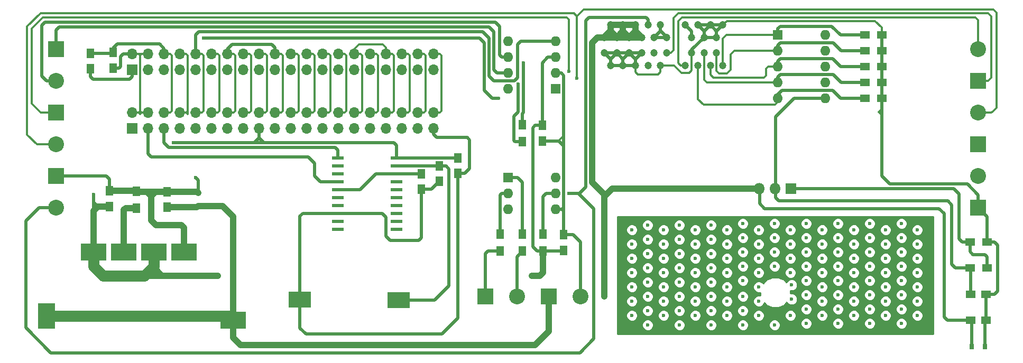
<source format=gbr>
G04 #@! TF.FileFunction,Copper,L1,Top,Signal*
%FSLAX46Y46*%
G04 Gerber Fmt 4.6, Leading zero omitted, Abs format (unit mm)*
G04 Created by KiCad (PCBNEW 4.0.6) date 04/16/18 16:28:44*
%MOMM*%
%LPD*%
G01*
G04 APERTURE LIST*
%ADD10C,0.100000*%
%ADD11C,1.198880*%
%ADD12R,1.250000X1.500000*%
%ADD13R,1.500000X1.250000*%
%ADD14R,2.540000X2.540000*%
%ADD15C,2.540000*%
%ADD16R,1.500000X1.300000*%
%ADD17R,1.300000X1.500000*%
%ADD18R,1.600000X1.600000*%
%ADD19O,1.600000X1.600000*%
%ADD20R,1.950000X0.600000*%
%ADD21R,4.190000X2.790000*%
%ADD22R,2.790000X4.190000*%
%ADD23R,1.800000X1.800000*%
%ADD24O,1.800000X1.800000*%
%ADD25R,3.660000X2.600000*%
%ADD26R,3.540000X2.600000*%
%ADD27R,0.900000X0.800000*%
%ADD28R,0.800000X0.900000*%
%ADD29R,1.700000X1.700000*%
%ADD30O,1.700000X1.700000*%
%ADD31C,0.600000*%
%ADD32C,0.304800*%
%ADD33C,0.508000*%
%ADD34C,1.016000*%
%ADD35C,1.778000*%
%ADD36C,0.254000*%
G04 APERTURE END LIST*
D10*
D11*
X175204120Y-36499800D03*
X176204880Y-38501320D03*
X177203100Y-36499800D03*
X178203860Y-38501320D03*
X179204620Y-36499800D03*
X180202840Y-38501320D03*
X181203600Y-36499800D03*
X176204880Y-41000680D03*
X178203860Y-41000680D03*
X180202840Y-41000680D03*
X175204120Y-43002200D03*
X177203100Y-43002200D03*
X179204620Y-43002200D03*
X181203600Y-43002200D03*
X172204380Y-38501320D03*
X170202860Y-38501320D03*
X168203880Y-38501320D03*
X166204900Y-38501320D03*
X164203380Y-38501320D03*
X162204400Y-38501320D03*
X163205160Y-36499800D03*
X165204140Y-36499800D03*
X167203120Y-36499800D03*
X169204640Y-36499800D03*
X171203620Y-36499800D03*
X162204400Y-41000680D03*
X163205160Y-43002200D03*
X164203380Y-41000680D03*
X165204140Y-43002200D03*
X166204900Y-41000680D03*
X167203120Y-43002200D03*
X168203880Y-41000680D03*
X169204640Y-43002200D03*
X170202860Y-41000680D03*
X171203620Y-43002200D03*
X172204380Y-41000680D03*
D12*
X132905500Y-62845000D03*
X132905500Y-60345000D03*
X135826500Y-61575000D03*
X135826500Y-59075000D03*
X138747500Y-60305000D03*
X138747500Y-57805000D03*
X152273000Y-52598000D03*
X152273000Y-55098000D03*
X155702000Y-72624000D03*
X155702000Y-70124000D03*
X92202000Y-65718000D03*
X92202000Y-63218000D03*
D13*
X220873000Y-83820000D03*
X223373000Y-83820000D03*
D12*
X83566000Y-43414000D03*
X83566000Y-40914000D03*
D13*
X220873000Y-79629000D03*
X223373000Y-79629000D03*
D12*
X79883000Y-43541000D03*
X79883000Y-41041000D03*
X82931000Y-65591000D03*
X82931000Y-63091000D03*
D14*
X74422000Y-60706000D03*
D15*
X74422000Y-65786000D03*
D14*
X222076000Y-65786000D03*
D15*
X222076000Y-60706000D03*
D14*
X74422000Y-50546000D03*
D15*
X74422000Y-55626000D03*
D14*
X222076000Y-45466000D03*
D15*
X222076000Y-40386000D03*
D14*
X143129000Y-80010000D03*
D15*
X148209000Y-80010000D03*
D14*
X153289000Y-80010000D03*
D15*
X158369000Y-80010000D03*
D16*
X203946000Y-38100000D03*
X206646000Y-38100000D03*
X203946000Y-40640000D03*
X206646000Y-40640000D03*
X203946000Y-43180000D03*
X206646000Y-43180000D03*
X203946000Y-45720000D03*
X206646000Y-45720000D03*
X203946000Y-48260000D03*
X206646000Y-48260000D03*
D17*
X149098000Y-52498000D03*
X149098000Y-55198000D03*
X149098000Y-70024000D03*
X149098000Y-72724000D03*
X145542000Y-70024000D03*
X145542000Y-72724000D03*
X152400000Y-72724000D03*
X152400000Y-70024000D03*
D16*
X220773000Y-71247000D03*
X223473000Y-71247000D03*
X220773000Y-75438000D03*
X223473000Y-75438000D03*
D18*
X190000000Y-38100000D03*
D19*
X197620000Y-48260000D03*
X190000000Y-40640000D03*
X197620000Y-45720000D03*
X190000000Y-43180000D03*
X197620000Y-43180000D03*
X190000000Y-45720000D03*
X197620000Y-40640000D03*
X190000000Y-48260000D03*
X197620000Y-38100000D03*
D20*
X119506000Y-57785000D03*
X119506000Y-59055000D03*
X119506000Y-60325000D03*
X119506000Y-61595000D03*
X119506000Y-62865000D03*
X119506000Y-64135000D03*
X119506000Y-65405000D03*
X119506000Y-66675000D03*
X119506000Y-67945000D03*
X119506000Y-69215000D03*
X128906000Y-69215000D03*
X128906000Y-67945000D03*
X128906000Y-66675000D03*
X128906000Y-65405000D03*
X128906000Y-64135000D03*
X128906000Y-62865000D03*
X128906000Y-61595000D03*
X128906000Y-60325000D03*
X128906000Y-59055000D03*
X128906000Y-57785000D03*
D18*
X146812000Y-60960000D03*
D19*
X154432000Y-66040000D03*
X146812000Y-63500000D03*
X154432000Y-63500000D03*
X146812000Y-66040000D03*
X154432000Y-60960000D03*
D18*
X154432000Y-46736000D03*
D19*
X146812000Y-39116000D03*
X154432000Y-44196000D03*
X146812000Y-41656000D03*
X154432000Y-41656000D03*
X146812000Y-44196000D03*
X154432000Y-39116000D03*
X146812000Y-46736000D03*
D21*
X80406000Y-72866000D03*
X85236000Y-72866000D03*
X90066000Y-72866000D03*
X94896000Y-72866000D03*
X102766000Y-83786000D03*
D22*
X72866000Y-83156000D03*
D23*
X192140000Y-62730000D03*
D24*
X189600000Y-62730000D03*
X187060000Y-62730000D03*
D25*
X113461000Y-80518000D03*
D26*
X129261000Y-80593000D03*
D17*
X87249000Y-65818000D03*
X87249000Y-63118000D03*
D27*
X97155000Y-65518000D03*
X97155000Y-63418000D03*
D28*
X221073000Y-88011000D03*
X223173000Y-88011000D03*
D14*
X222076000Y-55626000D03*
D15*
X222076000Y-50546000D03*
D14*
X74422000Y-40386000D03*
D15*
X74422000Y-45466000D03*
D29*
X86614000Y-53086000D03*
D30*
X86614000Y-50546000D03*
X89154000Y-53086000D03*
X89154000Y-50546000D03*
X91694000Y-53086000D03*
X91694000Y-50546000D03*
X94234000Y-53086000D03*
X94234000Y-50546000D03*
X96774000Y-53086000D03*
X96774000Y-50546000D03*
X99314000Y-53086000D03*
X99314000Y-50546000D03*
X101854000Y-53086000D03*
X101854000Y-50546000D03*
X104394000Y-53086000D03*
X104394000Y-50546000D03*
X106934000Y-53086000D03*
X106934000Y-50546000D03*
X109474000Y-53086000D03*
X109474000Y-50546000D03*
X112014000Y-53086000D03*
X112014000Y-50546000D03*
X114554000Y-53086000D03*
X114554000Y-50546000D03*
X117094000Y-53086000D03*
X117094000Y-50546000D03*
X119634000Y-53086000D03*
X119634000Y-50546000D03*
X122174000Y-53086000D03*
X122174000Y-50546000D03*
X124714000Y-53086000D03*
X124714000Y-50546000D03*
X127254000Y-53086000D03*
X127254000Y-50546000D03*
X129794000Y-53086000D03*
X129794000Y-50546000D03*
X132334000Y-53086000D03*
X132334000Y-50546000D03*
X134874000Y-53086000D03*
X134874000Y-50546000D03*
D29*
X86614000Y-43688000D03*
D30*
X86614000Y-41148000D03*
X89154000Y-43688000D03*
X89154000Y-41148000D03*
X91694000Y-43688000D03*
X91694000Y-41148000D03*
X94234000Y-43688000D03*
X94234000Y-41148000D03*
X96774000Y-43688000D03*
X96774000Y-41148000D03*
X99314000Y-43688000D03*
X99314000Y-41148000D03*
X101854000Y-43688000D03*
X101854000Y-41148000D03*
X104394000Y-43688000D03*
X104394000Y-41148000D03*
X106934000Y-43688000D03*
X106934000Y-41148000D03*
X109474000Y-43688000D03*
X109474000Y-41148000D03*
X112014000Y-43688000D03*
X112014000Y-41148000D03*
X114554000Y-43688000D03*
X114554000Y-41148000D03*
X117094000Y-43688000D03*
X117094000Y-41148000D03*
X119634000Y-43688000D03*
X119634000Y-41148000D03*
X122174000Y-43688000D03*
X122174000Y-41148000D03*
X124714000Y-43688000D03*
X124714000Y-41148000D03*
X127254000Y-43688000D03*
X127254000Y-41148000D03*
X129794000Y-43688000D03*
X129794000Y-41148000D03*
X132334000Y-43688000D03*
X132334000Y-41148000D03*
X134874000Y-43688000D03*
X134874000Y-41148000D03*
D31*
X209804000Y-82042000D03*
X204724000Y-82042000D03*
X199644000Y-82042000D03*
X199644000Y-79756000D03*
X199644000Y-77470000D03*
X202184000Y-80772000D03*
X202184000Y-78486000D03*
X202184000Y-76200000D03*
X204724000Y-79756000D03*
X204724000Y-77470000D03*
X204724000Y-75184000D03*
X207264000Y-80772000D03*
X207264000Y-78486000D03*
X207264000Y-76200000D03*
X207264000Y-73914000D03*
X209804000Y-79756000D03*
X209804000Y-77470000D03*
X209804000Y-75184000D03*
X212344000Y-80772000D03*
X212344000Y-78486000D03*
X212344000Y-76200000D03*
X212344000Y-73914000D03*
X209804000Y-72898000D03*
X212344000Y-71628000D03*
X209804000Y-70612000D03*
X207264000Y-71628000D03*
X204724000Y-72898000D03*
X204724000Y-70612000D03*
X202184000Y-73914000D03*
X202184000Y-71628000D03*
X199644000Y-75184000D03*
X199644000Y-72898000D03*
X199644000Y-70612000D03*
X212344000Y-69342000D03*
X207264000Y-69342000D03*
X209804000Y-68326000D03*
X204724000Y-68326000D03*
X199644000Y-68326000D03*
X202184000Y-69342000D03*
X209804000Y-84328000D03*
X204724000Y-84328000D03*
X212344000Y-83058000D03*
X207264000Y-83058000D03*
X199644000Y-84328000D03*
X202184000Y-83058000D03*
X169164000Y-68580000D03*
X166624000Y-69342000D03*
X166624000Y-71628000D03*
X169164000Y-70866000D03*
X171704000Y-69342000D03*
X171704000Y-71628000D03*
X166624000Y-73914000D03*
X169164000Y-73152000D03*
X166624000Y-76200000D03*
X169164000Y-75438000D03*
X169164000Y-77724000D03*
X171704000Y-73914000D03*
X171704000Y-76200000D03*
X166624000Y-78486000D03*
X166624000Y-80772000D03*
X169164000Y-80010000D03*
X169164000Y-82296000D03*
X171704000Y-78486000D03*
X171704000Y-80772000D03*
X174244000Y-68580000D03*
X174244000Y-70866000D03*
X174244000Y-73152000D03*
X174244000Y-75438000D03*
X174244000Y-77724000D03*
X174244000Y-80010000D03*
X174244000Y-82296000D03*
X166624000Y-83058000D03*
X169164000Y-84582000D03*
X171704000Y-83058000D03*
X174244000Y-84582000D03*
X176784000Y-83058000D03*
X176784000Y-80772000D03*
X176784000Y-78486000D03*
X176784000Y-76200000D03*
X176784000Y-73914000D03*
X176784000Y-71628000D03*
X176784000Y-69342000D03*
X179324000Y-68580000D03*
X179324000Y-70866000D03*
X179324000Y-73152000D03*
X179324000Y-75438000D03*
X179324000Y-77724000D03*
X179324000Y-80010000D03*
X179324000Y-82296000D03*
X179324000Y-84582000D03*
X192214500Y-80454500D03*
X192214500Y-78168500D03*
X194564000Y-77470000D03*
X181864000Y-83058000D03*
X181864000Y-80772000D03*
X181864000Y-76200000D03*
X181864000Y-73914000D03*
X181864000Y-71628000D03*
X194564000Y-84328000D03*
X197104000Y-83058000D03*
X197104000Y-80772000D03*
X192024000Y-83058000D03*
X197104000Y-78486000D03*
X197104000Y-76200000D03*
X197104000Y-73914000D03*
X197104000Y-71628000D03*
X194564000Y-75184000D03*
X194564000Y-72898000D03*
X192024000Y-76200000D03*
X192024000Y-73914000D03*
X194564000Y-70612000D03*
X192024000Y-71628000D03*
X181864000Y-69342000D03*
X197104000Y-69342000D03*
X194564000Y-68326000D03*
X192024000Y-69342000D03*
X189484000Y-84582000D03*
X194564000Y-82042000D03*
X181864000Y-78486000D03*
X194564000Y-79756000D03*
X189484000Y-75184000D03*
X189484000Y-72898000D03*
X189484000Y-70612000D03*
X189484000Y-68326000D03*
X186944000Y-83058000D03*
X186944000Y-80772000D03*
X186944000Y-78486000D03*
X186944000Y-76200000D03*
X186944000Y-73914000D03*
X186944000Y-71628000D03*
X186944000Y-69342000D03*
X184404000Y-84582000D03*
X184404000Y-82296000D03*
X184404000Y-80010000D03*
X184404000Y-77470000D03*
X184404000Y-75184000D03*
X184404000Y-72898000D03*
X184404000Y-70612000D03*
X184404000Y-68326000D03*
X96774000Y-60960000D03*
X100330000Y-76708000D03*
X150622000Y-76708000D03*
X80391000Y-63627000D03*
X162206940Y-79964280D03*
X93218000Y-55372000D03*
X98044000Y-38608000D03*
X145288000Y-48260000D03*
X156527500Y-63500000D03*
X156560520Y-43898820D03*
X157840680Y-44988480D03*
X148399500Y-45974000D03*
X149225000Y-42608500D03*
D32*
X154891740Y-55098000D02*
X154891740Y-55051960D01*
X154891740Y-55051960D02*
X155702000Y-54241700D01*
X167203120Y-43002200D02*
X167203120Y-44041060D01*
X171203620Y-44023280D02*
X171203620Y-43002200D01*
X170817540Y-44409360D02*
X171203620Y-44023280D01*
X167571420Y-44409360D02*
X170817540Y-44409360D01*
X167203120Y-44041060D02*
X167571420Y-44409360D01*
X206646000Y-38100000D02*
X206646000Y-36933360D01*
X181846220Y-35857180D02*
X181203600Y-36499800D01*
X205569820Y-35857180D02*
X181846220Y-35857180D01*
X206646000Y-36933360D02*
X205569820Y-35857180D01*
X171203620Y-43002200D02*
X173395640Y-43002200D01*
X173395640Y-43002200D02*
X174543720Y-44150280D01*
X174543720Y-44150280D02*
X175839120Y-44150280D01*
X175839120Y-44150280D02*
X176204880Y-43784520D01*
X176204880Y-43784520D02*
X176204880Y-41000680D01*
D33*
X176204880Y-41000680D02*
X176204880Y-40500300D01*
X176204880Y-40500300D02*
X178203860Y-38501320D01*
X180202840Y-38501320D02*
X178203860Y-38501320D01*
X181203600Y-36499800D02*
X179204620Y-36499800D01*
X177203100Y-36499800D02*
X179204620Y-36499800D01*
X181203600Y-36499800D02*
X181201060Y-36499800D01*
X181201060Y-36499800D02*
X180202840Y-37498020D01*
X180202840Y-38501320D02*
X180202840Y-37498020D01*
X180202840Y-37498020D02*
X179204620Y-36499800D01*
X177203100Y-36499800D02*
X178203860Y-37500560D01*
X178203860Y-38501320D02*
X178203860Y-37500560D01*
X178203860Y-37500560D02*
X179204620Y-36499800D01*
X168203880Y-41000680D02*
X168201340Y-41000680D01*
X168201340Y-41000680D02*
X167203120Y-41998900D01*
X166204900Y-41000680D02*
X165204140Y-42001440D01*
X165204140Y-43002200D02*
X165204140Y-42001440D01*
X165204140Y-42001440D02*
X164203380Y-41000680D01*
X164203380Y-41000680D02*
X166204900Y-41000680D01*
X164203380Y-41000680D02*
X162204400Y-41000680D01*
X166204900Y-41000680D02*
X168203880Y-41000680D01*
X167203120Y-43002200D02*
X167203120Y-41998900D01*
X167203120Y-41998900D02*
X166204900Y-41000680D01*
X165204140Y-43002200D02*
X163205160Y-43002200D01*
X167203120Y-43002200D02*
X165204140Y-43002200D01*
X163205160Y-41998900D02*
X164203380Y-41000680D01*
X163205160Y-43002200D02*
X163205160Y-41998900D01*
X163205160Y-41998900D02*
X162206940Y-41000680D01*
X162206940Y-41000680D02*
X162204400Y-41000680D01*
X97155000Y-61341000D02*
X97155000Y-63418000D01*
X96774000Y-60960000D02*
X97155000Y-61341000D01*
D32*
X206126080Y-50434240D02*
X206126080Y-50439320D01*
X206126080Y-50439320D02*
X206646000Y-50959240D01*
X206126080Y-50434240D02*
X206646000Y-49914320D01*
D33*
X138747500Y-60305000D02*
X139847000Y-60305000D01*
X134874000Y-54038500D02*
X134874000Y-53086000D01*
X135382000Y-54546500D02*
X134874000Y-54038500D01*
X140271500Y-54546500D02*
X135382000Y-54546500D01*
X140652500Y-54927500D02*
X140271500Y-54546500D01*
X140652500Y-59499500D02*
X140652500Y-54927500D01*
X139847000Y-60305000D02*
X140652500Y-59499500D01*
X113461000Y-80518000D02*
X113461000Y-85076500D01*
X138747500Y-83502500D02*
X138747500Y-60305000D01*
X136207500Y-86042500D02*
X138747500Y-83502500D01*
X114427000Y-86042500D02*
X136207500Y-86042500D01*
X113461000Y-85076500D02*
X114427000Y-86042500D01*
X83566000Y-40914000D02*
X83566000Y-40195500D01*
X83566000Y-40195500D02*
X84201000Y-39560500D01*
X91694000Y-40259000D02*
X91694000Y-41148000D01*
X90995500Y-39560500D02*
X91694000Y-40259000D01*
X84201000Y-39560500D02*
X90995500Y-39560500D01*
X79883000Y-41041000D02*
X83439000Y-41041000D01*
X83439000Y-41041000D02*
X83566000Y-40914000D01*
X206646000Y-48260000D02*
X206646000Y-49914320D01*
X206646000Y-49914320D02*
X206646000Y-50959240D01*
X206646000Y-50959240D02*
X206646000Y-60659500D01*
X222076000Y-63707000D02*
X222076000Y-65786000D01*
X220345000Y-61976000D02*
X222076000Y-63707000D01*
X207962500Y-61976000D02*
X220345000Y-61976000D01*
X206646000Y-60659500D02*
X207962500Y-61976000D01*
X223173000Y-88011000D02*
X223173000Y-84020000D01*
X223173000Y-84020000D02*
X223373000Y-83820000D01*
X206646000Y-38100000D02*
X206646000Y-40640000D01*
X206646000Y-40640000D02*
X206646000Y-43180000D01*
X206646000Y-45720000D02*
X206646000Y-43180000D01*
X206646000Y-48260000D02*
X206646000Y-45720000D01*
X154432000Y-44196000D02*
X155321000Y-44196000D01*
X155702000Y-44577000D02*
X155702000Y-54241700D01*
X155321000Y-44196000D02*
X155702000Y-44577000D01*
X155702000Y-54241700D02*
X155702000Y-55880000D01*
X152273000Y-55098000D02*
X154891740Y-55098000D01*
X154891740Y-55098000D02*
X154920000Y-55098000D01*
X155702000Y-55880000D02*
X155702000Y-65786000D01*
X154920000Y-55098000D02*
X155702000Y-55880000D01*
X155321000Y-66040000D02*
X155448000Y-66040000D01*
X155448000Y-66040000D02*
X155702000Y-65786000D01*
X155702000Y-65786000D02*
X155702000Y-66294000D01*
X74422000Y-60706000D02*
X82423000Y-60706000D01*
X82931000Y-61214000D02*
X82931000Y-63091000D01*
X82423000Y-60706000D02*
X82931000Y-61214000D01*
X119506000Y-66675000D02*
X126619000Y-66675000D01*
X132905500Y-70485000D02*
X132905500Y-62845000D01*
X132524500Y-70993000D02*
X132905500Y-70612000D01*
X127889000Y-70993000D02*
X132524500Y-70993000D01*
X127254000Y-70358000D02*
X127889000Y-70993000D01*
X127254000Y-67310000D02*
X127254000Y-70358000D01*
X126619000Y-66675000D02*
X127254000Y-67310000D01*
X132905500Y-62845000D02*
X134556500Y-62845000D01*
X134556500Y-62845000D02*
X135826500Y-61575000D01*
X113461000Y-80518000D02*
X113461000Y-67133000D01*
X113919000Y-66675000D02*
X119506000Y-66675000D01*
X113461000Y-67133000D02*
X113919000Y-66675000D01*
X154432000Y-66040000D02*
X155321000Y-66040000D01*
X155448000Y-66040000D02*
X155702000Y-66294000D01*
X155702000Y-66294000D02*
X155702000Y-70124000D01*
X158369000Y-80010000D02*
X158369000Y-71247000D01*
X157246000Y-70124000D02*
X155702000Y-70124000D01*
X158369000Y-71247000D02*
X157246000Y-70124000D01*
X223473000Y-71247000D02*
X223473000Y-67183000D01*
X223473000Y-67183000D02*
X222076000Y-65786000D01*
X223473000Y-71247000D02*
X224663000Y-71247000D01*
X224663000Y-79629000D02*
X223373000Y-79629000D01*
X225171000Y-79121000D02*
X224663000Y-79629000D01*
X225171000Y-71755000D02*
X225171000Y-79121000D01*
X224663000Y-71247000D02*
X225171000Y-71755000D01*
X223373000Y-83820000D02*
X223373000Y-79629000D01*
D34*
X82931000Y-63091000D02*
X87222000Y-63091000D01*
X87222000Y-63091000D02*
X87249000Y-63118000D01*
X92202000Y-63218000D02*
X96955000Y-63218000D01*
X96955000Y-63218000D02*
X97155000Y-63418000D01*
X89662000Y-63881000D02*
X88999000Y-63218000D01*
X89027000Y-63246000D02*
X89027000Y-63218000D01*
X88999000Y-63218000D02*
X89027000Y-63246000D01*
X90325000Y-63218000D02*
X89027000Y-63218000D01*
X89027000Y-63218000D02*
X87349000Y-63218000D01*
X87349000Y-63218000D02*
X87249000Y-63118000D01*
X94896000Y-72866000D02*
X94896000Y-68988000D01*
X90325000Y-63218000D02*
X92202000Y-63218000D01*
X89662000Y-63881000D02*
X90325000Y-63218000D01*
X89662000Y-67818000D02*
X89662000Y-63881000D01*
X90424000Y-68580000D02*
X89662000Y-67818000D01*
X94488000Y-68580000D02*
X90424000Y-68580000D01*
X94896000Y-68988000D02*
X94488000Y-68580000D01*
D32*
X91694000Y-41148000D02*
X92710000Y-41148000D01*
X92710000Y-41148000D02*
X92964000Y-41402000D01*
D33*
X101854000Y-41148000D02*
X101854000Y-40386000D01*
X101854000Y-40386000D02*
X102616000Y-39624000D01*
X102616000Y-39624000D02*
X108966000Y-39624000D01*
D32*
X101854000Y-41148000D02*
X102870000Y-41148000D01*
X102870000Y-41148000D02*
X103124000Y-41402000D01*
D33*
X109474000Y-40132000D02*
X109474000Y-41148000D01*
X108966000Y-39624000D02*
X109474000Y-40132000D01*
D32*
X110490000Y-41148000D02*
X109474000Y-41148000D01*
X110744000Y-41402000D02*
X110490000Y-41148000D01*
X110744000Y-50292000D02*
X110744000Y-41402000D01*
X122174000Y-41148000D02*
X122174000Y-40386000D01*
X122174000Y-40386000D02*
X122936000Y-39624000D01*
X122936000Y-39624000D02*
X126746000Y-39624000D01*
X122174000Y-41148000D02*
X123190000Y-41148000D01*
X123190000Y-41148000D02*
X123444000Y-41402000D01*
X127254000Y-40132000D02*
X127254000Y-41148000D01*
X126746000Y-39624000D02*
X127254000Y-40132000D01*
X128270000Y-41148000D02*
X127254000Y-41148000D01*
X128524000Y-41402000D02*
X128270000Y-41148000D01*
X128524000Y-50292000D02*
X128524000Y-41402000D01*
X92710000Y-50546000D02*
X91694000Y-50546000D01*
X92964000Y-50292000D02*
X92710000Y-50546000D01*
X92964000Y-41402000D02*
X92964000Y-50292000D01*
X102870000Y-50546000D02*
X101854000Y-50546000D01*
X103124000Y-50292000D02*
X102870000Y-50546000D01*
X103124000Y-41402000D02*
X103124000Y-50292000D01*
X109474000Y-50546000D02*
X110490000Y-50546000D01*
X110490000Y-50546000D02*
X110744000Y-50292000D01*
X123190000Y-50546000D02*
X122174000Y-50546000D01*
X123444000Y-50292000D02*
X123190000Y-50546000D01*
X123444000Y-41402000D02*
X123444000Y-50292000D01*
X127254000Y-50546000D02*
X128270000Y-50546000D01*
X128270000Y-50546000D02*
X128524000Y-50292000D01*
X134894000Y-53106000D02*
X134874000Y-53086000D01*
D33*
X129261000Y-80593000D02*
X135053000Y-80593000D01*
X136862500Y-59075000D02*
X135826500Y-59075000D01*
X137350500Y-59563000D02*
X136862500Y-59075000D01*
X137350500Y-78232000D02*
X137350500Y-59563000D01*
X135053000Y-80593000D02*
X137350500Y-78295500D01*
X135826500Y-59075000D02*
X129878500Y-59075000D01*
X128926000Y-59075000D02*
X128906000Y-59055000D01*
X119506000Y-62865000D02*
X123063000Y-62865000D01*
X125603000Y-60325000D02*
X128906000Y-60325000D01*
X123063000Y-62865000D02*
X125603000Y-60325000D01*
X132905500Y-60345000D02*
X129878500Y-60345000D01*
X128926000Y-60345000D02*
X128906000Y-60325000D01*
D34*
X90066000Y-75184000D02*
X90066000Y-75334000D01*
X90066000Y-75334000D02*
X91388000Y-76656000D01*
X88594000Y-76656000D02*
X91388000Y-76656000D01*
X91388000Y-76656000D02*
X100278000Y-76656000D01*
X100278000Y-76656000D02*
X100330000Y-76708000D01*
X150622000Y-76708000D02*
X151892000Y-76708000D01*
X151892000Y-76708000D02*
X152400000Y-76200000D01*
X152400000Y-76200000D02*
X152400000Y-72724000D01*
D33*
X80406000Y-64833500D02*
X80406000Y-64903000D01*
X80406000Y-64903000D02*
X81094000Y-65591000D01*
X80406000Y-64213500D02*
X80406000Y-64833500D01*
X80406000Y-64833500D02*
X80406000Y-66279000D01*
X80391000Y-63627000D02*
X80406000Y-64213500D01*
X83566000Y-43414000D02*
X84475000Y-43414000D01*
X85153500Y-41148000D02*
X86614000Y-41148000D01*
X84709000Y-41592500D02*
X85153500Y-41148000D01*
X84709000Y-43180000D02*
X84709000Y-41592500D01*
X84475000Y-43414000D02*
X84709000Y-43180000D01*
X154432000Y-41656000D02*
X153162000Y-41656000D01*
X152273000Y-42545000D02*
X152273000Y-52598000D01*
X153162000Y-41656000D02*
X152273000Y-42545000D01*
X152400000Y-72724000D02*
X151464000Y-72724000D01*
X151464000Y-72724000D02*
X150749000Y-72009000D01*
X150749000Y-72009000D02*
X150749000Y-52959000D01*
X150749000Y-52959000D02*
X151110000Y-52598000D01*
X151110000Y-52598000D02*
X152273000Y-52598000D01*
D32*
X87630000Y-50546000D02*
X86614000Y-50546000D01*
D33*
X152400000Y-72724000D02*
X155602000Y-72724000D01*
X155602000Y-72724000D02*
X155702000Y-72624000D01*
D34*
X80406000Y-72866000D02*
X80406000Y-66279000D01*
X81094000Y-65591000D02*
X82931000Y-65591000D01*
X80406000Y-66279000D02*
X81094000Y-65591000D01*
D32*
X86614000Y-41148000D02*
X88138000Y-41148000D01*
X86614000Y-41148000D02*
X87630000Y-41148000D01*
X87884000Y-41402000D02*
X87884000Y-41910000D01*
X88138000Y-41148000D02*
X87884000Y-41402000D01*
X88138000Y-41148000D02*
X89154000Y-41148000D01*
X87630000Y-41148000D02*
X87884000Y-41402000D01*
X87884000Y-41910000D02*
X87884000Y-50292000D01*
X88138000Y-50546000D02*
X87884000Y-50292000D01*
X88138000Y-50546000D02*
X87884000Y-50800000D01*
X88138000Y-50546000D02*
X89154000Y-50546000D01*
X87884000Y-50800000D02*
X87630000Y-50546000D01*
X87884000Y-50292000D02*
X87630000Y-50546000D01*
D35*
X80406000Y-72866000D02*
X80406000Y-75184000D01*
X90066000Y-75184000D02*
X90066000Y-72866000D01*
X88542000Y-76708000D02*
X88594000Y-76656000D01*
X88594000Y-76656000D02*
X90066000Y-75184000D01*
X81930000Y-76708000D02*
X88542000Y-76708000D01*
X80406000Y-75184000D02*
X81930000Y-76708000D01*
D34*
X162204400Y-38501320D02*
X161081720Y-38501320D01*
X160263840Y-61676280D02*
X162422840Y-63835280D01*
X160263840Y-39319200D02*
X160263840Y-61676280D01*
X161081720Y-38501320D02*
X160263840Y-39319200D01*
X165204140Y-36499800D02*
X167203120Y-36499800D01*
X163205160Y-36499800D02*
X165204140Y-36499800D01*
D33*
X162204400Y-38501320D02*
X162204400Y-38414960D01*
D34*
X162204400Y-38414960D02*
X163205160Y-37414200D01*
X163205160Y-36499800D02*
X163205160Y-37414200D01*
X163205160Y-37414200D02*
X163205160Y-37503100D01*
X163205160Y-37503100D02*
X164203380Y-38501320D01*
X164203380Y-38501320D02*
X162204400Y-38501320D01*
X166204900Y-38501320D02*
X168203880Y-38501320D01*
X164203380Y-38501320D02*
X166204900Y-38501320D01*
D33*
X168203880Y-38501320D02*
X168201340Y-38501320D01*
D34*
X168201340Y-38501320D02*
X167203120Y-37503100D01*
X167203120Y-36499800D02*
X167203120Y-37503100D01*
X167203120Y-37503100D02*
X166204900Y-38501320D01*
X166204900Y-38501320D02*
X165204140Y-37500560D01*
X165204140Y-36499800D02*
X165204140Y-37500560D01*
X165204140Y-37500560D02*
X164203380Y-38501320D01*
D33*
X164203380Y-38501320D02*
X164203380Y-38498780D01*
D34*
X163520120Y-62738000D02*
X162422840Y-63835280D01*
X187071000Y-62738000D02*
X163520120Y-62738000D01*
X162422840Y-63835280D02*
X162204400Y-64053720D01*
X162204400Y-79961740D02*
X162206940Y-79964280D01*
X162204400Y-64053720D02*
X162204400Y-79961740D01*
D33*
X220873000Y-83820000D02*
X217170000Y-83820000D01*
X187071000Y-65087500D02*
X187071000Y-62738000D01*
X187896500Y-65913000D02*
X187071000Y-65087500D01*
X215836500Y-65913000D02*
X187896500Y-65913000D01*
X216662000Y-66738500D02*
X215836500Y-65913000D01*
X216662000Y-83312000D02*
X216662000Y-66738500D01*
X217170000Y-83820000D02*
X216662000Y-83312000D01*
X221073000Y-88011000D02*
X221073000Y-84020000D01*
X221073000Y-84020000D02*
X220873000Y-83820000D01*
D34*
X153289000Y-80010000D02*
X153289000Y-85598000D01*
X153289000Y-85598000D02*
X151130000Y-87757000D01*
X151130000Y-87757000D02*
X103949500Y-87757000D01*
X103949500Y-87757000D02*
X102766000Y-86573500D01*
X102766000Y-86573500D02*
X102766000Y-83786000D01*
X92202000Y-65718000D02*
X96955000Y-65718000D01*
X96955000Y-65718000D02*
X97155000Y-65518000D01*
X97155000Y-65518000D02*
X101078000Y-65518000D01*
X102766000Y-67206000D02*
X102766000Y-83786000D01*
X101078000Y-65518000D02*
X102766000Y-67206000D01*
D35*
X72866000Y-83156000D02*
X102136000Y-83156000D01*
X102136000Y-83156000D02*
X102766000Y-83786000D01*
D33*
X106934000Y-54610000D02*
X106172000Y-55372000D01*
X106934000Y-53086000D02*
X106934000Y-54610000D01*
X106934000Y-54610000D02*
X107696000Y-55372000D01*
X79883000Y-43541000D02*
X79883000Y-44767500D01*
X86614000Y-44767500D02*
X86614000Y-43688000D01*
X86169500Y-45212000D02*
X86614000Y-44767500D01*
X80327500Y-45212000D02*
X86169500Y-45212000D01*
X79883000Y-44767500D02*
X80327500Y-45212000D01*
X106172000Y-55372000D02*
X93218000Y-55372000D01*
X107696000Y-55372000D02*
X106172000Y-55372000D01*
X128524000Y-55372000D02*
X107696000Y-55372000D01*
X128906000Y-57785000D02*
X128906000Y-55754000D01*
X128906000Y-55754000D02*
X128524000Y-55372000D01*
X138747500Y-57805000D02*
X129878500Y-57805000D01*
X128926000Y-57805000D02*
X128906000Y-57785000D01*
X176204880Y-38501320D02*
X176204880Y-37500560D01*
X176204880Y-37500560D02*
X175204120Y-36499800D01*
X172204380Y-38501320D02*
X172204380Y-38442900D01*
X172204380Y-38442900D02*
X171203620Y-37442140D01*
X172204380Y-38501320D02*
X170202860Y-38501320D01*
X171203620Y-36499800D02*
X171203620Y-37442140D01*
X171203620Y-37442140D02*
X171203620Y-37500560D01*
X171203620Y-37500560D02*
X170202860Y-38501320D01*
X197620000Y-48260000D02*
X192595500Y-48260000D01*
X192595500Y-48260000D02*
X189611000Y-51244500D01*
X189611000Y-51244500D02*
X189611000Y-62738000D01*
X220773000Y-75438000D02*
X218440000Y-75438000D01*
X218440000Y-75438000D02*
X217868500Y-74866500D01*
X217868500Y-74866500D02*
X217868500Y-65341500D01*
X217868500Y-65341500D02*
X217233500Y-64706500D01*
X217233500Y-64706500D02*
X190119000Y-64706500D01*
X190119000Y-64706500D02*
X189611000Y-64198500D01*
X189611000Y-64198500D02*
X189611000Y-62738000D01*
X220873000Y-79629000D02*
X220873000Y-75538000D01*
X220873000Y-75538000D02*
X220773000Y-75438000D01*
X143129000Y-80010000D02*
X143129000Y-73152000D01*
X143557000Y-72724000D02*
X145542000Y-72724000D01*
X143129000Y-73152000D02*
X143557000Y-72724000D01*
X148209000Y-80010000D02*
X148209000Y-73613000D01*
X148209000Y-73613000D02*
X149098000Y-72724000D01*
X89154000Y-57150000D02*
X89154000Y-53086000D01*
X89662000Y-57658000D02*
X89154000Y-57150000D01*
X114808000Y-57658000D02*
X89662000Y-57658000D01*
X115824000Y-58674000D02*
X114808000Y-57658000D01*
X115824000Y-60706000D02*
X115824000Y-58674000D01*
X116713000Y-61595000D02*
X115824000Y-60706000D01*
X119506000Y-61595000D02*
X116713000Y-61595000D01*
X91694000Y-55372000D02*
X91694000Y-53086000D01*
X92456000Y-56134000D02*
X91694000Y-55372000D01*
X119126000Y-56134000D02*
X92456000Y-56134000D01*
X119506000Y-56514000D02*
X119126000Y-56134000D01*
X119506000Y-57785000D02*
X119506000Y-56514000D01*
X142240000Y-38608000D02*
X98044000Y-38608000D01*
X143002000Y-39370000D02*
X142240000Y-38608000D01*
X143002000Y-46990000D02*
X143002000Y-39370000D01*
X144272000Y-48260000D02*
X143002000Y-46990000D01*
X145288000Y-48260000D02*
X144272000Y-48260000D01*
D32*
X95504000Y-50292000D02*
X95504000Y-50800000D01*
X95504000Y-50800000D02*
X95250000Y-50546000D01*
X94234000Y-50546000D02*
X95250000Y-50546000D01*
X95250000Y-50546000D02*
X95504000Y-50292000D01*
X95250000Y-41148000D02*
X94234000Y-41148000D01*
X95504000Y-41402000D02*
X95250000Y-41148000D01*
X95504000Y-50292000D02*
X95504000Y-41402000D01*
X97790000Y-50546000D02*
X96774000Y-50546000D01*
X98044000Y-50292000D02*
X97790000Y-50546000D01*
X98044000Y-41402000D02*
X98044000Y-50292000D01*
D33*
X96774000Y-38100000D02*
X96774000Y-41148000D01*
X97282000Y-37592000D02*
X96774000Y-38100000D01*
X142748000Y-37592000D02*
X97282000Y-37592000D01*
X143764000Y-38608000D02*
X142748000Y-37592000D01*
X143764000Y-44704000D02*
X143764000Y-38608000D01*
X144526000Y-45466000D02*
X143764000Y-44704000D01*
X147828000Y-45466000D02*
X144526000Y-45466000D01*
D32*
X96774000Y-41148000D02*
X97790000Y-41148000D01*
X97790000Y-41148000D02*
X98044000Y-41402000D01*
D33*
X148336000Y-44958000D02*
X147828000Y-45466000D01*
X148336000Y-39624000D02*
X148336000Y-44958000D01*
X154432000Y-39116000D02*
X148844000Y-39116000D01*
X148844000Y-39116000D02*
X148336000Y-39624000D01*
X169204640Y-36499800D02*
X169204640Y-35626040D01*
X159242760Y-62484000D02*
X158175960Y-63550800D01*
X159242760Y-35811460D02*
X159242760Y-62484000D01*
X159758380Y-35295840D02*
X159242760Y-35811460D01*
X168874440Y-35295840D02*
X159758380Y-35295840D01*
X169204640Y-35626040D02*
X168874440Y-35295840D01*
X71691500Y-65786000D02*
X74422000Y-65786000D01*
X69596000Y-67881500D02*
X71691500Y-65786000D01*
X69596000Y-85026500D02*
X69596000Y-67881500D01*
X73596500Y-89027000D02*
X69596000Y-85026500D01*
X158305500Y-89027000D02*
X73596500Y-89027000D01*
X160528000Y-86804500D02*
X158305500Y-89027000D01*
X160528000Y-65902840D02*
X160528000Y-86804500D01*
X158125160Y-63500000D02*
X158175960Y-63550800D01*
X158175960Y-63550800D02*
X160528000Y-65902840D01*
X156527500Y-63500000D02*
X158125160Y-63500000D01*
X152400000Y-70024000D02*
X152400000Y-64008000D01*
X152908000Y-63500000D02*
X154432000Y-63500000D01*
X152400000Y-64008000D02*
X152908000Y-63500000D01*
D32*
X156545280Y-38506400D02*
X156545280Y-43883580D01*
X71975980Y-50546000D02*
X70545960Y-49115980D01*
X70545960Y-49115980D02*
X70545960Y-37033200D01*
X70545960Y-37033200D02*
X72263000Y-35316160D01*
X72263000Y-35316160D02*
X156202380Y-35316160D01*
X156202380Y-35316160D02*
X156545280Y-35659060D01*
X156545280Y-35659060D02*
X156545280Y-38506400D01*
X74422000Y-50546000D02*
X71975980Y-50546000D01*
X156545280Y-43883580D02*
X156560520Y-43898820D01*
X222076000Y-50546000D02*
X224231200Y-50546000D01*
X158910020Y-34058860D02*
X157840680Y-35128200D01*
X224528380Y-34058860D02*
X158910020Y-34058860D01*
X224998280Y-34528760D02*
X224528380Y-34058860D01*
X224998280Y-49778920D02*
X224998280Y-34528760D01*
X224419160Y-50358040D02*
X224998280Y-49778920D01*
X224231200Y-50546000D02*
X224419160Y-50358040D01*
X157840680Y-38145720D02*
X157840680Y-44988480D01*
X71361300Y-55626000D02*
X69799200Y-54063900D01*
X69799200Y-54063900D02*
X69799200Y-36758880D01*
X69799200Y-36758880D02*
X71917560Y-34640520D01*
X71917560Y-34640520D02*
X157353000Y-34640520D01*
X157353000Y-34640520D02*
X157840680Y-35128200D01*
X157840680Y-35128200D02*
X157840680Y-38145720D01*
X74422000Y-55626000D02*
X71361300Y-55626000D01*
X222076000Y-45466000D02*
X223680020Y-45466000D01*
X172923200Y-41000680D02*
X172204380Y-41000680D01*
X173339760Y-40584120D02*
X172923200Y-41000680D01*
X173339760Y-35356800D02*
X173339760Y-40584120D01*
X174101760Y-34594800D02*
X173339760Y-35356800D01*
X223662240Y-34594800D02*
X174101760Y-34594800D01*
X224190560Y-35123120D02*
X223662240Y-34594800D01*
X224190560Y-44955460D02*
X224190560Y-35123120D01*
X223680020Y-45466000D02*
X224190560Y-44955460D01*
D33*
X147908000Y-55198000D02*
X149098000Y-55198000D01*
X148399500Y-45974000D02*
X148399500Y-50419000D01*
X148399500Y-50419000D02*
X147701000Y-51117500D01*
X147701000Y-51117500D02*
X147701000Y-54991000D01*
X147701000Y-54991000D02*
X147908000Y-55198000D01*
X74422000Y-37338000D02*
X74422000Y-40386000D01*
X74930000Y-36830000D02*
X74422000Y-37338000D01*
X143764000Y-36830000D02*
X74930000Y-36830000D01*
X144526000Y-37592000D02*
X143764000Y-36830000D01*
X144526000Y-43688000D02*
X144526000Y-37592000D01*
X145034000Y-44196000D02*
X144526000Y-43688000D01*
X146812000Y-44196000D02*
X145034000Y-44196000D01*
D32*
X222076000Y-40386000D02*
X222076000Y-35690800D01*
X174431960Y-43002200D02*
X175204120Y-43002200D01*
X174040800Y-42611040D02*
X174431960Y-43002200D01*
X174040800Y-35920680D02*
X174040800Y-42611040D01*
X174696120Y-35265360D02*
X174040800Y-35920680D01*
X221650560Y-35265360D02*
X174696120Y-35265360D01*
X222076000Y-35690800D02*
X221650560Y-35265360D01*
D33*
X149225000Y-50546000D02*
X149098000Y-50673000D01*
X149225000Y-42608500D02*
X149225000Y-50546000D01*
X149098000Y-50673000D02*
X149098000Y-52498000D01*
X72898000Y-45466000D02*
X74422000Y-45466000D01*
X72136000Y-44704000D02*
X72898000Y-45466000D01*
X72136000Y-36576000D02*
X72136000Y-44704000D01*
X72644000Y-36068000D02*
X72136000Y-36576000D01*
X144780000Y-36068000D02*
X72644000Y-36068000D01*
X145415000Y-36703000D02*
X144780000Y-36068000D01*
X145415000Y-41275000D02*
X145415000Y-36703000D01*
X145796000Y-41656000D02*
X145415000Y-41275000D01*
X146812000Y-41656000D02*
X145796000Y-41656000D01*
D32*
X190000000Y-48260000D02*
X190000000Y-48826040D01*
X190000000Y-48826040D02*
X189524640Y-49301400D01*
X177203100Y-48409860D02*
X177203100Y-43002200D01*
X178094640Y-49301400D02*
X177203100Y-48409860D01*
X189524640Y-49301400D02*
X178094640Y-49301400D01*
X190000000Y-48260000D02*
X190000000Y-47633000D01*
D33*
X203946000Y-48260000D02*
X200025000Y-48260000D01*
X190627000Y-46990000D02*
X190000000Y-47617000D01*
X198755000Y-46990000D02*
X190627000Y-46990000D01*
X200025000Y-48260000D02*
X198755000Y-46990000D01*
X190000000Y-47617000D02*
X190000000Y-48260000D01*
D32*
X190000000Y-45720000D02*
X178612800Y-45720000D01*
X178203860Y-45311060D02*
X178203860Y-41000680D01*
X178612800Y-45720000D02*
X178203860Y-45311060D01*
D33*
X203946000Y-45720000D02*
X200152000Y-45720000D01*
X190000000Y-44823000D02*
X190000000Y-45720000D01*
X190373000Y-44450000D02*
X190000000Y-44823000D01*
X198882000Y-44450000D02*
X190373000Y-44450000D01*
X200152000Y-45720000D02*
X198882000Y-44450000D01*
D32*
X179204620Y-43002200D02*
X179204620Y-44437300D01*
X188437520Y-43180000D02*
X190000000Y-43180000D01*
X188137800Y-43479720D02*
X188437520Y-43180000D01*
X188137800Y-44592240D02*
X188137800Y-43479720D01*
X187802520Y-44927520D02*
X188137800Y-44592240D01*
X179694840Y-44927520D02*
X187802520Y-44927520D01*
X179204620Y-44437300D02*
X179694840Y-44927520D01*
D33*
X190373000Y-41910000D02*
X190000000Y-42283000D01*
X198755000Y-41910000D02*
X190373000Y-41910000D01*
X200025000Y-43180000D02*
X198755000Y-41910000D01*
X203946000Y-43180000D02*
X200025000Y-43180000D01*
X190000000Y-42283000D02*
X190000000Y-43180000D01*
D32*
X190000000Y-40640000D02*
X183052720Y-40640000D01*
X180202840Y-43820080D02*
X180202840Y-41000680D01*
X180624480Y-44241720D02*
X180202840Y-43820080D01*
X181889400Y-44241720D02*
X180624480Y-44241720D01*
X182483760Y-43647360D02*
X181889400Y-44241720D01*
X182483760Y-41208960D02*
X182483760Y-43647360D01*
X183052720Y-40640000D02*
X182483760Y-41208960D01*
D33*
X190373000Y-39370000D02*
X190309500Y-39433500D01*
X190309500Y-39433500D02*
X190000000Y-39743000D01*
X198882000Y-39370000D02*
X190373000Y-39370000D01*
X200152000Y-40640000D02*
X198882000Y-39370000D01*
X203946000Y-40640000D02*
X200152000Y-40640000D01*
X190000000Y-39743000D02*
X190000000Y-40640000D01*
D32*
X190000000Y-38100000D02*
X181767480Y-38100000D01*
X181203600Y-38663880D02*
X181203600Y-43002200D01*
X181767480Y-38100000D02*
X181203600Y-38663880D01*
D33*
X190000000Y-37076000D02*
X190000000Y-37092000D01*
X190373000Y-36703000D02*
X190000000Y-37076000D01*
X198628000Y-36703000D02*
X190373000Y-36703000D01*
X200025000Y-38100000D02*
X198628000Y-36703000D01*
X203946000Y-38100000D02*
X200025000Y-38100000D01*
X190000000Y-37092000D02*
X190000000Y-38100000D01*
X149098000Y-70024000D02*
X149098000Y-61722000D01*
X148336000Y-60960000D02*
X146812000Y-60960000D01*
X149098000Y-61722000D02*
X148336000Y-60960000D01*
X145542000Y-70024000D02*
X145542000Y-63754000D01*
X145796000Y-63500000D02*
X146812000Y-63500000D01*
X145542000Y-63754000D02*
X145796000Y-63500000D01*
X220773000Y-71247000D02*
X219519500Y-71247000D01*
X218186000Y-62738000D02*
X192151000Y-62738000D01*
X219011500Y-63563500D02*
X218186000Y-62738000D01*
X219011500Y-70739000D02*
X219011500Y-63563500D01*
X219519500Y-71247000D02*
X219011500Y-70739000D01*
X223473000Y-75438000D02*
X223473000Y-73613000D01*
X220773000Y-72818000D02*
X220773000Y-71247000D01*
X221234000Y-73279000D02*
X220773000Y-72818000D01*
X223139000Y-73279000D02*
X221234000Y-73279000D01*
X223473000Y-73613000D02*
X223139000Y-73279000D01*
D34*
X85236000Y-72866000D02*
X85236000Y-66148000D01*
X85566000Y-65818000D02*
X87249000Y-65818000D01*
X85236000Y-66148000D02*
X85566000Y-65818000D01*
D32*
X99314000Y-50546000D02*
X100330000Y-50546000D01*
X100330000Y-50546000D02*
X100584000Y-50292000D01*
X100330000Y-41148000D02*
X99314000Y-41148000D01*
X100584000Y-41402000D02*
X100330000Y-41148000D01*
X100584000Y-50292000D02*
X100584000Y-41402000D01*
X104394000Y-50546000D02*
X105410000Y-50546000D01*
X105410000Y-50546000D02*
X105664000Y-50292000D01*
X105410000Y-41148000D02*
X104394000Y-41148000D01*
X105664000Y-41402000D02*
X105410000Y-41148000D01*
X105664000Y-50292000D02*
X105664000Y-41402000D01*
X107950000Y-50546000D02*
X106934000Y-50546000D01*
X108204000Y-50292000D02*
X107950000Y-50546000D01*
X108204000Y-41402000D02*
X108204000Y-50292000D01*
X106934000Y-41148000D02*
X107950000Y-41148000D01*
X107950000Y-41148000D02*
X108204000Y-41402000D01*
X113030000Y-50546000D02*
X112014000Y-50546000D01*
X113284000Y-50292000D02*
X113030000Y-50546000D01*
X113284000Y-41402000D02*
X113284000Y-50292000D01*
X112014000Y-41148000D02*
X113030000Y-41148000D01*
X113030000Y-41148000D02*
X113284000Y-41402000D01*
X114554000Y-50546000D02*
X115570000Y-50546000D01*
X115570000Y-50546000D02*
X115824000Y-50292000D01*
X115570000Y-41148000D02*
X114554000Y-41148000D01*
X115824000Y-41402000D02*
X115570000Y-41148000D01*
X115824000Y-50292000D02*
X115824000Y-41402000D01*
X118110000Y-50546000D02*
X117094000Y-50546000D01*
X118364000Y-50292000D02*
X118110000Y-50546000D01*
X118364000Y-41402000D02*
X118364000Y-50292000D01*
X117094000Y-41148000D02*
X118110000Y-41148000D01*
X118110000Y-41148000D02*
X118364000Y-41402000D01*
X119634000Y-50546000D02*
X120650000Y-50546000D01*
X120650000Y-50546000D02*
X120904000Y-50292000D01*
X120650000Y-41148000D02*
X119634000Y-41148000D01*
X120904000Y-41402000D02*
X120650000Y-41148000D01*
X120904000Y-50292000D02*
X120904000Y-41402000D01*
X125730000Y-50546000D02*
X124714000Y-50546000D01*
X125984000Y-50292000D02*
X125730000Y-50546000D01*
X125984000Y-41402000D02*
X125984000Y-50292000D01*
X124714000Y-41148000D02*
X125730000Y-41148000D01*
X125730000Y-41148000D02*
X125984000Y-41402000D01*
X130810000Y-50546000D02*
X129794000Y-50546000D01*
X131064000Y-50292000D02*
X130810000Y-50546000D01*
X131064000Y-41402000D02*
X131064000Y-50292000D01*
X129794000Y-41148000D02*
X130810000Y-41148000D01*
X130810000Y-41148000D02*
X131064000Y-41402000D01*
X132334000Y-50546000D02*
X133350000Y-50546000D01*
X133350000Y-50546000D02*
X133604000Y-50292000D01*
X133350000Y-41148000D02*
X132334000Y-41148000D01*
X133604000Y-41402000D02*
X133350000Y-41148000D01*
X133604000Y-50292000D02*
X133604000Y-41402000D01*
X135890000Y-50546000D02*
X134874000Y-50546000D01*
X136144000Y-50292000D02*
X135890000Y-50546000D01*
X136144000Y-41402000D02*
X136144000Y-50292000D01*
X134874000Y-41148000D02*
X135890000Y-41148000D01*
X135890000Y-41148000D02*
X136144000Y-41402000D01*
D36*
G36*
X214884000Y-85979000D02*
X164338000Y-85979000D01*
X164338000Y-84767167D01*
X168228838Y-84767167D01*
X168370883Y-85110943D01*
X168633673Y-85374192D01*
X168977201Y-85516838D01*
X169349167Y-85517162D01*
X169692943Y-85375117D01*
X169956192Y-85112327D01*
X170098838Y-84768799D01*
X170098839Y-84767167D01*
X173308838Y-84767167D01*
X173450883Y-85110943D01*
X173713673Y-85374192D01*
X174057201Y-85516838D01*
X174429167Y-85517162D01*
X174772943Y-85375117D01*
X175036192Y-85112327D01*
X175178838Y-84768799D01*
X175178839Y-84767167D01*
X178388838Y-84767167D01*
X178530883Y-85110943D01*
X178793673Y-85374192D01*
X179137201Y-85516838D01*
X179509167Y-85517162D01*
X179852943Y-85375117D01*
X180116192Y-85112327D01*
X180258838Y-84768799D01*
X180258839Y-84767167D01*
X183468838Y-84767167D01*
X183610883Y-85110943D01*
X183873673Y-85374192D01*
X184217201Y-85516838D01*
X184589167Y-85517162D01*
X184932943Y-85375117D01*
X185196192Y-85112327D01*
X185338838Y-84768799D01*
X185338839Y-84767167D01*
X188548838Y-84767167D01*
X188690883Y-85110943D01*
X188953673Y-85374192D01*
X189297201Y-85516838D01*
X189669167Y-85517162D01*
X190012943Y-85375117D01*
X190276192Y-85112327D01*
X190418838Y-84768799D01*
X190419060Y-84513167D01*
X193628838Y-84513167D01*
X193770883Y-84856943D01*
X194033673Y-85120192D01*
X194377201Y-85262838D01*
X194749167Y-85263162D01*
X195092943Y-85121117D01*
X195356192Y-84858327D01*
X195498838Y-84514799D01*
X195498839Y-84513167D01*
X198708838Y-84513167D01*
X198850883Y-84856943D01*
X199113673Y-85120192D01*
X199457201Y-85262838D01*
X199829167Y-85263162D01*
X200172943Y-85121117D01*
X200436192Y-84858327D01*
X200578838Y-84514799D01*
X200578839Y-84513167D01*
X203788838Y-84513167D01*
X203930883Y-84856943D01*
X204193673Y-85120192D01*
X204537201Y-85262838D01*
X204909167Y-85263162D01*
X205252943Y-85121117D01*
X205516192Y-84858327D01*
X205658838Y-84514799D01*
X205658839Y-84513167D01*
X208868838Y-84513167D01*
X209010883Y-84856943D01*
X209273673Y-85120192D01*
X209617201Y-85262838D01*
X209989167Y-85263162D01*
X210332943Y-85121117D01*
X210596192Y-84858327D01*
X210738838Y-84514799D01*
X210739162Y-84142833D01*
X210597117Y-83799057D01*
X210334327Y-83535808D01*
X209990799Y-83393162D01*
X209618833Y-83392838D01*
X209275057Y-83534883D01*
X209011808Y-83797673D01*
X208869162Y-84141201D01*
X208868838Y-84513167D01*
X205658839Y-84513167D01*
X205659162Y-84142833D01*
X205517117Y-83799057D01*
X205254327Y-83535808D01*
X204910799Y-83393162D01*
X204538833Y-83392838D01*
X204195057Y-83534883D01*
X203931808Y-83797673D01*
X203789162Y-84141201D01*
X203788838Y-84513167D01*
X200578839Y-84513167D01*
X200579162Y-84142833D01*
X200437117Y-83799057D01*
X200174327Y-83535808D01*
X199830799Y-83393162D01*
X199458833Y-83392838D01*
X199115057Y-83534883D01*
X198851808Y-83797673D01*
X198709162Y-84141201D01*
X198708838Y-84513167D01*
X195498839Y-84513167D01*
X195499162Y-84142833D01*
X195357117Y-83799057D01*
X195094327Y-83535808D01*
X194750799Y-83393162D01*
X194378833Y-83392838D01*
X194035057Y-83534883D01*
X193771808Y-83797673D01*
X193629162Y-84141201D01*
X193628838Y-84513167D01*
X190419060Y-84513167D01*
X190419162Y-84396833D01*
X190277117Y-84053057D01*
X190014327Y-83789808D01*
X189670799Y-83647162D01*
X189298833Y-83646838D01*
X188955057Y-83788883D01*
X188691808Y-84051673D01*
X188549162Y-84395201D01*
X188548838Y-84767167D01*
X185338839Y-84767167D01*
X185339162Y-84396833D01*
X185197117Y-84053057D01*
X184934327Y-83789808D01*
X184590799Y-83647162D01*
X184218833Y-83646838D01*
X183875057Y-83788883D01*
X183611808Y-84051673D01*
X183469162Y-84395201D01*
X183468838Y-84767167D01*
X180258839Y-84767167D01*
X180259162Y-84396833D01*
X180117117Y-84053057D01*
X179854327Y-83789808D01*
X179510799Y-83647162D01*
X179138833Y-83646838D01*
X178795057Y-83788883D01*
X178531808Y-84051673D01*
X178389162Y-84395201D01*
X178388838Y-84767167D01*
X175178839Y-84767167D01*
X175179162Y-84396833D01*
X175037117Y-84053057D01*
X174774327Y-83789808D01*
X174430799Y-83647162D01*
X174058833Y-83646838D01*
X173715057Y-83788883D01*
X173451808Y-84051673D01*
X173309162Y-84395201D01*
X173308838Y-84767167D01*
X170098839Y-84767167D01*
X170099162Y-84396833D01*
X169957117Y-84053057D01*
X169694327Y-83789808D01*
X169350799Y-83647162D01*
X168978833Y-83646838D01*
X168635057Y-83788883D01*
X168371808Y-84051673D01*
X168229162Y-84395201D01*
X168228838Y-84767167D01*
X164338000Y-84767167D01*
X164338000Y-83243167D01*
X165688838Y-83243167D01*
X165830883Y-83586943D01*
X166093673Y-83850192D01*
X166437201Y-83992838D01*
X166809167Y-83993162D01*
X167152943Y-83851117D01*
X167416192Y-83588327D01*
X167558838Y-83244799D01*
X167558839Y-83243167D01*
X170768838Y-83243167D01*
X170910883Y-83586943D01*
X171173673Y-83850192D01*
X171517201Y-83992838D01*
X171889167Y-83993162D01*
X172232943Y-83851117D01*
X172496192Y-83588327D01*
X172638838Y-83244799D01*
X172638839Y-83243167D01*
X175848838Y-83243167D01*
X175990883Y-83586943D01*
X176253673Y-83850192D01*
X176597201Y-83992838D01*
X176969167Y-83993162D01*
X177312943Y-83851117D01*
X177576192Y-83588327D01*
X177718838Y-83244799D01*
X177718839Y-83243167D01*
X180928838Y-83243167D01*
X181070883Y-83586943D01*
X181333673Y-83850192D01*
X181677201Y-83992838D01*
X182049167Y-83993162D01*
X182392943Y-83851117D01*
X182656192Y-83588327D01*
X182798838Y-83244799D01*
X182798839Y-83243167D01*
X186008838Y-83243167D01*
X186150883Y-83586943D01*
X186413673Y-83850192D01*
X186757201Y-83992838D01*
X187129167Y-83993162D01*
X187472943Y-83851117D01*
X187736192Y-83588327D01*
X187878838Y-83244799D01*
X187878839Y-83243167D01*
X191088838Y-83243167D01*
X191230883Y-83586943D01*
X191493673Y-83850192D01*
X191837201Y-83992838D01*
X192209167Y-83993162D01*
X192552943Y-83851117D01*
X192816192Y-83588327D01*
X192958838Y-83244799D01*
X192958839Y-83243167D01*
X196168838Y-83243167D01*
X196310883Y-83586943D01*
X196573673Y-83850192D01*
X196917201Y-83992838D01*
X197289167Y-83993162D01*
X197632943Y-83851117D01*
X197896192Y-83588327D01*
X198038838Y-83244799D01*
X198038839Y-83243167D01*
X201248838Y-83243167D01*
X201390883Y-83586943D01*
X201653673Y-83850192D01*
X201997201Y-83992838D01*
X202369167Y-83993162D01*
X202712943Y-83851117D01*
X202976192Y-83588327D01*
X203118838Y-83244799D01*
X203118839Y-83243167D01*
X206328838Y-83243167D01*
X206470883Y-83586943D01*
X206733673Y-83850192D01*
X207077201Y-83992838D01*
X207449167Y-83993162D01*
X207792943Y-83851117D01*
X208056192Y-83588327D01*
X208198838Y-83244799D01*
X208198839Y-83243167D01*
X211408838Y-83243167D01*
X211550883Y-83586943D01*
X211813673Y-83850192D01*
X212157201Y-83992838D01*
X212529167Y-83993162D01*
X212872943Y-83851117D01*
X213136192Y-83588327D01*
X213278838Y-83244799D01*
X213279162Y-82872833D01*
X213137117Y-82529057D01*
X212874327Y-82265808D01*
X212530799Y-82123162D01*
X212158833Y-82122838D01*
X211815057Y-82264883D01*
X211551808Y-82527673D01*
X211409162Y-82871201D01*
X211408838Y-83243167D01*
X208198839Y-83243167D01*
X208199162Y-82872833D01*
X208057117Y-82529057D01*
X207794327Y-82265808D01*
X207701270Y-82227167D01*
X208868838Y-82227167D01*
X209010883Y-82570943D01*
X209273673Y-82834192D01*
X209617201Y-82976838D01*
X209989167Y-82977162D01*
X210332943Y-82835117D01*
X210596192Y-82572327D01*
X210738838Y-82228799D01*
X210739162Y-81856833D01*
X210597117Y-81513057D01*
X210334327Y-81249808D01*
X209990799Y-81107162D01*
X209618833Y-81106838D01*
X209275057Y-81248883D01*
X209011808Y-81511673D01*
X208869162Y-81855201D01*
X208868838Y-82227167D01*
X207701270Y-82227167D01*
X207450799Y-82123162D01*
X207078833Y-82122838D01*
X206735057Y-82264883D01*
X206471808Y-82527673D01*
X206329162Y-82871201D01*
X206328838Y-83243167D01*
X203118839Y-83243167D01*
X203119162Y-82872833D01*
X202977117Y-82529057D01*
X202714327Y-82265808D01*
X202621270Y-82227167D01*
X203788838Y-82227167D01*
X203930883Y-82570943D01*
X204193673Y-82834192D01*
X204537201Y-82976838D01*
X204909167Y-82977162D01*
X205252943Y-82835117D01*
X205516192Y-82572327D01*
X205658838Y-82228799D01*
X205659162Y-81856833D01*
X205517117Y-81513057D01*
X205254327Y-81249808D01*
X204910799Y-81107162D01*
X204538833Y-81106838D01*
X204195057Y-81248883D01*
X203931808Y-81511673D01*
X203789162Y-81855201D01*
X203788838Y-82227167D01*
X202621270Y-82227167D01*
X202370799Y-82123162D01*
X201998833Y-82122838D01*
X201655057Y-82264883D01*
X201391808Y-82527673D01*
X201249162Y-82871201D01*
X201248838Y-83243167D01*
X198038839Y-83243167D01*
X198039162Y-82872833D01*
X197897117Y-82529057D01*
X197634327Y-82265808D01*
X197541270Y-82227167D01*
X198708838Y-82227167D01*
X198850883Y-82570943D01*
X199113673Y-82834192D01*
X199457201Y-82976838D01*
X199829167Y-82977162D01*
X200172943Y-82835117D01*
X200436192Y-82572327D01*
X200578838Y-82228799D01*
X200579162Y-81856833D01*
X200437117Y-81513057D01*
X200174327Y-81249808D01*
X199830799Y-81107162D01*
X199458833Y-81106838D01*
X199115057Y-81248883D01*
X198851808Y-81511673D01*
X198709162Y-81855201D01*
X198708838Y-82227167D01*
X197541270Y-82227167D01*
X197290799Y-82123162D01*
X196918833Y-82122838D01*
X196575057Y-82264883D01*
X196311808Y-82527673D01*
X196169162Y-82871201D01*
X196168838Y-83243167D01*
X192958839Y-83243167D01*
X192959162Y-82872833D01*
X192817117Y-82529057D01*
X192554327Y-82265808D01*
X192461270Y-82227167D01*
X193628838Y-82227167D01*
X193770883Y-82570943D01*
X194033673Y-82834192D01*
X194377201Y-82976838D01*
X194749167Y-82977162D01*
X195092943Y-82835117D01*
X195356192Y-82572327D01*
X195498838Y-82228799D01*
X195499162Y-81856833D01*
X195357117Y-81513057D01*
X195094327Y-81249808D01*
X194750799Y-81107162D01*
X194378833Y-81106838D01*
X194035057Y-81248883D01*
X193771808Y-81511673D01*
X193629162Y-81855201D01*
X193628838Y-82227167D01*
X192461270Y-82227167D01*
X192210799Y-82123162D01*
X191838833Y-82122838D01*
X191495057Y-82264883D01*
X191231808Y-82527673D01*
X191089162Y-82871201D01*
X191088838Y-83243167D01*
X187878839Y-83243167D01*
X187879162Y-82872833D01*
X187737117Y-82529057D01*
X187474327Y-82265808D01*
X187130799Y-82123162D01*
X186758833Y-82122838D01*
X186415057Y-82264883D01*
X186151808Y-82527673D01*
X186009162Y-82871201D01*
X186008838Y-83243167D01*
X182798839Y-83243167D01*
X182799162Y-82872833D01*
X182657117Y-82529057D01*
X182609311Y-82481167D01*
X183468838Y-82481167D01*
X183610883Y-82824943D01*
X183873673Y-83088192D01*
X184217201Y-83230838D01*
X184589167Y-83231162D01*
X184932943Y-83089117D01*
X185196192Y-82826327D01*
X185338838Y-82482799D01*
X185339162Y-82110833D01*
X185197117Y-81767057D01*
X184934327Y-81503808D01*
X184590799Y-81361162D01*
X184218833Y-81360838D01*
X183875057Y-81502883D01*
X183611808Y-81765673D01*
X183469162Y-82109201D01*
X183468838Y-82481167D01*
X182609311Y-82481167D01*
X182394327Y-82265808D01*
X182050799Y-82123162D01*
X181678833Y-82122838D01*
X181335057Y-82264883D01*
X181071808Y-82527673D01*
X180929162Y-82871201D01*
X180928838Y-83243167D01*
X177718839Y-83243167D01*
X177719162Y-82872833D01*
X177577117Y-82529057D01*
X177529311Y-82481167D01*
X178388838Y-82481167D01*
X178530883Y-82824943D01*
X178793673Y-83088192D01*
X179137201Y-83230838D01*
X179509167Y-83231162D01*
X179852943Y-83089117D01*
X180116192Y-82826327D01*
X180258838Y-82482799D01*
X180259162Y-82110833D01*
X180117117Y-81767057D01*
X179854327Y-81503808D01*
X179510799Y-81361162D01*
X179138833Y-81360838D01*
X178795057Y-81502883D01*
X178531808Y-81765673D01*
X178389162Y-82109201D01*
X178388838Y-82481167D01*
X177529311Y-82481167D01*
X177314327Y-82265808D01*
X176970799Y-82123162D01*
X176598833Y-82122838D01*
X176255057Y-82264883D01*
X175991808Y-82527673D01*
X175849162Y-82871201D01*
X175848838Y-83243167D01*
X172638839Y-83243167D01*
X172639162Y-82872833D01*
X172497117Y-82529057D01*
X172449311Y-82481167D01*
X173308838Y-82481167D01*
X173450883Y-82824943D01*
X173713673Y-83088192D01*
X174057201Y-83230838D01*
X174429167Y-83231162D01*
X174772943Y-83089117D01*
X175036192Y-82826327D01*
X175178838Y-82482799D01*
X175179162Y-82110833D01*
X175037117Y-81767057D01*
X174774327Y-81503808D01*
X174430799Y-81361162D01*
X174058833Y-81360838D01*
X173715057Y-81502883D01*
X173451808Y-81765673D01*
X173309162Y-82109201D01*
X173308838Y-82481167D01*
X172449311Y-82481167D01*
X172234327Y-82265808D01*
X171890799Y-82123162D01*
X171518833Y-82122838D01*
X171175057Y-82264883D01*
X170911808Y-82527673D01*
X170769162Y-82871201D01*
X170768838Y-83243167D01*
X167558839Y-83243167D01*
X167559162Y-82872833D01*
X167417117Y-82529057D01*
X167369311Y-82481167D01*
X168228838Y-82481167D01*
X168370883Y-82824943D01*
X168633673Y-83088192D01*
X168977201Y-83230838D01*
X169349167Y-83231162D01*
X169692943Y-83089117D01*
X169956192Y-82826327D01*
X170098838Y-82482799D01*
X170099162Y-82110833D01*
X169957117Y-81767057D01*
X169694327Y-81503808D01*
X169350799Y-81361162D01*
X168978833Y-81360838D01*
X168635057Y-81502883D01*
X168371808Y-81765673D01*
X168229162Y-82109201D01*
X168228838Y-82481167D01*
X167369311Y-82481167D01*
X167154327Y-82265808D01*
X166810799Y-82123162D01*
X166438833Y-82122838D01*
X166095057Y-82264883D01*
X165831808Y-82527673D01*
X165689162Y-82871201D01*
X165688838Y-83243167D01*
X164338000Y-83243167D01*
X164338000Y-80957167D01*
X165688838Y-80957167D01*
X165830883Y-81300943D01*
X166093673Y-81564192D01*
X166437201Y-81706838D01*
X166809167Y-81707162D01*
X167152943Y-81565117D01*
X167416192Y-81302327D01*
X167558838Y-80958799D01*
X167558839Y-80957167D01*
X170768838Y-80957167D01*
X170910883Y-81300943D01*
X171173673Y-81564192D01*
X171517201Y-81706838D01*
X171889167Y-81707162D01*
X172232943Y-81565117D01*
X172496192Y-81302327D01*
X172638838Y-80958799D01*
X172638839Y-80957167D01*
X175848838Y-80957167D01*
X175990883Y-81300943D01*
X176253673Y-81564192D01*
X176597201Y-81706838D01*
X176969167Y-81707162D01*
X177312943Y-81565117D01*
X177576192Y-81302327D01*
X177718838Y-80958799D01*
X177718839Y-80957167D01*
X180928838Y-80957167D01*
X181070883Y-81300943D01*
X181333673Y-81564192D01*
X181677201Y-81706838D01*
X182049167Y-81707162D01*
X182392943Y-81565117D01*
X182656192Y-81302327D01*
X182798838Y-80958799D01*
X182799162Y-80586833D01*
X182657117Y-80243057D01*
X182609311Y-80195167D01*
X183468838Y-80195167D01*
X183610883Y-80538943D01*
X183873673Y-80802192D01*
X184217201Y-80944838D01*
X184589167Y-80945162D01*
X184932943Y-80803117D01*
X185196192Y-80540327D01*
X185338838Y-80196799D01*
X185339162Y-79824833D01*
X185197117Y-79481057D01*
X184934327Y-79217808D01*
X184590799Y-79075162D01*
X184218833Y-79074838D01*
X183875057Y-79216883D01*
X183611808Y-79479673D01*
X183469162Y-79823201D01*
X183468838Y-80195167D01*
X182609311Y-80195167D01*
X182394327Y-79979808D01*
X182050799Y-79837162D01*
X181678833Y-79836838D01*
X181335057Y-79978883D01*
X181071808Y-80241673D01*
X180929162Y-80585201D01*
X180928838Y-80957167D01*
X177718839Y-80957167D01*
X177719162Y-80586833D01*
X177577117Y-80243057D01*
X177529311Y-80195167D01*
X178388838Y-80195167D01*
X178530883Y-80538943D01*
X178793673Y-80802192D01*
X179137201Y-80944838D01*
X179509167Y-80945162D01*
X179852943Y-80803117D01*
X180116192Y-80540327D01*
X180258838Y-80196799D01*
X180259162Y-79824833D01*
X180117117Y-79481057D01*
X179854327Y-79217808D01*
X179510799Y-79075162D01*
X179138833Y-79074838D01*
X178795057Y-79216883D01*
X178531808Y-79479673D01*
X178389162Y-79823201D01*
X178388838Y-80195167D01*
X177529311Y-80195167D01*
X177314327Y-79979808D01*
X176970799Y-79837162D01*
X176598833Y-79836838D01*
X176255057Y-79978883D01*
X175991808Y-80241673D01*
X175849162Y-80585201D01*
X175848838Y-80957167D01*
X172638839Y-80957167D01*
X172639162Y-80586833D01*
X172497117Y-80243057D01*
X172449311Y-80195167D01*
X173308838Y-80195167D01*
X173450883Y-80538943D01*
X173713673Y-80802192D01*
X174057201Y-80944838D01*
X174429167Y-80945162D01*
X174772943Y-80803117D01*
X175036192Y-80540327D01*
X175178838Y-80196799D01*
X175179162Y-79824833D01*
X175037117Y-79481057D01*
X174774327Y-79217808D01*
X174430799Y-79075162D01*
X174058833Y-79074838D01*
X173715057Y-79216883D01*
X173451808Y-79479673D01*
X173309162Y-79823201D01*
X173308838Y-80195167D01*
X172449311Y-80195167D01*
X172234327Y-79979808D01*
X171890799Y-79837162D01*
X171518833Y-79836838D01*
X171175057Y-79978883D01*
X170911808Y-80241673D01*
X170769162Y-80585201D01*
X170768838Y-80957167D01*
X167558839Y-80957167D01*
X167559162Y-80586833D01*
X167417117Y-80243057D01*
X167369311Y-80195167D01*
X168228838Y-80195167D01*
X168370883Y-80538943D01*
X168633673Y-80802192D01*
X168977201Y-80944838D01*
X169349167Y-80945162D01*
X169692943Y-80803117D01*
X169956192Y-80540327D01*
X170098838Y-80196799D01*
X170099162Y-79824833D01*
X169957117Y-79481057D01*
X169694327Y-79217808D01*
X169350799Y-79075162D01*
X168978833Y-79074838D01*
X168635057Y-79216883D01*
X168371808Y-79479673D01*
X168229162Y-79823201D01*
X168228838Y-80195167D01*
X167369311Y-80195167D01*
X167154327Y-79979808D01*
X166810799Y-79837162D01*
X166438833Y-79836838D01*
X166095057Y-79978883D01*
X165831808Y-80241673D01*
X165689162Y-80585201D01*
X165688838Y-80957167D01*
X164338000Y-80957167D01*
X164338000Y-78671167D01*
X165688838Y-78671167D01*
X165830883Y-79014943D01*
X166093673Y-79278192D01*
X166437201Y-79420838D01*
X166809167Y-79421162D01*
X167152943Y-79279117D01*
X167416192Y-79016327D01*
X167558838Y-78672799D01*
X167558839Y-78671167D01*
X170768838Y-78671167D01*
X170910883Y-79014943D01*
X171173673Y-79278192D01*
X171517201Y-79420838D01*
X171889167Y-79421162D01*
X172232943Y-79279117D01*
X172496192Y-79016327D01*
X172638838Y-78672799D01*
X172638839Y-78671167D01*
X175848838Y-78671167D01*
X175990883Y-79014943D01*
X176253673Y-79278192D01*
X176597201Y-79420838D01*
X176969167Y-79421162D01*
X177312943Y-79279117D01*
X177576192Y-79016327D01*
X177718838Y-78672799D01*
X177718839Y-78671167D01*
X180928838Y-78671167D01*
X181070883Y-79014943D01*
X181333673Y-79278192D01*
X181677201Y-79420838D01*
X182049167Y-79421162D01*
X182392943Y-79279117D01*
X182656192Y-79016327D01*
X182798838Y-78672799D01*
X182798839Y-78671167D01*
X186008838Y-78671167D01*
X186150883Y-79014943D01*
X186413673Y-79278192D01*
X186757201Y-79420838D01*
X187129167Y-79421162D01*
X187171033Y-79403864D01*
X187186905Y-79483659D01*
X187186583Y-79852870D01*
X187190302Y-79861870D01*
X187130799Y-79837162D01*
X186758833Y-79836838D01*
X186415057Y-79978883D01*
X186151808Y-80241673D01*
X186009162Y-80585201D01*
X186008838Y-80957167D01*
X186150883Y-81300943D01*
X186413673Y-81564192D01*
X186757201Y-81706838D01*
X187129167Y-81707162D01*
X187472943Y-81565117D01*
X187736192Y-81302327D01*
X187844104Y-81042446D01*
X187866825Y-81076450D01*
X187933300Y-81120867D01*
X188231361Y-81419449D01*
X188624431Y-81582666D01*
X188640575Y-81593453D01*
X188659452Y-81597208D01*
X189117919Y-81787580D01*
X190077870Y-81788417D01*
X190540709Y-81597176D01*
X190559425Y-81593453D01*
X190575153Y-81582944D01*
X190965069Y-81421834D01*
X191266282Y-81121147D01*
X191333175Y-81076450D01*
X191377481Y-81010141D01*
X191416373Y-80971317D01*
X191421383Y-80983443D01*
X191684173Y-81246692D01*
X192027701Y-81389338D01*
X192399667Y-81389662D01*
X192743443Y-81247617D01*
X193006692Y-80984827D01*
X193018177Y-80957167D01*
X196168838Y-80957167D01*
X196310883Y-81300943D01*
X196573673Y-81564192D01*
X196917201Y-81706838D01*
X197289167Y-81707162D01*
X197632943Y-81565117D01*
X197896192Y-81302327D01*
X198038838Y-80958799D01*
X198038839Y-80957167D01*
X201248838Y-80957167D01*
X201390883Y-81300943D01*
X201653673Y-81564192D01*
X201997201Y-81706838D01*
X202369167Y-81707162D01*
X202712943Y-81565117D01*
X202976192Y-81302327D01*
X203118838Y-80958799D01*
X203118839Y-80957167D01*
X206328838Y-80957167D01*
X206470883Y-81300943D01*
X206733673Y-81564192D01*
X207077201Y-81706838D01*
X207449167Y-81707162D01*
X207792943Y-81565117D01*
X208056192Y-81302327D01*
X208198838Y-80958799D01*
X208198839Y-80957167D01*
X211408838Y-80957167D01*
X211550883Y-81300943D01*
X211813673Y-81564192D01*
X212157201Y-81706838D01*
X212529167Y-81707162D01*
X212872943Y-81565117D01*
X213136192Y-81302327D01*
X213278838Y-80958799D01*
X213279162Y-80586833D01*
X213137117Y-80243057D01*
X212874327Y-79979808D01*
X212530799Y-79837162D01*
X212158833Y-79836838D01*
X211815057Y-79978883D01*
X211551808Y-80241673D01*
X211409162Y-80585201D01*
X211408838Y-80957167D01*
X208198839Y-80957167D01*
X208199162Y-80586833D01*
X208057117Y-80243057D01*
X207794327Y-79979808D01*
X207701270Y-79941167D01*
X208868838Y-79941167D01*
X209010883Y-80284943D01*
X209273673Y-80548192D01*
X209617201Y-80690838D01*
X209989167Y-80691162D01*
X210332943Y-80549117D01*
X210596192Y-80286327D01*
X210738838Y-79942799D01*
X210739162Y-79570833D01*
X210597117Y-79227057D01*
X210334327Y-78963808D01*
X209990799Y-78821162D01*
X209618833Y-78820838D01*
X209275057Y-78962883D01*
X209011808Y-79225673D01*
X208869162Y-79569201D01*
X208868838Y-79941167D01*
X207701270Y-79941167D01*
X207450799Y-79837162D01*
X207078833Y-79836838D01*
X206735057Y-79978883D01*
X206471808Y-80241673D01*
X206329162Y-80585201D01*
X206328838Y-80957167D01*
X203118839Y-80957167D01*
X203119162Y-80586833D01*
X202977117Y-80243057D01*
X202714327Y-79979808D01*
X202621270Y-79941167D01*
X203788838Y-79941167D01*
X203930883Y-80284943D01*
X204193673Y-80548192D01*
X204537201Y-80690838D01*
X204909167Y-80691162D01*
X205252943Y-80549117D01*
X205516192Y-80286327D01*
X205658838Y-79942799D01*
X205659162Y-79570833D01*
X205517117Y-79227057D01*
X205254327Y-78963808D01*
X204910799Y-78821162D01*
X204538833Y-78820838D01*
X204195057Y-78962883D01*
X203931808Y-79225673D01*
X203789162Y-79569201D01*
X203788838Y-79941167D01*
X202621270Y-79941167D01*
X202370799Y-79837162D01*
X201998833Y-79836838D01*
X201655057Y-79978883D01*
X201391808Y-80241673D01*
X201249162Y-80585201D01*
X201248838Y-80957167D01*
X198038839Y-80957167D01*
X198039162Y-80586833D01*
X197897117Y-80243057D01*
X197634327Y-79979808D01*
X197541270Y-79941167D01*
X198708838Y-79941167D01*
X198850883Y-80284943D01*
X199113673Y-80548192D01*
X199457201Y-80690838D01*
X199829167Y-80691162D01*
X200172943Y-80549117D01*
X200436192Y-80286327D01*
X200578838Y-79942799D01*
X200579162Y-79570833D01*
X200437117Y-79227057D01*
X200174327Y-78963808D01*
X199830799Y-78821162D01*
X199458833Y-78820838D01*
X199115057Y-78962883D01*
X198851808Y-79225673D01*
X198709162Y-79569201D01*
X198708838Y-79941167D01*
X197541270Y-79941167D01*
X197290799Y-79837162D01*
X196918833Y-79836838D01*
X196575057Y-79978883D01*
X196311808Y-80241673D01*
X196169162Y-80585201D01*
X196168838Y-80957167D01*
X193018177Y-80957167D01*
X193149338Y-80641299D01*
X193149662Y-80269333D01*
X193014067Y-79941167D01*
X193628838Y-79941167D01*
X193770883Y-80284943D01*
X194033673Y-80548192D01*
X194377201Y-80690838D01*
X194749167Y-80691162D01*
X195092943Y-80549117D01*
X195356192Y-80286327D01*
X195498838Y-79942799D01*
X195499162Y-79570833D01*
X195357117Y-79227057D01*
X195094327Y-78963808D01*
X194750799Y-78821162D01*
X194378833Y-78820838D01*
X194035057Y-78962883D01*
X193771808Y-79225673D01*
X193629162Y-79569201D01*
X193628838Y-79941167D01*
X193014067Y-79941167D01*
X193007617Y-79925557D01*
X192744827Y-79662308D01*
X192401299Y-79519662D01*
X192029333Y-79519338D01*
X192012869Y-79526141D01*
X192012905Y-79484616D01*
X192031725Y-79390000D01*
X192013069Y-79296210D01*
X192013242Y-79097334D01*
X192027701Y-79103338D01*
X192399667Y-79103662D01*
X192743443Y-78961617D01*
X193006692Y-78698827D01*
X193018177Y-78671167D01*
X196168838Y-78671167D01*
X196310883Y-79014943D01*
X196573673Y-79278192D01*
X196917201Y-79420838D01*
X197289167Y-79421162D01*
X197632943Y-79279117D01*
X197896192Y-79016327D01*
X198038838Y-78672799D01*
X198038839Y-78671167D01*
X201248838Y-78671167D01*
X201390883Y-79014943D01*
X201653673Y-79278192D01*
X201997201Y-79420838D01*
X202369167Y-79421162D01*
X202712943Y-79279117D01*
X202976192Y-79016327D01*
X203118838Y-78672799D01*
X203118839Y-78671167D01*
X206328838Y-78671167D01*
X206470883Y-79014943D01*
X206733673Y-79278192D01*
X207077201Y-79420838D01*
X207449167Y-79421162D01*
X207792943Y-79279117D01*
X208056192Y-79016327D01*
X208198838Y-78672799D01*
X208198839Y-78671167D01*
X211408838Y-78671167D01*
X211550883Y-79014943D01*
X211813673Y-79278192D01*
X212157201Y-79420838D01*
X212529167Y-79421162D01*
X212872943Y-79279117D01*
X213136192Y-79016327D01*
X213278838Y-78672799D01*
X213279162Y-78300833D01*
X213137117Y-77957057D01*
X212874327Y-77693808D01*
X212530799Y-77551162D01*
X212158833Y-77550838D01*
X211815057Y-77692883D01*
X211551808Y-77955673D01*
X211409162Y-78299201D01*
X211408838Y-78671167D01*
X208198839Y-78671167D01*
X208199162Y-78300833D01*
X208057117Y-77957057D01*
X207794327Y-77693808D01*
X207701270Y-77655167D01*
X208868838Y-77655167D01*
X209010883Y-77998943D01*
X209273673Y-78262192D01*
X209617201Y-78404838D01*
X209989167Y-78405162D01*
X210332943Y-78263117D01*
X210596192Y-78000327D01*
X210738838Y-77656799D01*
X210739162Y-77284833D01*
X210597117Y-76941057D01*
X210334327Y-76677808D01*
X209990799Y-76535162D01*
X209618833Y-76534838D01*
X209275057Y-76676883D01*
X209011808Y-76939673D01*
X208869162Y-77283201D01*
X208868838Y-77655167D01*
X207701270Y-77655167D01*
X207450799Y-77551162D01*
X207078833Y-77550838D01*
X206735057Y-77692883D01*
X206471808Y-77955673D01*
X206329162Y-78299201D01*
X206328838Y-78671167D01*
X203118839Y-78671167D01*
X203119162Y-78300833D01*
X202977117Y-77957057D01*
X202714327Y-77693808D01*
X202621270Y-77655167D01*
X203788838Y-77655167D01*
X203930883Y-77998943D01*
X204193673Y-78262192D01*
X204537201Y-78404838D01*
X204909167Y-78405162D01*
X205252943Y-78263117D01*
X205516192Y-78000327D01*
X205658838Y-77656799D01*
X205659162Y-77284833D01*
X205517117Y-76941057D01*
X205254327Y-76677808D01*
X204910799Y-76535162D01*
X204538833Y-76534838D01*
X204195057Y-76676883D01*
X203931808Y-76939673D01*
X203789162Y-77283201D01*
X203788838Y-77655167D01*
X202621270Y-77655167D01*
X202370799Y-77551162D01*
X201998833Y-77550838D01*
X201655057Y-77692883D01*
X201391808Y-77955673D01*
X201249162Y-78299201D01*
X201248838Y-78671167D01*
X198038839Y-78671167D01*
X198039162Y-78300833D01*
X197897117Y-77957057D01*
X197634327Y-77693808D01*
X197541270Y-77655167D01*
X198708838Y-77655167D01*
X198850883Y-77998943D01*
X199113673Y-78262192D01*
X199457201Y-78404838D01*
X199829167Y-78405162D01*
X200172943Y-78263117D01*
X200436192Y-78000327D01*
X200578838Y-77656799D01*
X200579162Y-77284833D01*
X200437117Y-76941057D01*
X200174327Y-76677808D01*
X199830799Y-76535162D01*
X199458833Y-76534838D01*
X199115057Y-76676883D01*
X198851808Y-76939673D01*
X198709162Y-77283201D01*
X198708838Y-77655167D01*
X197541270Y-77655167D01*
X197290799Y-77551162D01*
X196918833Y-77550838D01*
X196575057Y-77692883D01*
X196311808Y-77955673D01*
X196169162Y-78299201D01*
X196168838Y-78671167D01*
X193018177Y-78671167D01*
X193149338Y-78355299D01*
X193149662Y-77983333D01*
X193014067Y-77655167D01*
X193628838Y-77655167D01*
X193770883Y-77998943D01*
X194033673Y-78262192D01*
X194377201Y-78404838D01*
X194749167Y-78405162D01*
X195092943Y-78263117D01*
X195356192Y-78000327D01*
X195498838Y-77656799D01*
X195499162Y-77284833D01*
X195357117Y-76941057D01*
X195094327Y-76677808D01*
X194750799Y-76535162D01*
X194378833Y-76534838D01*
X194035057Y-76676883D01*
X193771808Y-76939673D01*
X193629162Y-77283201D01*
X193628838Y-77655167D01*
X193014067Y-77655167D01*
X193007617Y-77639557D01*
X192744827Y-77376308D01*
X192401299Y-77233662D01*
X192029333Y-77233338D01*
X191685557Y-77375383D01*
X191422308Y-77638173D01*
X191379247Y-77741876D01*
X190968639Y-77330551D01*
X190082081Y-76962420D01*
X189122130Y-76961583D01*
X188234931Y-77328166D01*
X187671144Y-77890969D01*
X187474327Y-77693808D01*
X187130799Y-77551162D01*
X186758833Y-77550838D01*
X186415057Y-77692883D01*
X186151808Y-77955673D01*
X186009162Y-78299201D01*
X186008838Y-78671167D01*
X182798839Y-78671167D01*
X182799162Y-78300833D01*
X182657117Y-77957057D01*
X182394327Y-77693808D01*
X182301270Y-77655167D01*
X183468838Y-77655167D01*
X183610883Y-77998943D01*
X183873673Y-78262192D01*
X184217201Y-78404838D01*
X184589167Y-78405162D01*
X184932943Y-78263117D01*
X185196192Y-78000327D01*
X185338838Y-77656799D01*
X185339162Y-77284833D01*
X185197117Y-76941057D01*
X184934327Y-76677808D01*
X184590799Y-76535162D01*
X184218833Y-76534838D01*
X183875057Y-76676883D01*
X183611808Y-76939673D01*
X183469162Y-77283201D01*
X183468838Y-77655167D01*
X182301270Y-77655167D01*
X182050799Y-77551162D01*
X181678833Y-77550838D01*
X181335057Y-77692883D01*
X181071808Y-77955673D01*
X180929162Y-78299201D01*
X180928838Y-78671167D01*
X177718839Y-78671167D01*
X177719162Y-78300833D01*
X177577117Y-77957057D01*
X177529311Y-77909167D01*
X178388838Y-77909167D01*
X178530883Y-78252943D01*
X178793673Y-78516192D01*
X179137201Y-78658838D01*
X179509167Y-78659162D01*
X179852943Y-78517117D01*
X180116192Y-78254327D01*
X180258838Y-77910799D01*
X180259162Y-77538833D01*
X180117117Y-77195057D01*
X179854327Y-76931808D01*
X179510799Y-76789162D01*
X179138833Y-76788838D01*
X178795057Y-76930883D01*
X178531808Y-77193673D01*
X178389162Y-77537201D01*
X178388838Y-77909167D01*
X177529311Y-77909167D01*
X177314327Y-77693808D01*
X176970799Y-77551162D01*
X176598833Y-77550838D01*
X176255057Y-77692883D01*
X175991808Y-77955673D01*
X175849162Y-78299201D01*
X175848838Y-78671167D01*
X172638839Y-78671167D01*
X172639162Y-78300833D01*
X172497117Y-77957057D01*
X172449311Y-77909167D01*
X173308838Y-77909167D01*
X173450883Y-78252943D01*
X173713673Y-78516192D01*
X174057201Y-78658838D01*
X174429167Y-78659162D01*
X174772943Y-78517117D01*
X175036192Y-78254327D01*
X175178838Y-77910799D01*
X175179162Y-77538833D01*
X175037117Y-77195057D01*
X174774327Y-76931808D01*
X174430799Y-76789162D01*
X174058833Y-76788838D01*
X173715057Y-76930883D01*
X173451808Y-77193673D01*
X173309162Y-77537201D01*
X173308838Y-77909167D01*
X172449311Y-77909167D01*
X172234327Y-77693808D01*
X171890799Y-77551162D01*
X171518833Y-77550838D01*
X171175057Y-77692883D01*
X170911808Y-77955673D01*
X170769162Y-78299201D01*
X170768838Y-78671167D01*
X167558839Y-78671167D01*
X167559162Y-78300833D01*
X167417117Y-77957057D01*
X167369311Y-77909167D01*
X168228838Y-77909167D01*
X168370883Y-78252943D01*
X168633673Y-78516192D01*
X168977201Y-78658838D01*
X169349167Y-78659162D01*
X169692943Y-78517117D01*
X169956192Y-78254327D01*
X170098838Y-77910799D01*
X170099162Y-77538833D01*
X169957117Y-77195057D01*
X169694327Y-76931808D01*
X169350799Y-76789162D01*
X168978833Y-76788838D01*
X168635057Y-76930883D01*
X168371808Y-77193673D01*
X168229162Y-77537201D01*
X168228838Y-77909167D01*
X167369311Y-77909167D01*
X167154327Y-77693808D01*
X166810799Y-77551162D01*
X166438833Y-77550838D01*
X166095057Y-77692883D01*
X165831808Y-77955673D01*
X165689162Y-78299201D01*
X165688838Y-78671167D01*
X164338000Y-78671167D01*
X164338000Y-76385167D01*
X165688838Y-76385167D01*
X165830883Y-76728943D01*
X166093673Y-76992192D01*
X166437201Y-77134838D01*
X166809167Y-77135162D01*
X167152943Y-76993117D01*
X167416192Y-76730327D01*
X167558838Y-76386799D01*
X167558839Y-76385167D01*
X170768838Y-76385167D01*
X170910883Y-76728943D01*
X171173673Y-76992192D01*
X171517201Y-77134838D01*
X171889167Y-77135162D01*
X172232943Y-76993117D01*
X172496192Y-76730327D01*
X172638838Y-76386799D01*
X172638839Y-76385167D01*
X175848838Y-76385167D01*
X175990883Y-76728943D01*
X176253673Y-76992192D01*
X176597201Y-77134838D01*
X176969167Y-77135162D01*
X177312943Y-76993117D01*
X177576192Y-76730327D01*
X177718838Y-76386799D01*
X177718839Y-76385167D01*
X180928838Y-76385167D01*
X181070883Y-76728943D01*
X181333673Y-76992192D01*
X181677201Y-77134838D01*
X182049167Y-77135162D01*
X182392943Y-76993117D01*
X182656192Y-76730327D01*
X182798838Y-76386799D01*
X182798839Y-76385167D01*
X186008838Y-76385167D01*
X186150883Y-76728943D01*
X186413673Y-76992192D01*
X186757201Y-77134838D01*
X187129167Y-77135162D01*
X187472943Y-76993117D01*
X187736192Y-76730327D01*
X187878838Y-76386799D01*
X187878839Y-76385167D01*
X191088838Y-76385167D01*
X191230883Y-76728943D01*
X191493673Y-76992192D01*
X191837201Y-77134838D01*
X192209167Y-77135162D01*
X192552943Y-76993117D01*
X192816192Y-76730327D01*
X192958838Y-76386799D01*
X192958839Y-76385167D01*
X196168838Y-76385167D01*
X196310883Y-76728943D01*
X196573673Y-76992192D01*
X196917201Y-77134838D01*
X197289167Y-77135162D01*
X197632943Y-76993117D01*
X197896192Y-76730327D01*
X198038838Y-76386799D01*
X198038839Y-76385167D01*
X201248838Y-76385167D01*
X201390883Y-76728943D01*
X201653673Y-76992192D01*
X201997201Y-77134838D01*
X202369167Y-77135162D01*
X202712943Y-76993117D01*
X202976192Y-76730327D01*
X203118838Y-76386799D01*
X203118839Y-76385167D01*
X206328838Y-76385167D01*
X206470883Y-76728943D01*
X206733673Y-76992192D01*
X207077201Y-77134838D01*
X207449167Y-77135162D01*
X207792943Y-76993117D01*
X208056192Y-76730327D01*
X208198838Y-76386799D01*
X208198839Y-76385167D01*
X211408838Y-76385167D01*
X211550883Y-76728943D01*
X211813673Y-76992192D01*
X212157201Y-77134838D01*
X212529167Y-77135162D01*
X212872943Y-76993117D01*
X213136192Y-76730327D01*
X213278838Y-76386799D01*
X213279162Y-76014833D01*
X213137117Y-75671057D01*
X212874327Y-75407808D01*
X212530799Y-75265162D01*
X212158833Y-75264838D01*
X211815057Y-75406883D01*
X211551808Y-75669673D01*
X211409162Y-76013201D01*
X211408838Y-76385167D01*
X208198839Y-76385167D01*
X208199162Y-76014833D01*
X208057117Y-75671057D01*
X207794327Y-75407808D01*
X207701270Y-75369167D01*
X208868838Y-75369167D01*
X209010883Y-75712943D01*
X209273673Y-75976192D01*
X209617201Y-76118838D01*
X209989167Y-76119162D01*
X210332943Y-75977117D01*
X210596192Y-75714327D01*
X210738838Y-75370799D01*
X210739162Y-74998833D01*
X210597117Y-74655057D01*
X210334327Y-74391808D01*
X209990799Y-74249162D01*
X209618833Y-74248838D01*
X209275057Y-74390883D01*
X209011808Y-74653673D01*
X208869162Y-74997201D01*
X208868838Y-75369167D01*
X207701270Y-75369167D01*
X207450799Y-75265162D01*
X207078833Y-75264838D01*
X206735057Y-75406883D01*
X206471808Y-75669673D01*
X206329162Y-76013201D01*
X206328838Y-76385167D01*
X203118839Y-76385167D01*
X203119162Y-76014833D01*
X202977117Y-75671057D01*
X202714327Y-75407808D01*
X202621270Y-75369167D01*
X203788838Y-75369167D01*
X203930883Y-75712943D01*
X204193673Y-75976192D01*
X204537201Y-76118838D01*
X204909167Y-76119162D01*
X205252943Y-75977117D01*
X205516192Y-75714327D01*
X205658838Y-75370799D01*
X205659162Y-74998833D01*
X205517117Y-74655057D01*
X205254327Y-74391808D01*
X204910799Y-74249162D01*
X204538833Y-74248838D01*
X204195057Y-74390883D01*
X203931808Y-74653673D01*
X203789162Y-74997201D01*
X203788838Y-75369167D01*
X202621270Y-75369167D01*
X202370799Y-75265162D01*
X201998833Y-75264838D01*
X201655057Y-75406883D01*
X201391808Y-75669673D01*
X201249162Y-76013201D01*
X201248838Y-76385167D01*
X198038839Y-76385167D01*
X198039162Y-76014833D01*
X197897117Y-75671057D01*
X197634327Y-75407808D01*
X197541270Y-75369167D01*
X198708838Y-75369167D01*
X198850883Y-75712943D01*
X199113673Y-75976192D01*
X199457201Y-76118838D01*
X199829167Y-76119162D01*
X200172943Y-75977117D01*
X200436192Y-75714327D01*
X200578838Y-75370799D01*
X200579162Y-74998833D01*
X200437117Y-74655057D01*
X200174327Y-74391808D01*
X199830799Y-74249162D01*
X199458833Y-74248838D01*
X199115057Y-74390883D01*
X198851808Y-74653673D01*
X198709162Y-74997201D01*
X198708838Y-75369167D01*
X197541270Y-75369167D01*
X197290799Y-75265162D01*
X196918833Y-75264838D01*
X196575057Y-75406883D01*
X196311808Y-75669673D01*
X196169162Y-76013201D01*
X196168838Y-76385167D01*
X192958839Y-76385167D01*
X192959162Y-76014833D01*
X192817117Y-75671057D01*
X192554327Y-75407808D01*
X192461270Y-75369167D01*
X193628838Y-75369167D01*
X193770883Y-75712943D01*
X194033673Y-75976192D01*
X194377201Y-76118838D01*
X194749167Y-76119162D01*
X195092943Y-75977117D01*
X195356192Y-75714327D01*
X195498838Y-75370799D01*
X195499162Y-74998833D01*
X195357117Y-74655057D01*
X195094327Y-74391808D01*
X194750799Y-74249162D01*
X194378833Y-74248838D01*
X194035057Y-74390883D01*
X193771808Y-74653673D01*
X193629162Y-74997201D01*
X193628838Y-75369167D01*
X192461270Y-75369167D01*
X192210799Y-75265162D01*
X191838833Y-75264838D01*
X191495057Y-75406883D01*
X191231808Y-75669673D01*
X191089162Y-76013201D01*
X191088838Y-76385167D01*
X187878839Y-76385167D01*
X187879162Y-76014833D01*
X187737117Y-75671057D01*
X187474327Y-75407808D01*
X187381270Y-75369167D01*
X188548838Y-75369167D01*
X188690883Y-75712943D01*
X188953673Y-75976192D01*
X189297201Y-76118838D01*
X189669167Y-76119162D01*
X190012943Y-75977117D01*
X190276192Y-75714327D01*
X190418838Y-75370799D01*
X190419162Y-74998833D01*
X190277117Y-74655057D01*
X190014327Y-74391808D01*
X189670799Y-74249162D01*
X189298833Y-74248838D01*
X188955057Y-74390883D01*
X188691808Y-74653673D01*
X188549162Y-74997201D01*
X188548838Y-75369167D01*
X187381270Y-75369167D01*
X187130799Y-75265162D01*
X186758833Y-75264838D01*
X186415057Y-75406883D01*
X186151808Y-75669673D01*
X186009162Y-76013201D01*
X186008838Y-76385167D01*
X182798839Y-76385167D01*
X182799162Y-76014833D01*
X182657117Y-75671057D01*
X182394327Y-75407808D01*
X182301270Y-75369167D01*
X183468838Y-75369167D01*
X183610883Y-75712943D01*
X183873673Y-75976192D01*
X184217201Y-76118838D01*
X184589167Y-76119162D01*
X184932943Y-75977117D01*
X185196192Y-75714327D01*
X185338838Y-75370799D01*
X185339162Y-74998833D01*
X185197117Y-74655057D01*
X184934327Y-74391808D01*
X184590799Y-74249162D01*
X184218833Y-74248838D01*
X183875057Y-74390883D01*
X183611808Y-74653673D01*
X183469162Y-74997201D01*
X183468838Y-75369167D01*
X182301270Y-75369167D01*
X182050799Y-75265162D01*
X181678833Y-75264838D01*
X181335057Y-75406883D01*
X181071808Y-75669673D01*
X180929162Y-76013201D01*
X180928838Y-76385167D01*
X177718839Y-76385167D01*
X177719162Y-76014833D01*
X177577117Y-75671057D01*
X177529311Y-75623167D01*
X178388838Y-75623167D01*
X178530883Y-75966943D01*
X178793673Y-76230192D01*
X179137201Y-76372838D01*
X179509167Y-76373162D01*
X179852943Y-76231117D01*
X180116192Y-75968327D01*
X180258838Y-75624799D01*
X180259162Y-75252833D01*
X180117117Y-74909057D01*
X179854327Y-74645808D01*
X179510799Y-74503162D01*
X179138833Y-74502838D01*
X178795057Y-74644883D01*
X178531808Y-74907673D01*
X178389162Y-75251201D01*
X178388838Y-75623167D01*
X177529311Y-75623167D01*
X177314327Y-75407808D01*
X176970799Y-75265162D01*
X176598833Y-75264838D01*
X176255057Y-75406883D01*
X175991808Y-75669673D01*
X175849162Y-76013201D01*
X175848838Y-76385167D01*
X172638839Y-76385167D01*
X172639162Y-76014833D01*
X172497117Y-75671057D01*
X172449311Y-75623167D01*
X173308838Y-75623167D01*
X173450883Y-75966943D01*
X173713673Y-76230192D01*
X174057201Y-76372838D01*
X174429167Y-76373162D01*
X174772943Y-76231117D01*
X175036192Y-75968327D01*
X175178838Y-75624799D01*
X175179162Y-75252833D01*
X175037117Y-74909057D01*
X174774327Y-74645808D01*
X174430799Y-74503162D01*
X174058833Y-74502838D01*
X173715057Y-74644883D01*
X173451808Y-74907673D01*
X173309162Y-75251201D01*
X173308838Y-75623167D01*
X172449311Y-75623167D01*
X172234327Y-75407808D01*
X171890799Y-75265162D01*
X171518833Y-75264838D01*
X171175057Y-75406883D01*
X170911808Y-75669673D01*
X170769162Y-76013201D01*
X170768838Y-76385167D01*
X167558839Y-76385167D01*
X167559162Y-76014833D01*
X167417117Y-75671057D01*
X167369311Y-75623167D01*
X168228838Y-75623167D01*
X168370883Y-75966943D01*
X168633673Y-76230192D01*
X168977201Y-76372838D01*
X169349167Y-76373162D01*
X169692943Y-76231117D01*
X169956192Y-75968327D01*
X170098838Y-75624799D01*
X170099162Y-75252833D01*
X169957117Y-74909057D01*
X169694327Y-74645808D01*
X169350799Y-74503162D01*
X168978833Y-74502838D01*
X168635057Y-74644883D01*
X168371808Y-74907673D01*
X168229162Y-75251201D01*
X168228838Y-75623167D01*
X167369311Y-75623167D01*
X167154327Y-75407808D01*
X166810799Y-75265162D01*
X166438833Y-75264838D01*
X166095057Y-75406883D01*
X165831808Y-75669673D01*
X165689162Y-76013201D01*
X165688838Y-76385167D01*
X164338000Y-76385167D01*
X164338000Y-74099167D01*
X165688838Y-74099167D01*
X165830883Y-74442943D01*
X166093673Y-74706192D01*
X166437201Y-74848838D01*
X166809167Y-74849162D01*
X167152943Y-74707117D01*
X167416192Y-74444327D01*
X167558838Y-74100799D01*
X167558839Y-74099167D01*
X170768838Y-74099167D01*
X170910883Y-74442943D01*
X171173673Y-74706192D01*
X171517201Y-74848838D01*
X171889167Y-74849162D01*
X172232943Y-74707117D01*
X172496192Y-74444327D01*
X172638838Y-74100799D01*
X172638839Y-74099167D01*
X175848838Y-74099167D01*
X175990883Y-74442943D01*
X176253673Y-74706192D01*
X176597201Y-74848838D01*
X176969167Y-74849162D01*
X177312943Y-74707117D01*
X177576192Y-74444327D01*
X177718838Y-74100799D01*
X177718839Y-74099167D01*
X180928838Y-74099167D01*
X181070883Y-74442943D01*
X181333673Y-74706192D01*
X181677201Y-74848838D01*
X182049167Y-74849162D01*
X182392943Y-74707117D01*
X182656192Y-74444327D01*
X182798838Y-74100799D01*
X182798839Y-74099167D01*
X186008838Y-74099167D01*
X186150883Y-74442943D01*
X186413673Y-74706192D01*
X186757201Y-74848838D01*
X187129167Y-74849162D01*
X187472943Y-74707117D01*
X187736192Y-74444327D01*
X187878838Y-74100799D01*
X187878839Y-74099167D01*
X191088838Y-74099167D01*
X191230883Y-74442943D01*
X191493673Y-74706192D01*
X191837201Y-74848838D01*
X192209167Y-74849162D01*
X192552943Y-74707117D01*
X192816192Y-74444327D01*
X192958838Y-74100799D01*
X192958839Y-74099167D01*
X196168838Y-74099167D01*
X196310883Y-74442943D01*
X196573673Y-74706192D01*
X196917201Y-74848838D01*
X197289167Y-74849162D01*
X197632943Y-74707117D01*
X197896192Y-74444327D01*
X198038838Y-74100799D01*
X198038839Y-74099167D01*
X201248838Y-74099167D01*
X201390883Y-74442943D01*
X201653673Y-74706192D01*
X201997201Y-74848838D01*
X202369167Y-74849162D01*
X202712943Y-74707117D01*
X202976192Y-74444327D01*
X203118838Y-74100799D01*
X203118839Y-74099167D01*
X206328838Y-74099167D01*
X206470883Y-74442943D01*
X206733673Y-74706192D01*
X207077201Y-74848838D01*
X207449167Y-74849162D01*
X207792943Y-74707117D01*
X208056192Y-74444327D01*
X208198838Y-74100799D01*
X208198839Y-74099167D01*
X211408838Y-74099167D01*
X211550883Y-74442943D01*
X211813673Y-74706192D01*
X212157201Y-74848838D01*
X212529167Y-74849162D01*
X212872943Y-74707117D01*
X213136192Y-74444327D01*
X213278838Y-74100799D01*
X213279162Y-73728833D01*
X213137117Y-73385057D01*
X212874327Y-73121808D01*
X212530799Y-72979162D01*
X212158833Y-72978838D01*
X211815057Y-73120883D01*
X211551808Y-73383673D01*
X211409162Y-73727201D01*
X211408838Y-74099167D01*
X208198839Y-74099167D01*
X208199162Y-73728833D01*
X208057117Y-73385057D01*
X207794327Y-73121808D01*
X207701270Y-73083167D01*
X208868838Y-73083167D01*
X209010883Y-73426943D01*
X209273673Y-73690192D01*
X209617201Y-73832838D01*
X209989167Y-73833162D01*
X210332943Y-73691117D01*
X210596192Y-73428327D01*
X210738838Y-73084799D01*
X210739162Y-72712833D01*
X210597117Y-72369057D01*
X210334327Y-72105808D01*
X209990799Y-71963162D01*
X209618833Y-71962838D01*
X209275057Y-72104883D01*
X209011808Y-72367673D01*
X208869162Y-72711201D01*
X208868838Y-73083167D01*
X207701270Y-73083167D01*
X207450799Y-72979162D01*
X207078833Y-72978838D01*
X206735057Y-73120883D01*
X206471808Y-73383673D01*
X206329162Y-73727201D01*
X206328838Y-74099167D01*
X203118839Y-74099167D01*
X203119162Y-73728833D01*
X202977117Y-73385057D01*
X202714327Y-73121808D01*
X202621270Y-73083167D01*
X203788838Y-73083167D01*
X203930883Y-73426943D01*
X204193673Y-73690192D01*
X204537201Y-73832838D01*
X204909167Y-73833162D01*
X205252943Y-73691117D01*
X205516192Y-73428327D01*
X205658838Y-73084799D01*
X205659162Y-72712833D01*
X205517117Y-72369057D01*
X205254327Y-72105808D01*
X204910799Y-71963162D01*
X204538833Y-71962838D01*
X204195057Y-72104883D01*
X203931808Y-72367673D01*
X203789162Y-72711201D01*
X203788838Y-73083167D01*
X202621270Y-73083167D01*
X202370799Y-72979162D01*
X201998833Y-72978838D01*
X201655057Y-73120883D01*
X201391808Y-73383673D01*
X201249162Y-73727201D01*
X201248838Y-74099167D01*
X198038839Y-74099167D01*
X198039162Y-73728833D01*
X197897117Y-73385057D01*
X197634327Y-73121808D01*
X197541270Y-73083167D01*
X198708838Y-73083167D01*
X198850883Y-73426943D01*
X199113673Y-73690192D01*
X199457201Y-73832838D01*
X199829167Y-73833162D01*
X200172943Y-73691117D01*
X200436192Y-73428327D01*
X200578838Y-73084799D01*
X200579162Y-72712833D01*
X200437117Y-72369057D01*
X200174327Y-72105808D01*
X199830799Y-71963162D01*
X199458833Y-71962838D01*
X199115057Y-72104883D01*
X198851808Y-72367673D01*
X198709162Y-72711201D01*
X198708838Y-73083167D01*
X197541270Y-73083167D01*
X197290799Y-72979162D01*
X196918833Y-72978838D01*
X196575057Y-73120883D01*
X196311808Y-73383673D01*
X196169162Y-73727201D01*
X196168838Y-74099167D01*
X192958839Y-74099167D01*
X192959162Y-73728833D01*
X192817117Y-73385057D01*
X192554327Y-73121808D01*
X192461270Y-73083167D01*
X193628838Y-73083167D01*
X193770883Y-73426943D01*
X194033673Y-73690192D01*
X194377201Y-73832838D01*
X194749167Y-73833162D01*
X195092943Y-73691117D01*
X195356192Y-73428327D01*
X195498838Y-73084799D01*
X195499162Y-72712833D01*
X195357117Y-72369057D01*
X195094327Y-72105808D01*
X194750799Y-71963162D01*
X194378833Y-71962838D01*
X194035057Y-72104883D01*
X193771808Y-72367673D01*
X193629162Y-72711201D01*
X193628838Y-73083167D01*
X192461270Y-73083167D01*
X192210799Y-72979162D01*
X191838833Y-72978838D01*
X191495057Y-73120883D01*
X191231808Y-73383673D01*
X191089162Y-73727201D01*
X191088838Y-74099167D01*
X187878839Y-74099167D01*
X187879162Y-73728833D01*
X187737117Y-73385057D01*
X187474327Y-73121808D01*
X187381270Y-73083167D01*
X188548838Y-73083167D01*
X188690883Y-73426943D01*
X188953673Y-73690192D01*
X189297201Y-73832838D01*
X189669167Y-73833162D01*
X190012943Y-73691117D01*
X190276192Y-73428327D01*
X190418838Y-73084799D01*
X190419162Y-72712833D01*
X190277117Y-72369057D01*
X190014327Y-72105808D01*
X189670799Y-71963162D01*
X189298833Y-71962838D01*
X188955057Y-72104883D01*
X188691808Y-72367673D01*
X188549162Y-72711201D01*
X188548838Y-73083167D01*
X187381270Y-73083167D01*
X187130799Y-72979162D01*
X186758833Y-72978838D01*
X186415057Y-73120883D01*
X186151808Y-73383673D01*
X186009162Y-73727201D01*
X186008838Y-74099167D01*
X182798839Y-74099167D01*
X182799162Y-73728833D01*
X182657117Y-73385057D01*
X182394327Y-73121808D01*
X182301270Y-73083167D01*
X183468838Y-73083167D01*
X183610883Y-73426943D01*
X183873673Y-73690192D01*
X184217201Y-73832838D01*
X184589167Y-73833162D01*
X184932943Y-73691117D01*
X185196192Y-73428327D01*
X185338838Y-73084799D01*
X185339162Y-72712833D01*
X185197117Y-72369057D01*
X184934327Y-72105808D01*
X184590799Y-71963162D01*
X184218833Y-71962838D01*
X183875057Y-72104883D01*
X183611808Y-72367673D01*
X183469162Y-72711201D01*
X183468838Y-73083167D01*
X182301270Y-73083167D01*
X182050799Y-72979162D01*
X181678833Y-72978838D01*
X181335057Y-73120883D01*
X181071808Y-73383673D01*
X180929162Y-73727201D01*
X180928838Y-74099167D01*
X177718839Y-74099167D01*
X177719162Y-73728833D01*
X177577117Y-73385057D01*
X177529311Y-73337167D01*
X178388838Y-73337167D01*
X178530883Y-73680943D01*
X178793673Y-73944192D01*
X179137201Y-74086838D01*
X179509167Y-74087162D01*
X179852943Y-73945117D01*
X180116192Y-73682327D01*
X180258838Y-73338799D01*
X180259162Y-72966833D01*
X180117117Y-72623057D01*
X179854327Y-72359808D01*
X179510799Y-72217162D01*
X179138833Y-72216838D01*
X178795057Y-72358883D01*
X178531808Y-72621673D01*
X178389162Y-72965201D01*
X178388838Y-73337167D01*
X177529311Y-73337167D01*
X177314327Y-73121808D01*
X176970799Y-72979162D01*
X176598833Y-72978838D01*
X176255057Y-73120883D01*
X175991808Y-73383673D01*
X175849162Y-73727201D01*
X175848838Y-74099167D01*
X172638839Y-74099167D01*
X172639162Y-73728833D01*
X172497117Y-73385057D01*
X172449311Y-73337167D01*
X173308838Y-73337167D01*
X173450883Y-73680943D01*
X173713673Y-73944192D01*
X174057201Y-74086838D01*
X174429167Y-74087162D01*
X174772943Y-73945117D01*
X175036192Y-73682327D01*
X175178838Y-73338799D01*
X175179162Y-72966833D01*
X175037117Y-72623057D01*
X174774327Y-72359808D01*
X174430799Y-72217162D01*
X174058833Y-72216838D01*
X173715057Y-72358883D01*
X173451808Y-72621673D01*
X173309162Y-72965201D01*
X173308838Y-73337167D01*
X172449311Y-73337167D01*
X172234327Y-73121808D01*
X171890799Y-72979162D01*
X171518833Y-72978838D01*
X171175057Y-73120883D01*
X170911808Y-73383673D01*
X170769162Y-73727201D01*
X170768838Y-74099167D01*
X167558839Y-74099167D01*
X167559162Y-73728833D01*
X167417117Y-73385057D01*
X167369311Y-73337167D01*
X168228838Y-73337167D01*
X168370883Y-73680943D01*
X168633673Y-73944192D01*
X168977201Y-74086838D01*
X169349167Y-74087162D01*
X169692943Y-73945117D01*
X169956192Y-73682327D01*
X170098838Y-73338799D01*
X170099162Y-72966833D01*
X169957117Y-72623057D01*
X169694327Y-72359808D01*
X169350799Y-72217162D01*
X168978833Y-72216838D01*
X168635057Y-72358883D01*
X168371808Y-72621673D01*
X168229162Y-72965201D01*
X168228838Y-73337167D01*
X167369311Y-73337167D01*
X167154327Y-73121808D01*
X166810799Y-72979162D01*
X166438833Y-72978838D01*
X166095057Y-73120883D01*
X165831808Y-73383673D01*
X165689162Y-73727201D01*
X165688838Y-74099167D01*
X164338000Y-74099167D01*
X164338000Y-71813167D01*
X165688838Y-71813167D01*
X165830883Y-72156943D01*
X166093673Y-72420192D01*
X166437201Y-72562838D01*
X166809167Y-72563162D01*
X167152943Y-72421117D01*
X167416192Y-72158327D01*
X167558838Y-71814799D01*
X167558839Y-71813167D01*
X170768838Y-71813167D01*
X170910883Y-72156943D01*
X171173673Y-72420192D01*
X171517201Y-72562838D01*
X171889167Y-72563162D01*
X172232943Y-72421117D01*
X172496192Y-72158327D01*
X172638838Y-71814799D01*
X172638839Y-71813167D01*
X175848838Y-71813167D01*
X175990883Y-72156943D01*
X176253673Y-72420192D01*
X176597201Y-72562838D01*
X176969167Y-72563162D01*
X177312943Y-72421117D01*
X177576192Y-72158327D01*
X177718838Y-71814799D01*
X177718839Y-71813167D01*
X180928838Y-71813167D01*
X181070883Y-72156943D01*
X181333673Y-72420192D01*
X181677201Y-72562838D01*
X182049167Y-72563162D01*
X182392943Y-72421117D01*
X182656192Y-72158327D01*
X182798838Y-71814799D01*
X182798839Y-71813167D01*
X186008838Y-71813167D01*
X186150883Y-72156943D01*
X186413673Y-72420192D01*
X186757201Y-72562838D01*
X187129167Y-72563162D01*
X187472943Y-72421117D01*
X187736192Y-72158327D01*
X187878838Y-71814799D01*
X187878839Y-71813167D01*
X191088838Y-71813167D01*
X191230883Y-72156943D01*
X191493673Y-72420192D01*
X191837201Y-72562838D01*
X192209167Y-72563162D01*
X192552943Y-72421117D01*
X192816192Y-72158327D01*
X192958838Y-71814799D01*
X192958839Y-71813167D01*
X196168838Y-71813167D01*
X196310883Y-72156943D01*
X196573673Y-72420192D01*
X196917201Y-72562838D01*
X197289167Y-72563162D01*
X197632943Y-72421117D01*
X197896192Y-72158327D01*
X198038838Y-71814799D01*
X198038839Y-71813167D01*
X201248838Y-71813167D01*
X201390883Y-72156943D01*
X201653673Y-72420192D01*
X201997201Y-72562838D01*
X202369167Y-72563162D01*
X202712943Y-72421117D01*
X202976192Y-72158327D01*
X203118838Y-71814799D01*
X203118839Y-71813167D01*
X206328838Y-71813167D01*
X206470883Y-72156943D01*
X206733673Y-72420192D01*
X207077201Y-72562838D01*
X207449167Y-72563162D01*
X207792943Y-72421117D01*
X208056192Y-72158327D01*
X208198838Y-71814799D01*
X208198839Y-71813167D01*
X211408838Y-71813167D01*
X211550883Y-72156943D01*
X211813673Y-72420192D01*
X212157201Y-72562838D01*
X212529167Y-72563162D01*
X212872943Y-72421117D01*
X213136192Y-72158327D01*
X213278838Y-71814799D01*
X213279162Y-71442833D01*
X213137117Y-71099057D01*
X212874327Y-70835808D01*
X212530799Y-70693162D01*
X212158833Y-70692838D01*
X211815057Y-70834883D01*
X211551808Y-71097673D01*
X211409162Y-71441201D01*
X211408838Y-71813167D01*
X208198839Y-71813167D01*
X208199162Y-71442833D01*
X208057117Y-71099057D01*
X207794327Y-70835808D01*
X207701270Y-70797167D01*
X208868838Y-70797167D01*
X209010883Y-71140943D01*
X209273673Y-71404192D01*
X209617201Y-71546838D01*
X209989167Y-71547162D01*
X210332943Y-71405117D01*
X210596192Y-71142327D01*
X210738838Y-70798799D01*
X210739162Y-70426833D01*
X210597117Y-70083057D01*
X210334327Y-69819808D01*
X209990799Y-69677162D01*
X209618833Y-69676838D01*
X209275057Y-69818883D01*
X209011808Y-70081673D01*
X208869162Y-70425201D01*
X208868838Y-70797167D01*
X207701270Y-70797167D01*
X207450799Y-70693162D01*
X207078833Y-70692838D01*
X206735057Y-70834883D01*
X206471808Y-71097673D01*
X206329162Y-71441201D01*
X206328838Y-71813167D01*
X203118839Y-71813167D01*
X203119162Y-71442833D01*
X202977117Y-71099057D01*
X202714327Y-70835808D01*
X202621270Y-70797167D01*
X203788838Y-70797167D01*
X203930883Y-71140943D01*
X204193673Y-71404192D01*
X204537201Y-71546838D01*
X204909167Y-71547162D01*
X205252943Y-71405117D01*
X205516192Y-71142327D01*
X205658838Y-70798799D01*
X205659162Y-70426833D01*
X205517117Y-70083057D01*
X205254327Y-69819808D01*
X204910799Y-69677162D01*
X204538833Y-69676838D01*
X204195057Y-69818883D01*
X203931808Y-70081673D01*
X203789162Y-70425201D01*
X203788838Y-70797167D01*
X202621270Y-70797167D01*
X202370799Y-70693162D01*
X201998833Y-70692838D01*
X201655057Y-70834883D01*
X201391808Y-71097673D01*
X201249162Y-71441201D01*
X201248838Y-71813167D01*
X198038839Y-71813167D01*
X198039162Y-71442833D01*
X197897117Y-71099057D01*
X197634327Y-70835808D01*
X197541270Y-70797167D01*
X198708838Y-70797167D01*
X198850883Y-71140943D01*
X199113673Y-71404192D01*
X199457201Y-71546838D01*
X199829167Y-71547162D01*
X200172943Y-71405117D01*
X200436192Y-71142327D01*
X200578838Y-70798799D01*
X200579162Y-70426833D01*
X200437117Y-70083057D01*
X200174327Y-69819808D01*
X199830799Y-69677162D01*
X199458833Y-69676838D01*
X199115057Y-69818883D01*
X198851808Y-70081673D01*
X198709162Y-70425201D01*
X198708838Y-70797167D01*
X197541270Y-70797167D01*
X197290799Y-70693162D01*
X196918833Y-70692838D01*
X196575057Y-70834883D01*
X196311808Y-71097673D01*
X196169162Y-71441201D01*
X196168838Y-71813167D01*
X192958839Y-71813167D01*
X192959162Y-71442833D01*
X192817117Y-71099057D01*
X192554327Y-70835808D01*
X192461270Y-70797167D01*
X193628838Y-70797167D01*
X193770883Y-71140943D01*
X194033673Y-71404192D01*
X194377201Y-71546838D01*
X194749167Y-71547162D01*
X195092943Y-71405117D01*
X195356192Y-71142327D01*
X195498838Y-70798799D01*
X195499162Y-70426833D01*
X195357117Y-70083057D01*
X195094327Y-69819808D01*
X194750799Y-69677162D01*
X194378833Y-69676838D01*
X194035057Y-69818883D01*
X193771808Y-70081673D01*
X193629162Y-70425201D01*
X193628838Y-70797167D01*
X192461270Y-70797167D01*
X192210799Y-70693162D01*
X191838833Y-70692838D01*
X191495057Y-70834883D01*
X191231808Y-71097673D01*
X191089162Y-71441201D01*
X191088838Y-71813167D01*
X187878839Y-71813167D01*
X187879162Y-71442833D01*
X187737117Y-71099057D01*
X187474327Y-70835808D01*
X187381270Y-70797167D01*
X188548838Y-70797167D01*
X188690883Y-71140943D01*
X188953673Y-71404192D01*
X189297201Y-71546838D01*
X189669167Y-71547162D01*
X190012943Y-71405117D01*
X190276192Y-71142327D01*
X190418838Y-70798799D01*
X190419162Y-70426833D01*
X190277117Y-70083057D01*
X190014327Y-69819808D01*
X189670799Y-69677162D01*
X189298833Y-69676838D01*
X188955057Y-69818883D01*
X188691808Y-70081673D01*
X188549162Y-70425201D01*
X188548838Y-70797167D01*
X187381270Y-70797167D01*
X187130799Y-70693162D01*
X186758833Y-70692838D01*
X186415057Y-70834883D01*
X186151808Y-71097673D01*
X186009162Y-71441201D01*
X186008838Y-71813167D01*
X182798839Y-71813167D01*
X182799162Y-71442833D01*
X182657117Y-71099057D01*
X182394327Y-70835808D01*
X182301270Y-70797167D01*
X183468838Y-70797167D01*
X183610883Y-71140943D01*
X183873673Y-71404192D01*
X184217201Y-71546838D01*
X184589167Y-71547162D01*
X184932943Y-71405117D01*
X185196192Y-71142327D01*
X185338838Y-70798799D01*
X185339162Y-70426833D01*
X185197117Y-70083057D01*
X184934327Y-69819808D01*
X184590799Y-69677162D01*
X184218833Y-69676838D01*
X183875057Y-69818883D01*
X183611808Y-70081673D01*
X183469162Y-70425201D01*
X183468838Y-70797167D01*
X182301270Y-70797167D01*
X182050799Y-70693162D01*
X181678833Y-70692838D01*
X181335057Y-70834883D01*
X181071808Y-71097673D01*
X180929162Y-71441201D01*
X180928838Y-71813167D01*
X177718839Y-71813167D01*
X177719162Y-71442833D01*
X177577117Y-71099057D01*
X177529311Y-71051167D01*
X178388838Y-71051167D01*
X178530883Y-71394943D01*
X178793673Y-71658192D01*
X179137201Y-71800838D01*
X179509167Y-71801162D01*
X179852943Y-71659117D01*
X180116192Y-71396327D01*
X180258838Y-71052799D01*
X180259162Y-70680833D01*
X180117117Y-70337057D01*
X179854327Y-70073808D01*
X179510799Y-69931162D01*
X179138833Y-69930838D01*
X178795057Y-70072883D01*
X178531808Y-70335673D01*
X178389162Y-70679201D01*
X178388838Y-71051167D01*
X177529311Y-71051167D01*
X177314327Y-70835808D01*
X176970799Y-70693162D01*
X176598833Y-70692838D01*
X176255057Y-70834883D01*
X175991808Y-71097673D01*
X175849162Y-71441201D01*
X175848838Y-71813167D01*
X172638839Y-71813167D01*
X172639162Y-71442833D01*
X172497117Y-71099057D01*
X172449311Y-71051167D01*
X173308838Y-71051167D01*
X173450883Y-71394943D01*
X173713673Y-71658192D01*
X174057201Y-71800838D01*
X174429167Y-71801162D01*
X174772943Y-71659117D01*
X175036192Y-71396327D01*
X175178838Y-71052799D01*
X175179162Y-70680833D01*
X175037117Y-70337057D01*
X174774327Y-70073808D01*
X174430799Y-69931162D01*
X174058833Y-69930838D01*
X173715057Y-70072883D01*
X173451808Y-70335673D01*
X173309162Y-70679201D01*
X173308838Y-71051167D01*
X172449311Y-71051167D01*
X172234327Y-70835808D01*
X171890799Y-70693162D01*
X171518833Y-70692838D01*
X171175057Y-70834883D01*
X170911808Y-71097673D01*
X170769162Y-71441201D01*
X170768838Y-71813167D01*
X167558839Y-71813167D01*
X167559162Y-71442833D01*
X167417117Y-71099057D01*
X167369311Y-71051167D01*
X168228838Y-71051167D01*
X168370883Y-71394943D01*
X168633673Y-71658192D01*
X168977201Y-71800838D01*
X169349167Y-71801162D01*
X169692943Y-71659117D01*
X169956192Y-71396327D01*
X170098838Y-71052799D01*
X170099162Y-70680833D01*
X169957117Y-70337057D01*
X169694327Y-70073808D01*
X169350799Y-69931162D01*
X168978833Y-69930838D01*
X168635057Y-70072883D01*
X168371808Y-70335673D01*
X168229162Y-70679201D01*
X168228838Y-71051167D01*
X167369311Y-71051167D01*
X167154327Y-70835808D01*
X166810799Y-70693162D01*
X166438833Y-70692838D01*
X166095057Y-70834883D01*
X165831808Y-71097673D01*
X165689162Y-71441201D01*
X165688838Y-71813167D01*
X164338000Y-71813167D01*
X164338000Y-69527167D01*
X165688838Y-69527167D01*
X165830883Y-69870943D01*
X166093673Y-70134192D01*
X166437201Y-70276838D01*
X166809167Y-70277162D01*
X167152943Y-70135117D01*
X167416192Y-69872327D01*
X167558838Y-69528799D01*
X167558839Y-69527167D01*
X170768838Y-69527167D01*
X170910883Y-69870943D01*
X171173673Y-70134192D01*
X171517201Y-70276838D01*
X171889167Y-70277162D01*
X172232943Y-70135117D01*
X172496192Y-69872327D01*
X172638838Y-69528799D01*
X172638839Y-69527167D01*
X175848838Y-69527167D01*
X175990883Y-69870943D01*
X176253673Y-70134192D01*
X176597201Y-70276838D01*
X176969167Y-70277162D01*
X177312943Y-70135117D01*
X177576192Y-69872327D01*
X177718838Y-69528799D01*
X177718839Y-69527167D01*
X180928838Y-69527167D01*
X181070883Y-69870943D01*
X181333673Y-70134192D01*
X181677201Y-70276838D01*
X182049167Y-70277162D01*
X182392943Y-70135117D01*
X182656192Y-69872327D01*
X182798838Y-69528799D01*
X182798839Y-69527167D01*
X186008838Y-69527167D01*
X186150883Y-69870943D01*
X186413673Y-70134192D01*
X186757201Y-70276838D01*
X187129167Y-70277162D01*
X187472943Y-70135117D01*
X187736192Y-69872327D01*
X187878838Y-69528799D01*
X187878839Y-69527167D01*
X191088838Y-69527167D01*
X191230883Y-69870943D01*
X191493673Y-70134192D01*
X191837201Y-70276838D01*
X192209167Y-70277162D01*
X192552943Y-70135117D01*
X192816192Y-69872327D01*
X192958838Y-69528799D01*
X192958839Y-69527167D01*
X196168838Y-69527167D01*
X196310883Y-69870943D01*
X196573673Y-70134192D01*
X196917201Y-70276838D01*
X197289167Y-70277162D01*
X197632943Y-70135117D01*
X197896192Y-69872327D01*
X198038838Y-69528799D01*
X198038839Y-69527167D01*
X201248838Y-69527167D01*
X201390883Y-69870943D01*
X201653673Y-70134192D01*
X201997201Y-70276838D01*
X202369167Y-70277162D01*
X202712943Y-70135117D01*
X202976192Y-69872327D01*
X203118838Y-69528799D01*
X203118839Y-69527167D01*
X206328838Y-69527167D01*
X206470883Y-69870943D01*
X206733673Y-70134192D01*
X207077201Y-70276838D01*
X207449167Y-70277162D01*
X207792943Y-70135117D01*
X208056192Y-69872327D01*
X208198838Y-69528799D01*
X208198839Y-69527167D01*
X211408838Y-69527167D01*
X211550883Y-69870943D01*
X211813673Y-70134192D01*
X212157201Y-70276838D01*
X212529167Y-70277162D01*
X212872943Y-70135117D01*
X213136192Y-69872327D01*
X213278838Y-69528799D01*
X213279162Y-69156833D01*
X213137117Y-68813057D01*
X212874327Y-68549808D01*
X212530799Y-68407162D01*
X212158833Y-68406838D01*
X211815057Y-68548883D01*
X211551808Y-68811673D01*
X211409162Y-69155201D01*
X211408838Y-69527167D01*
X208198839Y-69527167D01*
X208199162Y-69156833D01*
X208057117Y-68813057D01*
X207794327Y-68549808D01*
X207701270Y-68511167D01*
X208868838Y-68511167D01*
X209010883Y-68854943D01*
X209273673Y-69118192D01*
X209617201Y-69260838D01*
X209989167Y-69261162D01*
X210332943Y-69119117D01*
X210596192Y-68856327D01*
X210738838Y-68512799D01*
X210739162Y-68140833D01*
X210597117Y-67797057D01*
X210334327Y-67533808D01*
X209990799Y-67391162D01*
X209618833Y-67390838D01*
X209275057Y-67532883D01*
X209011808Y-67795673D01*
X208869162Y-68139201D01*
X208868838Y-68511167D01*
X207701270Y-68511167D01*
X207450799Y-68407162D01*
X207078833Y-68406838D01*
X206735057Y-68548883D01*
X206471808Y-68811673D01*
X206329162Y-69155201D01*
X206328838Y-69527167D01*
X203118839Y-69527167D01*
X203119162Y-69156833D01*
X202977117Y-68813057D01*
X202714327Y-68549808D01*
X202621270Y-68511167D01*
X203788838Y-68511167D01*
X203930883Y-68854943D01*
X204193673Y-69118192D01*
X204537201Y-69260838D01*
X204909167Y-69261162D01*
X205252943Y-69119117D01*
X205516192Y-68856327D01*
X205658838Y-68512799D01*
X205659162Y-68140833D01*
X205517117Y-67797057D01*
X205254327Y-67533808D01*
X204910799Y-67391162D01*
X204538833Y-67390838D01*
X204195057Y-67532883D01*
X203931808Y-67795673D01*
X203789162Y-68139201D01*
X203788838Y-68511167D01*
X202621270Y-68511167D01*
X202370799Y-68407162D01*
X201998833Y-68406838D01*
X201655057Y-68548883D01*
X201391808Y-68811673D01*
X201249162Y-69155201D01*
X201248838Y-69527167D01*
X198038839Y-69527167D01*
X198039162Y-69156833D01*
X197897117Y-68813057D01*
X197634327Y-68549808D01*
X197541270Y-68511167D01*
X198708838Y-68511167D01*
X198850883Y-68854943D01*
X199113673Y-69118192D01*
X199457201Y-69260838D01*
X199829167Y-69261162D01*
X200172943Y-69119117D01*
X200436192Y-68856327D01*
X200578838Y-68512799D01*
X200579162Y-68140833D01*
X200437117Y-67797057D01*
X200174327Y-67533808D01*
X199830799Y-67391162D01*
X199458833Y-67390838D01*
X199115057Y-67532883D01*
X198851808Y-67795673D01*
X198709162Y-68139201D01*
X198708838Y-68511167D01*
X197541270Y-68511167D01*
X197290799Y-68407162D01*
X196918833Y-68406838D01*
X196575057Y-68548883D01*
X196311808Y-68811673D01*
X196169162Y-69155201D01*
X196168838Y-69527167D01*
X192958839Y-69527167D01*
X192959162Y-69156833D01*
X192817117Y-68813057D01*
X192554327Y-68549808D01*
X192461270Y-68511167D01*
X193628838Y-68511167D01*
X193770883Y-68854943D01*
X194033673Y-69118192D01*
X194377201Y-69260838D01*
X194749167Y-69261162D01*
X195092943Y-69119117D01*
X195356192Y-68856327D01*
X195498838Y-68512799D01*
X195499162Y-68140833D01*
X195357117Y-67797057D01*
X195094327Y-67533808D01*
X194750799Y-67391162D01*
X194378833Y-67390838D01*
X194035057Y-67532883D01*
X193771808Y-67795673D01*
X193629162Y-68139201D01*
X193628838Y-68511167D01*
X192461270Y-68511167D01*
X192210799Y-68407162D01*
X191838833Y-68406838D01*
X191495057Y-68548883D01*
X191231808Y-68811673D01*
X191089162Y-69155201D01*
X191088838Y-69527167D01*
X187878839Y-69527167D01*
X187879162Y-69156833D01*
X187737117Y-68813057D01*
X187474327Y-68549808D01*
X187381270Y-68511167D01*
X188548838Y-68511167D01*
X188690883Y-68854943D01*
X188953673Y-69118192D01*
X189297201Y-69260838D01*
X189669167Y-69261162D01*
X190012943Y-69119117D01*
X190276192Y-68856327D01*
X190418838Y-68512799D01*
X190419162Y-68140833D01*
X190277117Y-67797057D01*
X190014327Y-67533808D01*
X189670799Y-67391162D01*
X189298833Y-67390838D01*
X188955057Y-67532883D01*
X188691808Y-67795673D01*
X188549162Y-68139201D01*
X188548838Y-68511167D01*
X187381270Y-68511167D01*
X187130799Y-68407162D01*
X186758833Y-68406838D01*
X186415057Y-68548883D01*
X186151808Y-68811673D01*
X186009162Y-69155201D01*
X186008838Y-69527167D01*
X182798839Y-69527167D01*
X182799162Y-69156833D01*
X182657117Y-68813057D01*
X182394327Y-68549808D01*
X182301270Y-68511167D01*
X183468838Y-68511167D01*
X183610883Y-68854943D01*
X183873673Y-69118192D01*
X184217201Y-69260838D01*
X184589167Y-69261162D01*
X184932943Y-69119117D01*
X185196192Y-68856327D01*
X185338838Y-68512799D01*
X185339162Y-68140833D01*
X185197117Y-67797057D01*
X184934327Y-67533808D01*
X184590799Y-67391162D01*
X184218833Y-67390838D01*
X183875057Y-67532883D01*
X183611808Y-67795673D01*
X183469162Y-68139201D01*
X183468838Y-68511167D01*
X182301270Y-68511167D01*
X182050799Y-68407162D01*
X181678833Y-68406838D01*
X181335057Y-68548883D01*
X181071808Y-68811673D01*
X180929162Y-69155201D01*
X180928838Y-69527167D01*
X177718839Y-69527167D01*
X177719162Y-69156833D01*
X177577117Y-68813057D01*
X177529311Y-68765167D01*
X178388838Y-68765167D01*
X178530883Y-69108943D01*
X178793673Y-69372192D01*
X179137201Y-69514838D01*
X179509167Y-69515162D01*
X179852943Y-69373117D01*
X180116192Y-69110327D01*
X180258838Y-68766799D01*
X180259162Y-68394833D01*
X180117117Y-68051057D01*
X179854327Y-67787808D01*
X179510799Y-67645162D01*
X179138833Y-67644838D01*
X178795057Y-67786883D01*
X178531808Y-68049673D01*
X178389162Y-68393201D01*
X178388838Y-68765167D01*
X177529311Y-68765167D01*
X177314327Y-68549808D01*
X176970799Y-68407162D01*
X176598833Y-68406838D01*
X176255057Y-68548883D01*
X175991808Y-68811673D01*
X175849162Y-69155201D01*
X175848838Y-69527167D01*
X172638839Y-69527167D01*
X172639162Y-69156833D01*
X172497117Y-68813057D01*
X172449311Y-68765167D01*
X173308838Y-68765167D01*
X173450883Y-69108943D01*
X173713673Y-69372192D01*
X174057201Y-69514838D01*
X174429167Y-69515162D01*
X174772943Y-69373117D01*
X175036192Y-69110327D01*
X175178838Y-68766799D01*
X175179162Y-68394833D01*
X175037117Y-68051057D01*
X174774327Y-67787808D01*
X174430799Y-67645162D01*
X174058833Y-67644838D01*
X173715057Y-67786883D01*
X173451808Y-68049673D01*
X173309162Y-68393201D01*
X173308838Y-68765167D01*
X172449311Y-68765167D01*
X172234327Y-68549808D01*
X171890799Y-68407162D01*
X171518833Y-68406838D01*
X171175057Y-68548883D01*
X170911808Y-68811673D01*
X170769162Y-69155201D01*
X170768838Y-69527167D01*
X167558839Y-69527167D01*
X167559162Y-69156833D01*
X167417117Y-68813057D01*
X167369311Y-68765167D01*
X168228838Y-68765167D01*
X168370883Y-69108943D01*
X168633673Y-69372192D01*
X168977201Y-69514838D01*
X169349167Y-69515162D01*
X169692943Y-69373117D01*
X169956192Y-69110327D01*
X170098838Y-68766799D01*
X170099162Y-68394833D01*
X169957117Y-68051057D01*
X169694327Y-67787808D01*
X169350799Y-67645162D01*
X168978833Y-67644838D01*
X168635057Y-67786883D01*
X168371808Y-68049673D01*
X168229162Y-68393201D01*
X168228838Y-68765167D01*
X167369311Y-68765167D01*
X167154327Y-68549808D01*
X166810799Y-68407162D01*
X166438833Y-68406838D01*
X166095057Y-68548883D01*
X165831808Y-68811673D01*
X165689162Y-69155201D01*
X165688838Y-69527167D01*
X164338000Y-69527167D01*
X164338000Y-67183000D01*
X214884000Y-67183000D01*
X214884000Y-85979000D01*
X214884000Y-85979000D01*
G37*
X214884000Y-85979000D02*
X164338000Y-85979000D01*
X164338000Y-84767167D01*
X168228838Y-84767167D01*
X168370883Y-85110943D01*
X168633673Y-85374192D01*
X168977201Y-85516838D01*
X169349167Y-85517162D01*
X169692943Y-85375117D01*
X169956192Y-85112327D01*
X170098838Y-84768799D01*
X170098839Y-84767167D01*
X173308838Y-84767167D01*
X173450883Y-85110943D01*
X173713673Y-85374192D01*
X174057201Y-85516838D01*
X174429167Y-85517162D01*
X174772943Y-85375117D01*
X175036192Y-85112327D01*
X175178838Y-84768799D01*
X175178839Y-84767167D01*
X178388838Y-84767167D01*
X178530883Y-85110943D01*
X178793673Y-85374192D01*
X179137201Y-85516838D01*
X179509167Y-85517162D01*
X179852943Y-85375117D01*
X180116192Y-85112327D01*
X180258838Y-84768799D01*
X180258839Y-84767167D01*
X183468838Y-84767167D01*
X183610883Y-85110943D01*
X183873673Y-85374192D01*
X184217201Y-85516838D01*
X184589167Y-85517162D01*
X184932943Y-85375117D01*
X185196192Y-85112327D01*
X185338838Y-84768799D01*
X185338839Y-84767167D01*
X188548838Y-84767167D01*
X188690883Y-85110943D01*
X188953673Y-85374192D01*
X189297201Y-85516838D01*
X189669167Y-85517162D01*
X190012943Y-85375117D01*
X190276192Y-85112327D01*
X190418838Y-84768799D01*
X190419060Y-84513167D01*
X193628838Y-84513167D01*
X193770883Y-84856943D01*
X194033673Y-85120192D01*
X194377201Y-85262838D01*
X194749167Y-85263162D01*
X195092943Y-85121117D01*
X195356192Y-84858327D01*
X195498838Y-84514799D01*
X195498839Y-84513167D01*
X198708838Y-84513167D01*
X198850883Y-84856943D01*
X199113673Y-85120192D01*
X199457201Y-85262838D01*
X199829167Y-85263162D01*
X200172943Y-85121117D01*
X200436192Y-84858327D01*
X200578838Y-84514799D01*
X200578839Y-84513167D01*
X203788838Y-84513167D01*
X203930883Y-84856943D01*
X204193673Y-85120192D01*
X204537201Y-85262838D01*
X204909167Y-85263162D01*
X205252943Y-85121117D01*
X205516192Y-84858327D01*
X205658838Y-84514799D01*
X205658839Y-84513167D01*
X208868838Y-84513167D01*
X209010883Y-84856943D01*
X209273673Y-85120192D01*
X209617201Y-85262838D01*
X209989167Y-85263162D01*
X210332943Y-85121117D01*
X210596192Y-84858327D01*
X210738838Y-84514799D01*
X210739162Y-84142833D01*
X210597117Y-83799057D01*
X210334327Y-83535808D01*
X209990799Y-83393162D01*
X209618833Y-83392838D01*
X209275057Y-83534883D01*
X209011808Y-83797673D01*
X208869162Y-84141201D01*
X208868838Y-84513167D01*
X205658839Y-84513167D01*
X205659162Y-84142833D01*
X205517117Y-83799057D01*
X205254327Y-83535808D01*
X204910799Y-83393162D01*
X204538833Y-83392838D01*
X204195057Y-83534883D01*
X203931808Y-83797673D01*
X203789162Y-84141201D01*
X203788838Y-84513167D01*
X200578839Y-84513167D01*
X200579162Y-84142833D01*
X200437117Y-83799057D01*
X200174327Y-83535808D01*
X199830799Y-83393162D01*
X199458833Y-83392838D01*
X199115057Y-83534883D01*
X198851808Y-83797673D01*
X198709162Y-84141201D01*
X198708838Y-84513167D01*
X195498839Y-84513167D01*
X195499162Y-84142833D01*
X195357117Y-83799057D01*
X195094327Y-83535808D01*
X194750799Y-83393162D01*
X194378833Y-83392838D01*
X194035057Y-83534883D01*
X193771808Y-83797673D01*
X193629162Y-84141201D01*
X193628838Y-84513167D01*
X190419060Y-84513167D01*
X190419162Y-84396833D01*
X190277117Y-84053057D01*
X190014327Y-83789808D01*
X189670799Y-83647162D01*
X189298833Y-83646838D01*
X188955057Y-83788883D01*
X188691808Y-84051673D01*
X188549162Y-84395201D01*
X188548838Y-84767167D01*
X185338839Y-84767167D01*
X185339162Y-84396833D01*
X185197117Y-84053057D01*
X184934327Y-83789808D01*
X184590799Y-83647162D01*
X184218833Y-83646838D01*
X183875057Y-83788883D01*
X183611808Y-84051673D01*
X183469162Y-84395201D01*
X183468838Y-84767167D01*
X180258839Y-84767167D01*
X180259162Y-84396833D01*
X180117117Y-84053057D01*
X179854327Y-83789808D01*
X179510799Y-83647162D01*
X179138833Y-83646838D01*
X178795057Y-83788883D01*
X178531808Y-84051673D01*
X178389162Y-84395201D01*
X178388838Y-84767167D01*
X175178839Y-84767167D01*
X175179162Y-84396833D01*
X175037117Y-84053057D01*
X174774327Y-83789808D01*
X174430799Y-83647162D01*
X174058833Y-83646838D01*
X173715057Y-83788883D01*
X173451808Y-84051673D01*
X173309162Y-84395201D01*
X173308838Y-84767167D01*
X170098839Y-84767167D01*
X170099162Y-84396833D01*
X169957117Y-84053057D01*
X169694327Y-83789808D01*
X169350799Y-83647162D01*
X168978833Y-83646838D01*
X168635057Y-83788883D01*
X168371808Y-84051673D01*
X168229162Y-84395201D01*
X168228838Y-84767167D01*
X164338000Y-84767167D01*
X164338000Y-83243167D01*
X165688838Y-83243167D01*
X165830883Y-83586943D01*
X166093673Y-83850192D01*
X166437201Y-83992838D01*
X166809167Y-83993162D01*
X167152943Y-83851117D01*
X167416192Y-83588327D01*
X167558838Y-83244799D01*
X167558839Y-83243167D01*
X170768838Y-83243167D01*
X170910883Y-83586943D01*
X171173673Y-83850192D01*
X171517201Y-83992838D01*
X171889167Y-83993162D01*
X172232943Y-83851117D01*
X172496192Y-83588327D01*
X172638838Y-83244799D01*
X172638839Y-83243167D01*
X175848838Y-83243167D01*
X175990883Y-83586943D01*
X176253673Y-83850192D01*
X176597201Y-83992838D01*
X176969167Y-83993162D01*
X177312943Y-83851117D01*
X177576192Y-83588327D01*
X177718838Y-83244799D01*
X177718839Y-83243167D01*
X180928838Y-83243167D01*
X181070883Y-83586943D01*
X181333673Y-83850192D01*
X181677201Y-83992838D01*
X182049167Y-83993162D01*
X182392943Y-83851117D01*
X182656192Y-83588327D01*
X182798838Y-83244799D01*
X182798839Y-83243167D01*
X186008838Y-83243167D01*
X186150883Y-83586943D01*
X186413673Y-83850192D01*
X186757201Y-83992838D01*
X187129167Y-83993162D01*
X187472943Y-83851117D01*
X187736192Y-83588327D01*
X187878838Y-83244799D01*
X187878839Y-83243167D01*
X191088838Y-83243167D01*
X191230883Y-83586943D01*
X191493673Y-83850192D01*
X191837201Y-83992838D01*
X192209167Y-83993162D01*
X192552943Y-83851117D01*
X192816192Y-83588327D01*
X192958838Y-83244799D01*
X192958839Y-83243167D01*
X196168838Y-83243167D01*
X196310883Y-83586943D01*
X196573673Y-83850192D01*
X196917201Y-83992838D01*
X197289167Y-83993162D01*
X197632943Y-83851117D01*
X197896192Y-83588327D01*
X198038838Y-83244799D01*
X198038839Y-83243167D01*
X201248838Y-83243167D01*
X201390883Y-83586943D01*
X201653673Y-83850192D01*
X201997201Y-83992838D01*
X202369167Y-83993162D01*
X202712943Y-83851117D01*
X202976192Y-83588327D01*
X203118838Y-83244799D01*
X203118839Y-83243167D01*
X206328838Y-83243167D01*
X206470883Y-83586943D01*
X206733673Y-83850192D01*
X207077201Y-83992838D01*
X207449167Y-83993162D01*
X207792943Y-83851117D01*
X208056192Y-83588327D01*
X208198838Y-83244799D01*
X208198839Y-83243167D01*
X211408838Y-83243167D01*
X211550883Y-83586943D01*
X211813673Y-83850192D01*
X212157201Y-83992838D01*
X212529167Y-83993162D01*
X212872943Y-83851117D01*
X213136192Y-83588327D01*
X213278838Y-83244799D01*
X213279162Y-82872833D01*
X213137117Y-82529057D01*
X212874327Y-82265808D01*
X212530799Y-82123162D01*
X212158833Y-82122838D01*
X211815057Y-82264883D01*
X211551808Y-82527673D01*
X211409162Y-82871201D01*
X211408838Y-83243167D01*
X208198839Y-83243167D01*
X208199162Y-82872833D01*
X208057117Y-82529057D01*
X207794327Y-82265808D01*
X207701270Y-82227167D01*
X208868838Y-82227167D01*
X209010883Y-82570943D01*
X209273673Y-82834192D01*
X209617201Y-82976838D01*
X209989167Y-82977162D01*
X210332943Y-82835117D01*
X210596192Y-82572327D01*
X210738838Y-82228799D01*
X210739162Y-81856833D01*
X210597117Y-81513057D01*
X210334327Y-81249808D01*
X209990799Y-81107162D01*
X209618833Y-81106838D01*
X209275057Y-81248883D01*
X209011808Y-81511673D01*
X208869162Y-81855201D01*
X208868838Y-82227167D01*
X207701270Y-82227167D01*
X207450799Y-82123162D01*
X207078833Y-82122838D01*
X206735057Y-82264883D01*
X206471808Y-82527673D01*
X206329162Y-82871201D01*
X206328838Y-83243167D01*
X203118839Y-83243167D01*
X203119162Y-82872833D01*
X202977117Y-82529057D01*
X202714327Y-82265808D01*
X202621270Y-82227167D01*
X203788838Y-82227167D01*
X203930883Y-82570943D01*
X204193673Y-82834192D01*
X204537201Y-82976838D01*
X204909167Y-82977162D01*
X205252943Y-82835117D01*
X205516192Y-82572327D01*
X205658838Y-82228799D01*
X205659162Y-81856833D01*
X205517117Y-81513057D01*
X205254327Y-81249808D01*
X204910799Y-81107162D01*
X204538833Y-81106838D01*
X204195057Y-81248883D01*
X203931808Y-81511673D01*
X203789162Y-81855201D01*
X203788838Y-82227167D01*
X202621270Y-82227167D01*
X202370799Y-82123162D01*
X201998833Y-82122838D01*
X201655057Y-82264883D01*
X201391808Y-82527673D01*
X201249162Y-82871201D01*
X201248838Y-83243167D01*
X198038839Y-83243167D01*
X198039162Y-82872833D01*
X197897117Y-82529057D01*
X197634327Y-82265808D01*
X197541270Y-82227167D01*
X198708838Y-82227167D01*
X198850883Y-82570943D01*
X199113673Y-82834192D01*
X199457201Y-82976838D01*
X199829167Y-82977162D01*
X200172943Y-82835117D01*
X200436192Y-82572327D01*
X200578838Y-82228799D01*
X200579162Y-81856833D01*
X200437117Y-81513057D01*
X200174327Y-81249808D01*
X199830799Y-81107162D01*
X199458833Y-81106838D01*
X199115057Y-81248883D01*
X198851808Y-81511673D01*
X198709162Y-81855201D01*
X198708838Y-82227167D01*
X197541270Y-82227167D01*
X197290799Y-82123162D01*
X196918833Y-82122838D01*
X196575057Y-82264883D01*
X196311808Y-82527673D01*
X196169162Y-82871201D01*
X196168838Y-83243167D01*
X192958839Y-83243167D01*
X192959162Y-82872833D01*
X192817117Y-82529057D01*
X192554327Y-82265808D01*
X192461270Y-82227167D01*
X193628838Y-82227167D01*
X193770883Y-82570943D01*
X194033673Y-82834192D01*
X194377201Y-82976838D01*
X194749167Y-82977162D01*
X195092943Y-82835117D01*
X195356192Y-82572327D01*
X195498838Y-82228799D01*
X195499162Y-81856833D01*
X195357117Y-81513057D01*
X195094327Y-81249808D01*
X194750799Y-81107162D01*
X194378833Y-81106838D01*
X194035057Y-81248883D01*
X193771808Y-81511673D01*
X193629162Y-81855201D01*
X193628838Y-82227167D01*
X192461270Y-82227167D01*
X192210799Y-82123162D01*
X191838833Y-82122838D01*
X191495057Y-82264883D01*
X191231808Y-82527673D01*
X191089162Y-82871201D01*
X191088838Y-83243167D01*
X187878839Y-83243167D01*
X187879162Y-82872833D01*
X187737117Y-82529057D01*
X187474327Y-82265808D01*
X187130799Y-82123162D01*
X186758833Y-82122838D01*
X186415057Y-82264883D01*
X186151808Y-82527673D01*
X186009162Y-82871201D01*
X186008838Y-83243167D01*
X182798839Y-83243167D01*
X182799162Y-82872833D01*
X182657117Y-82529057D01*
X182609311Y-82481167D01*
X183468838Y-82481167D01*
X183610883Y-82824943D01*
X183873673Y-83088192D01*
X184217201Y-83230838D01*
X184589167Y-83231162D01*
X184932943Y-83089117D01*
X185196192Y-82826327D01*
X185338838Y-82482799D01*
X185339162Y-82110833D01*
X185197117Y-81767057D01*
X184934327Y-81503808D01*
X184590799Y-81361162D01*
X184218833Y-81360838D01*
X183875057Y-81502883D01*
X183611808Y-81765673D01*
X183469162Y-82109201D01*
X183468838Y-82481167D01*
X182609311Y-82481167D01*
X182394327Y-82265808D01*
X182050799Y-82123162D01*
X181678833Y-82122838D01*
X181335057Y-82264883D01*
X181071808Y-82527673D01*
X180929162Y-82871201D01*
X180928838Y-83243167D01*
X177718839Y-83243167D01*
X177719162Y-82872833D01*
X177577117Y-82529057D01*
X177529311Y-82481167D01*
X178388838Y-82481167D01*
X178530883Y-82824943D01*
X178793673Y-83088192D01*
X179137201Y-83230838D01*
X179509167Y-83231162D01*
X179852943Y-83089117D01*
X180116192Y-82826327D01*
X180258838Y-82482799D01*
X180259162Y-82110833D01*
X180117117Y-81767057D01*
X179854327Y-81503808D01*
X179510799Y-81361162D01*
X179138833Y-81360838D01*
X178795057Y-81502883D01*
X178531808Y-81765673D01*
X178389162Y-82109201D01*
X178388838Y-82481167D01*
X177529311Y-82481167D01*
X177314327Y-82265808D01*
X176970799Y-82123162D01*
X176598833Y-82122838D01*
X176255057Y-82264883D01*
X175991808Y-82527673D01*
X175849162Y-82871201D01*
X175848838Y-83243167D01*
X172638839Y-83243167D01*
X172639162Y-82872833D01*
X172497117Y-82529057D01*
X172449311Y-82481167D01*
X173308838Y-82481167D01*
X173450883Y-82824943D01*
X173713673Y-83088192D01*
X174057201Y-83230838D01*
X174429167Y-83231162D01*
X174772943Y-83089117D01*
X175036192Y-82826327D01*
X175178838Y-82482799D01*
X175179162Y-82110833D01*
X175037117Y-81767057D01*
X174774327Y-81503808D01*
X174430799Y-81361162D01*
X174058833Y-81360838D01*
X173715057Y-81502883D01*
X173451808Y-81765673D01*
X173309162Y-82109201D01*
X173308838Y-82481167D01*
X172449311Y-82481167D01*
X172234327Y-82265808D01*
X171890799Y-82123162D01*
X171518833Y-82122838D01*
X171175057Y-82264883D01*
X170911808Y-82527673D01*
X170769162Y-82871201D01*
X170768838Y-83243167D01*
X167558839Y-83243167D01*
X167559162Y-82872833D01*
X167417117Y-82529057D01*
X167369311Y-82481167D01*
X168228838Y-82481167D01*
X168370883Y-82824943D01*
X168633673Y-83088192D01*
X168977201Y-83230838D01*
X169349167Y-83231162D01*
X169692943Y-83089117D01*
X169956192Y-82826327D01*
X170098838Y-82482799D01*
X170099162Y-82110833D01*
X169957117Y-81767057D01*
X169694327Y-81503808D01*
X169350799Y-81361162D01*
X168978833Y-81360838D01*
X168635057Y-81502883D01*
X168371808Y-81765673D01*
X168229162Y-82109201D01*
X168228838Y-82481167D01*
X167369311Y-82481167D01*
X167154327Y-82265808D01*
X166810799Y-82123162D01*
X166438833Y-82122838D01*
X166095057Y-82264883D01*
X165831808Y-82527673D01*
X165689162Y-82871201D01*
X165688838Y-83243167D01*
X164338000Y-83243167D01*
X164338000Y-80957167D01*
X165688838Y-80957167D01*
X165830883Y-81300943D01*
X166093673Y-81564192D01*
X166437201Y-81706838D01*
X166809167Y-81707162D01*
X167152943Y-81565117D01*
X167416192Y-81302327D01*
X167558838Y-80958799D01*
X167558839Y-80957167D01*
X170768838Y-80957167D01*
X170910883Y-81300943D01*
X171173673Y-81564192D01*
X171517201Y-81706838D01*
X171889167Y-81707162D01*
X172232943Y-81565117D01*
X172496192Y-81302327D01*
X172638838Y-80958799D01*
X172638839Y-80957167D01*
X175848838Y-80957167D01*
X175990883Y-81300943D01*
X176253673Y-81564192D01*
X176597201Y-81706838D01*
X176969167Y-81707162D01*
X177312943Y-81565117D01*
X177576192Y-81302327D01*
X177718838Y-80958799D01*
X177718839Y-80957167D01*
X180928838Y-80957167D01*
X181070883Y-81300943D01*
X181333673Y-81564192D01*
X181677201Y-81706838D01*
X182049167Y-81707162D01*
X182392943Y-81565117D01*
X182656192Y-81302327D01*
X182798838Y-80958799D01*
X182799162Y-80586833D01*
X182657117Y-80243057D01*
X182609311Y-80195167D01*
X183468838Y-80195167D01*
X183610883Y-80538943D01*
X183873673Y-80802192D01*
X184217201Y-80944838D01*
X184589167Y-80945162D01*
X184932943Y-80803117D01*
X185196192Y-80540327D01*
X185338838Y-80196799D01*
X185339162Y-79824833D01*
X185197117Y-79481057D01*
X184934327Y-79217808D01*
X184590799Y-79075162D01*
X184218833Y-79074838D01*
X183875057Y-79216883D01*
X183611808Y-79479673D01*
X183469162Y-79823201D01*
X183468838Y-80195167D01*
X182609311Y-80195167D01*
X182394327Y-79979808D01*
X182050799Y-79837162D01*
X181678833Y-79836838D01*
X181335057Y-79978883D01*
X181071808Y-80241673D01*
X180929162Y-80585201D01*
X180928838Y-80957167D01*
X177718839Y-80957167D01*
X177719162Y-80586833D01*
X177577117Y-80243057D01*
X177529311Y-80195167D01*
X178388838Y-80195167D01*
X178530883Y-80538943D01*
X178793673Y-80802192D01*
X179137201Y-80944838D01*
X179509167Y-80945162D01*
X179852943Y-80803117D01*
X180116192Y-80540327D01*
X180258838Y-80196799D01*
X180259162Y-79824833D01*
X180117117Y-79481057D01*
X179854327Y-79217808D01*
X179510799Y-79075162D01*
X179138833Y-79074838D01*
X178795057Y-79216883D01*
X178531808Y-79479673D01*
X178389162Y-79823201D01*
X178388838Y-80195167D01*
X177529311Y-80195167D01*
X177314327Y-79979808D01*
X176970799Y-79837162D01*
X176598833Y-79836838D01*
X176255057Y-79978883D01*
X175991808Y-80241673D01*
X175849162Y-80585201D01*
X175848838Y-80957167D01*
X172638839Y-80957167D01*
X172639162Y-80586833D01*
X172497117Y-80243057D01*
X172449311Y-80195167D01*
X173308838Y-80195167D01*
X173450883Y-80538943D01*
X173713673Y-80802192D01*
X174057201Y-80944838D01*
X174429167Y-80945162D01*
X174772943Y-80803117D01*
X175036192Y-80540327D01*
X175178838Y-80196799D01*
X175179162Y-79824833D01*
X175037117Y-79481057D01*
X174774327Y-79217808D01*
X174430799Y-79075162D01*
X174058833Y-79074838D01*
X173715057Y-79216883D01*
X173451808Y-79479673D01*
X173309162Y-79823201D01*
X173308838Y-80195167D01*
X172449311Y-80195167D01*
X172234327Y-79979808D01*
X171890799Y-79837162D01*
X171518833Y-79836838D01*
X171175057Y-79978883D01*
X170911808Y-80241673D01*
X170769162Y-80585201D01*
X170768838Y-80957167D01*
X167558839Y-80957167D01*
X167559162Y-80586833D01*
X167417117Y-80243057D01*
X167369311Y-80195167D01*
X168228838Y-80195167D01*
X168370883Y-80538943D01*
X168633673Y-80802192D01*
X168977201Y-80944838D01*
X169349167Y-80945162D01*
X169692943Y-80803117D01*
X169956192Y-80540327D01*
X170098838Y-80196799D01*
X170099162Y-79824833D01*
X169957117Y-79481057D01*
X169694327Y-79217808D01*
X169350799Y-79075162D01*
X168978833Y-79074838D01*
X168635057Y-79216883D01*
X168371808Y-79479673D01*
X168229162Y-79823201D01*
X168228838Y-80195167D01*
X167369311Y-80195167D01*
X167154327Y-79979808D01*
X166810799Y-79837162D01*
X166438833Y-79836838D01*
X166095057Y-79978883D01*
X165831808Y-80241673D01*
X165689162Y-80585201D01*
X165688838Y-80957167D01*
X164338000Y-80957167D01*
X164338000Y-78671167D01*
X165688838Y-78671167D01*
X165830883Y-79014943D01*
X166093673Y-79278192D01*
X166437201Y-79420838D01*
X166809167Y-79421162D01*
X167152943Y-79279117D01*
X167416192Y-79016327D01*
X167558838Y-78672799D01*
X167558839Y-78671167D01*
X170768838Y-78671167D01*
X170910883Y-79014943D01*
X171173673Y-79278192D01*
X171517201Y-79420838D01*
X171889167Y-79421162D01*
X172232943Y-79279117D01*
X172496192Y-79016327D01*
X172638838Y-78672799D01*
X172638839Y-78671167D01*
X175848838Y-78671167D01*
X175990883Y-79014943D01*
X176253673Y-79278192D01*
X176597201Y-79420838D01*
X176969167Y-79421162D01*
X177312943Y-79279117D01*
X177576192Y-79016327D01*
X177718838Y-78672799D01*
X177718839Y-78671167D01*
X180928838Y-78671167D01*
X181070883Y-79014943D01*
X181333673Y-79278192D01*
X181677201Y-79420838D01*
X182049167Y-79421162D01*
X182392943Y-79279117D01*
X182656192Y-79016327D01*
X182798838Y-78672799D01*
X182798839Y-78671167D01*
X186008838Y-78671167D01*
X186150883Y-79014943D01*
X186413673Y-79278192D01*
X186757201Y-79420838D01*
X187129167Y-79421162D01*
X187171033Y-79403864D01*
X187186905Y-79483659D01*
X187186583Y-79852870D01*
X187190302Y-79861870D01*
X187130799Y-79837162D01*
X186758833Y-79836838D01*
X186415057Y-79978883D01*
X186151808Y-80241673D01*
X186009162Y-80585201D01*
X186008838Y-80957167D01*
X186150883Y-81300943D01*
X186413673Y-81564192D01*
X186757201Y-81706838D01*
X187129167Y-81707162D01*
X187472943Y-81565117D01*
X187736192Y-81302327D01*
X187844104Y-81042446D01*
X187866825Y-81076450D01*
X187933300Y-81120867D01*
X188231361Y-81419449D01*
X188624431Y-81582666D01*
X188640575Y-81593453D01*
X188659452Y-81597208D01*
X189117919Y-81787580D01*
X190077870Y-81788417D01*
X190540709Y-81597176D01*
X190559425Y-81593453D01*
X190575153Y-81582944D01*
X190965069Y-81421834D01*
X191266282Y-81121147D01*
X191333175Y-81076450D01*
X191377481Y-81010141D01*
X191416373Y-80971317D01*
X191421383Y-80983443D01*
X191684173Y-81246692D01*
X192027701Y-81389338D01*
X192399667Y-81389662D01*
X192743443Y-81247617D01*
X193006692Y-80984827D01*
X193018177Y-80957167D01*
X196168838Y-80957167D01*
X196310883Y-81300943D01*
X196573673Y-81564192D01*
X196917201Y-81706838D01*
X197289167Y-81707162D01*
X197632943Y-81565117D01*
X197896192Y-81302327D01*
X198038838Y-80958799D01*
X198038839Y-80957167D01*
X201248838Y-80957167D01*
X201390883Y-81300943D01*
X201653673Y-81564192D01*
X201997201Y-81706838D01*
X202369167Y-81707162D01*
X202712943Y-81565117D01*
X202976192Y-81302327D01*
X203118838Y-80958799D01*
X203118839Y-80957167D01*
X206328838Y-80957167D01*
X206470883Y-81300943D01*
X206733673Y-81564192D01*
X207077201Y-81706838D01*
X207449167Y-81707162D01*
X207792943Y-81565117D01*
X208056192Y-81302327D01*
X208198838Y-80958799D01*
X208198839Y-80957167D01*
X211408838Y-80957167D01*
X211550883Y-81300943D01*
X211813673Y-81564192D01*
X212157201Y-81706838D01*
X212529167Y-81707162D01*
X212872943Y-81565117D01*
X213136192Y-81302327D01*
X213278838Y-80958799D01*
X213279162Y-80586833D01*
X213137117Y-80243057D01*
X212874327Y-79979808D01*
X212530799Y-79837162D01*
X212158833Y-79836838D01*
X211815057Y-79978883D01*
X211551808Y-80241673D01*
X211409162Y-80585201D01*
X211408838Y-80957167D01*
X208198839Y-80957167D01*
X208199162Y-80586833D01*
X208057117Y-80243057D01*
X207794327Y-79979808D01*
X207701270Y-79941167D01*
X208868838Y-79941167D01*
X209010883Y-80284943D01*
X209273673Y-80548192D01*
X209617201Y-80690838D01*
X209989167Y-80691162D01*
X210332943Y-80549117D01*
X210596192Y-80286327D01*
X210738838Y-79942799D01*
X210739162Y-79570833D01*
X210597117Y-79227057D01*
X210334327Y-78963808D01*
X209990799Y-78821162D01*
X209618833Y-78820838D01*
X209275057Y-78962883D01*
X209011808Y-79225673D01*
X208869162Y-79569201D01*
X208868838Y-79941167D01*
X207701270Y-79941167D01*
X207450799Y-79837162D01*
X207078833Y-79836838D01*
X206735057Y-79978883D01*
X206471808Y-80241673D01*
X206329162Y-80585201D01*
X206328838Y-80957167D01*
X203118839Y-80957167D01*
X203119162Y-80586833D01*
X202977117Y-80243057D01*
X202714327Y-79979808D01*
X202621270Y-79941167D01*
X203788838Y-79941167D01*
X203930883Y-80284943D01*
X204193673Y-80548192D01*
X204537201Y-80690838D01*
X204909167Y-80691162D01*
X205252943Y-80549117D01*
X205516192Y-80286327D01*
X205658838Y-79942799D01*
X205659162Y-79570833D01*
X205517117Y-79227057D01*
X205254327Y-78963808D01*
X204910799Y-78821162D01*
X204538833Y-78820838D01*
X204195057Y-78962883D01*
X203931808Y-79225673D01*
X203789162Y-79569201D01*
X203788838Y-79941167D01*
X202621270Y-79941167D01*
X202370799Y-79837162D01*
X201998833Y-79836838D01*
X201655057Y-79978883D01*
X201391808Y-80241673D01*
X201249162Y-80585201D01*
X201248838Y-80957167D01*
X198038839Y-80957167D01*
X198039162Y-80586833D01*
X197897117Y-80243057D01*
X197634327Y-79979808D01*
X197541270Y-79941167D01*
X198708838Y-79941167D01*
X198850883Y-80284943D01*
X199113673Y-80548192D01*
X199457201Y-80690838D01*
X199829167Y-80691162D01*
X200172943Y-80549117D01*
X200436192Y-80286327D01*
X200578838Y-79942799D01*
X200579162Y-79570833D01*
X200437117Y-79227057D01*
X200174327Y-78963808D01*
X199830799Y-78821162D01*
X199458833Y-78820838D01*
X199115057Y-78962883D01*
X198851808Y-79225673D01*
X198709162Y-79569201D01*
X198708838Y-79941167D01*
X197541270Y-79941167D01*
X197290799Y-79837162D01*
X196918833Y-79836838D01*
X196575057Y-79978883D01*
X196311808Y-80241673D01*
X196169162Y-80585201D01*
X196168838Y-80957167D01*
X193018177Y-80957167D01*
X193149338Y-80641299D01*
X193149662Y-80269333D01*
X193014067Y-79941167D01*
X193628838Y-79941167D01*
X193770883Y-80284943D01*
X194033673Y-80548192D01*
X194377201Y-80690838D01*
X194749167Y-80691162D01*
X195092943Y-80549117D01*
X195356192Y-80286327D01*
X195498838Y-79942799D01*
X195499162Y-79570833D01*
X195357117Y-79227057D01*
X195094327Y-78963808D01*
X194750799Y-78821162D01*
X194378833Y-78820838D01*
X194035057Y-78962883D01*
X193771808Y-79225673D01*
X193629162Y-79569201D01*
X193628838Y-79941167D01*
X193014067Y-79941167D01*
X193007617Y-79925557D01*
X192744827Y-79662308D01*
X192401299Y-79519662D01*
X192029333Y-79519338D01*
X192012869Y-79526141D01*
X192012905Y-79484616D01*
X192031725Y-79390000D01*
X192013069Y-79296210D01*
X192013242Y-79097334D01*
X192027701Y-79103338D01*
X192399667Y-79103662D01*
X192743443Y-78961617D01*
X193006692Y-78698827D01*
X193018177Y-78671167D01*
X196168838Y-78671167D01*
X196310883Y-79014943D01*
X196573673Y-79278192D01*
X196917201Y-79420838D01*
X197289167Y-79421162D01*
X197632943Y-79279117D01*
X197896192Y-79016327D01*
X198038838Y-78672799D01*
X198038839Y-78671167D01*
X201248838Y-78671167D01*
X201390883Y-79014943D01*
X201653673Y-79278192D01*
X201997201Y-79420838D01*
X202369167Y-79421162D01*
X202712943Y-79279117D01*
X202976192Y-79016327D01*
X203118838Y-78672799D01*
X203118839Y-78671167D01*
X206328838Y-78671167D01*
X206470883Y-79014943D01*
X206733673Y-79278192D01*
X207077201Y-79420838D01*
X207449167Y-79421162D01*
X207792943Y-79279117D01*
X208056192Y-79016327D01*
X208198838Y-78672799D01*
X208198839Y-78671167D01*
X211408838Y-78671167D01*
X211550883Y-79014943D01*
X211813673Y-79278192D01*
X212157201Y-79420838D01*
X212529167Y-79421162D01*
X212872943Y-79279117D01*
X213136192Y-79016327D01*
X213278838Y-78672799D01*
X213279162Y-78300833D01*
X213137117Y-77957057D01*
X212874327Y-77693808D01*
X212530799Y-77551162D01*
X212158833Y-77550838D01*
X211815057Y-77692883D01*
X211551808Y-77955673D01*
X211409162Y-78299201D01*
X211408838Y-78671167D01*
X208198839Y-78671167D01*
X208199162Y-78300833D01*
X208057117Y-77957057D01*
X207794327Y-77693808D01*
X207701270Y-77655167D01*
X208868838Y-77655167D01*
X209010883Y-77998943D01*
X209273673Y-78262192D01*
X209617201Y-78404838D01*
X209989167Y-78405162D01*
X210332943Y-78263117D01*
X210596192Y-78000327D01*
X210738838Y-77656799D01*
X210739162Y-77284833D01*
X210597117Y-76941057D01*
X210334327Y-76677808D01*
X209990799Y-76535162D01*
X209618833Y-76534838D01*
X209275057Y-76676883D01*
X209011808Y-76939673D01*
X208869162Y-77283201D01*
X208868838Y-77655167D01*
X207701270Y-77655167D01*
X207450799Y-77551162D01*
X207078833Y-77550838D01*
X206735057Y-77692883D01*
X206471808Y-77955673D01*
X206329162Y-78299201D01*
X206328838Y-78671167D01*
X203118839Y-78671167D01*
X203119162Y-78300833D01*
X202977117Y-77957057D01*
X202714327Y-77693808D01*
X202621270Y-77655167D01*
X203788838Y-77655167D01*
X203930883Y-77998943D01*
X204193673Y-78262192D01*
X204537201Y-78404838D01*
X204909167Y-78405162D01*
X205252943Y-78263117D01*
X205516192Y-78000327D01*
X205658838Y-77656799D01*
X205659162Y-77284833D01*
X205517117Y-76941057D01*
X205254327Y-76677808D01*
X204910799Y-76535162D01*
X204538833Y-76534838D01*
X204195057Y-76676883D01*
X203931808Y-76939673D01*
X203789162Y-77283201D01*
X203788838Y-77655167D01*
X202621270Y-77655167D01*
X202370799Y-77551162D01*
X201998833Y-77550838D01*
X201655057Y-77692883D01*
X201391808Y-77955673D01*
X201249162Y-78299201D01*
X201248838Y-78671167D01*
X198038839Y-78671167D01*
X198039162Y-78300833D01*
X197897117Y-77957057D01*
X197634327Y-77693808D01*
X197541270Y-77655167D01*
X198708838Y-77655167D01*
X198850883Y-77998943D01*
X199113673Y-78262192D01*
X199457201Y-78404838D01*
X199829167Y-78405162D01*
X200172943Y-78263117D01*
X200436192Y-78000327D01*
X200578838Y-77656799D01*
X200579162Y-77284833D01*
X200437117Y-76941057D01*
X200174327Y-76677808D01*
X199830799Y-76535162D01*
X199458833Y-76534838D01*
X199115057Y-76676883D01*
X198851808Y-76939673D01*
X198709162Y-77283201D01*
X198708838Y-77655167D01*
X197541270Y-77655167D01*
X197290799Y-77551162D01*
X196918833Y-77550838D01*
X196575057Y-77692883D01*
X196311808Y-77955673D01*
X196169162Y-78299201D01*
X196168838Y-78671167D01*
X193018177Y-78671167D01*
X193149338Y-78355299D01*
X193149662Y-77983333D01*
X193014067Y-77655167D01*
X193628838Y-77655167D01*
X193770883Y-77998943D01*
X194033673Y-78262192D01*
X194377201Y-78404838D01*
X194749167Y-78405162D01*
X195092943Y-78263117D01*
X195356192Y-78000327D01*
X195498838Y-77656799D01*
X195499162Y-77284833D01*
X195357117Y-76941057D01*
X195094327Y-76677808D01*
X194750799Y-76535162D01*
X194378833Y-76534838D01*
X194035057Y-76676883D01*
X193771808Y-76939673D01*
X193629162Y-77283201D01*
X193628838Y-77655167D01*
X193014067Y-77655167D01*
X193007617Y-77639557D01*
X192744827Y-77376308D01*
X192401299Y-77233662D01*
X192029333Y-77233338D01*
X191685557Y-77375383D01*
X191422308Y-77638173D01*
X191379247Y-77741876D01*
X190968639Y-77330551D01*
X190082081Y-76962420D01*
X189122130Y-76961583D01*
X188234931Y-77328166D01*
X187671144Y-77890969D01*
X187474327Y-77693808D01*
X187130799Y-77551162D01*
X186758833Y-77550838D01*
X186415057Y-77692883D01*
X186151808Y-77955673D01*
X186009162Y-78299201D01*
X186008838Y-78671167D01*
X182798839Y-78671167D01*
X182799162Y-78300833D01*
X182657117Y-77957057D01*
X182394327Y-77693808D01*
X182301270Y-77655167D01*
X183468838Y-77655167D01*
X183610883Y-77998943D01*
X183873673Y-78262192D01*
X184217201Y-78404838D01*
X184589167Y-78405162D01*
X184932943Y-78263117D01*
X185196192Y-78000327D01*
X185338838Y-77656799D01*
X185339162Y-77284833D01*
X185197117Y-76941057D01*
X184934327Y-76677808D01*
X184590799Y-76535162D01*
X184218833Y-76534838D01*
X183875057Y-76676883D01*
X183611808Y-76939673D01*
X183469162Y-77283201D01*
X183468838Y-77655167D01*
X182301270Y-77655167D01*
X182050799Y-77551162D01*
X181678833Y-77550838D01*
X181335057Y-77692883D01*
X181071808Y-77955673D01*
X180929162Y-78299201D01*
X180928838Y-78671167D01*
X177718839Y-78671167D01*
X177719162Y-78300833D01*
X177577117Y-77957057D01*
X177529311Y-77909167D01*
X178388838Y-77909167D01*
X178530883Y-78252943D01*
X178793673Y-78516192D01*
X179137201Y-78658838D01*
X179509167Y-78659162D01*
X179852943Y-78517117D01*
X180116192Y-78254327D01*
X180258838Y-77910799D01*
X180259162Y-77538833D01*
X180117117Y-77195057D01*
X179854327Y-76931808D01*
X179510799Y-76789162D01*
X179138833Y-76788838D01*
X178795057Y-76930883D01*
X178531808Y-77193673D01*
X178389162Y-77537201D01*
X178388838Y-77909167D01*
X177529311Y-77909167D01*
X177314327Y-77693808D01*
X176970799Y-77551162D01*
X176598833Y-77550838D01*
X176255057Y-77692883D01*
X175991808Y-77955673D01*
X175849162Y-78299201D01*
X175848838Y-78671167D01*
X172638839Y-78671167D01*
X172639162Y-78300833D01*
X172497117Y-77957057D01*
X172449311Y-77909167D01*
X173308838Y-77909167D01*
X173450883Y-78252943D01*
X173713673Y-78516192D01*
X174057201Y-78658838D01*
X174429167Y-78659162D01*
X174772943Y-78517117D01*
X175036192Y-78254327D01*
X175178838Y-77910799D01*
X175179162Y-77538833D01*
X175037117Y-77195057D01*
X174774327Y-76931808D01*
X174430799Y-76789162D01*
X174058833Y-76788838D01*
X173715057Y-76930883D01*
X173451808Y-77193673D01*
X173309162Y-77537201D01*
X173308838Y-77909167D01*
X172449311Y-77909167D01*
X172234327Y-77693808D01*
X171890799Y-77551162D01*
X171518833Y-77550838D01*
X171175057Y-77692883D01*
X170911808Y-77955673D01*
X170769162Y-78299201D01*
X170768838Y-78671167D01*
X167558839Y-78671167D01*
X167559162Y-78300833D01*
X167417117Y-77957057D01*
X167369311Y-77909167D01*
X168228838Y-77909167D01*
X168370883Y-78252943D01*
X168633673Y-78516192D01*
X168977201Y-78658838D01*
X169349167Y-78659162D01*
X169692943Y-78517117D01*
X169956192Y-78254327D01*
X170098838Y-77910799D01*
X170099162Y-77538833D01*
X169957117Y-77195057D01*
X169694327Y-76931808D01*
X169350799Y-76789162D01*
X168978833Y-76788838D01*
X168635057Y-76930883D01*
X168371808Y-77193673D01*
X168229162Y-77537201D01*
X168228838Y-77909167D01*
X167369311Y-77909167D01*
X167154327Y-77693808D01*
X166810799Y-77551162D01*
X166438833Y-77550838D01*
X166095057Y-77692883D01*
X165831808Y-77955673D01*
X165689162Y-78299201D01*
X165688838Y-78671167D01*
X164338000Y-78671167D01*
X164338000Y-76385167D01*
X165688838Y-76385167D01*
X165830883Y-76728943D01*
X166093673Y-76992192D01*
X166437201Y-77134838D01*
X166809167Y-77135162D01*
X167152943Y-76993117D01*
X167416192Y-76730327D01*
X167558838Y-76386799D01*
X167558839Y-76385167D01*
X170768838Y-76385167D01*
X170910883Y-76728943D01*
X171173673Y-76992192D01*
X171517201Y-77134838D01*
X171889167Y-77135162D01*
X172232943Y-76993117D01*
X172496192Y-76730327D01*
X172638838Y-76386799D01*
X172638839Y-76385167D01*
X175848838Y-76385167D01*
X175990883Y-76728943D01*
X176253673Y-76992192D01*
X176597201Y-77134838D01*
X176969167Y-77135162D01*
X177312943Y-76993117D01*
X177576192Y-76730327D01*
X177718838Y-76386799D01*
X177718839Y-76385167D01*
X180928838Y-76385167D01*
X181070883Y-76728943D01*
X181333673Y-76992192D01*
X181677201Y-77134838D01*
X182049167Y-77135162D01*
X182392943Y-76993117D01*
X182656192Y-76730327D01*
X182798838Y-76386799D01*
X182798839Y-76385167D01*
X186008838Y-76385167D01*
X186150883Y-76728943D01*
X186413673Y-76992192D01*
X186757201Y-77134838D01*
X187129167Y-77135162D01*
X187472943Y-76993117D01*
X187736192Y-76730327D01*
X187878838Y-76386799D01*
X187878839Y-76385167D01*
X191088838Y-76385167D01*
X191230883Y-76728943D01*
X191493673Y-76992192D01*
X191837201Y-77134838D01*
X192209167Y-77135162D01*
X192552943Y-76993117D01*
X192816192Y-76730327D01*
X192958838Y-76386799D01*
X192958839Y-76385167D01*
X196168838Y-76385167D01*
X196310883Y-76728943D01*
X196573673Y-76992192D01*
X196917201Y-77134838D01*
X197289167Y-77135162D01*
X197632943Y-76993117D01*
X197896192Y-76730327D01*
X198038838Y-76386799D01*
X198038839Y-76385167D01*
X201248838Y-76385167D01*
X201390883Y-76728943D01*
X201653673Y-76992192D01*
X201997201Y-77134838D01*
X202369167Y-77135162D01*
X202712943Y-76993117D01*
X202976192Y-76730327D01*
X203118838Y-76386799D01*
X203118839Y-76385167D01*
X206328838Y-76385167D01*
X206470883Y-76728943D01*
X206733673Y-76992192D01*
X207077201Y-77134838D01*
X207449167Y-77135162D01*
X207792943Y-76993117D01*
X208056192Y-76730327D01*
X208198838Y-76386799D01*
X208198839Y-76385167D01*
X211408838Y-76385167D01*
X211550883Y-76728943D01*
X211813673Y-76992192D01*
X212157201Y-77134838D01*
X212529167Y-77135162D01*
X212872943Y-76993117D01*
X213136192Y-76730327D01*
X213278838Y-76386799D01*
X213279162Y-76014833D01*
X213137117Y-75671057D01*
X212874327Y-75407808D01*
X212530799Y-75265162D01*
X212158833Y-75264838D01*
X211815057Y-75406883D01*
X211551808Y-75669673D01*
X211409162Y-76013201D01*
X211408838Y-76385167D01*
X208198839Y-76385167D01*
X208199162Y-76014833D01*
X208057117Y-75671057D01*
X207794327Y-75407808D01*
X207701270Y-75369167D01*
X208868838Y-75369167D01*
X209010883Y-75712943D01*
X209273673Y-75976192D01*
X209617201Y-76118838D01*
X209989167Y-76119162D01*
X210332943Y-75977117D01*
X210596192Y-75714327D01*
X210738838Y-75370799D01*
X210739162Y-74998833D01*
X210597117Y-74655057D01*
X210334327Y-74391808D01*
X209990799Y-74249162D01*
X209618833Y-74248838D01*
X209275057Y-74390883D01*
X209011808Y-74653673D01*
X208869162Y-74997201D01*
X208868838Y-75369167D01*
X207701270Y-75369167D01*
X207450799Y-75265162D01*
X207078833Y-75264838D01*
X206735057Y-75406883D01*
X206471808Y-75669673D01*
X206329162Y-76013201D01*
X206328838Y-76385167D01*
X203118839Y-76385167D01*
X203119162Y-76014833D01*
X202977117Y-75671057D01*
X202714327Y-75407808D01*
X202621270Y-75369167D01*
X203788838Y-75369167D01*
X203930883Y-75712943D01*
X204193673Y-75976192D01*
X204537201Y-76118838D01*
X204909167Y-76119162D01*
X205252943Y-75977117D01*
X205516192Y-75714327D01*
X205658838Y-75370799D01*
X205659162Y-74998833D01*
X205517117Y-74655057D01*
X205254327Y-74391808D01*
X204910799Y-74249162D01*
X204538833Y-74248838D01*
X204195057Y-74390883D01*
X203931808Y-74653673D01*
X203789162Y-74997201D01*
X203788838Y-75369167D01*
X202621270Y-75369167D01*
X202370799Y-75265162D01*
X201998833Y-75264838D01*
X201655057Y-75406883D01*
X201391808Y-75669673D01*
X201249162Y-76013201D01*
X201248838Y-76385167D01*
X198038839Y-76385167D01*
X198039162Y-76014833D01*
X197897117Y-75671057D01*
X197634327Y-75407808D01*
X197541270Y-75369167D01*
X198708838Y-75369167D01*
X198850883Y-75712943D01*
X199113673Y-75976192D01*
X199457201Y-76118838D01*
X199829167Y-76119162D01*
X200172943Y-75977117D01*
X200436192Y-75714327D01*
X200578838Y-75370799D01*
X200579162Y-74998833D01*
X200437117Y-74655057D01*
X200174327Y-74391808D01*
X199830799Y-74249162D01*
X199458833Y-74248838D01*
X199115057Y-74390883D01*
X198851808Y-74653673D01*
X198709162Y-74997201D01*
X198708838Y-75369167D01*
X197541270Y-75369167D01*
X197290799Y-75265162D01*
X196918833Y-75264838D01*
X196575057Y-75406883D01*
X196311808Y-75669673D01*
X196169162Y-76013201D01*
X196168838Y-76385167D01*
X192958839Y-76385167D01*
X192959162Y-76014833D01*
X192817117Y-75671057D01*
X192554327Y-75407808D01*
X192461270Y-75369167D01*
X193628838Y-75369167D01*
X193770883Y-75712943D01*
X194033673Y-75976192D01*
X194377201Y-76118838D01*
X194749167Y-76119162D01*
X195092943Y-75977117D01*
X195356192Y-75714327D01*
X195498838Y-75370799D01*
X195499162Y-74998833D01*
X195357117Y-74655057D01*
X195094327Y-74391808D01*
X194750799Y-74249162D01*
X194378833Y-74248838D01*
X194035057Y-74390883D01*
X193771808Y-74653673D01*
X193629162Y-74997201D01*
X193628838Y-75369167D01*
X192461270Y-75369167D01*
X192210799Y-75265162D01*
X191838833Y-75264838D01*
X191495057Y-75406883D01*
X191231808Y-75669673D01*
X191089162Y-76013201D01*
X191088838Y-76385167D01*
X187878839Y-76385167D01*
X187879162Y-76014833D01*
X187737117Y-75671057D01*
X187474327Y-75407808D01*
X187381270Y-75369167D01*
X188548838Y-75369167D01*
X188690883Y-75712943D01*
X188953673Y-75976192D01*
X189297201Y-76118838D01*
X189669167Y-76119162D01*
X190012943Y-75977117D01*
X190276192Y-75714327D01*
X190418838Y-75370799D01*
X190419162Y-74998833D01*
X190277117Y-74655057D01*
X190014327Y-74391808D01*
X189670799Y-74249162D01*
X189298833Y-74248838D01*
X188955057Y-74390883D01*
X188691808Y-74653673D01*
X188549162Y-74997201D01*
X188548838Y-75369167D01*
X187381270Y-75369167D01*
X187130799Y-75265162D01*
X186758833Y-75264838D01*
X186415057Y-75406883D01*
X186151808Y-75669673D01*
X186009162Y-76013201D01*
X186008838Y-76385167D01*
X182798839Y-76385167D01*
X182799162Y-76014833D01*
X182657117Y-75671057D01*
X182394327Y-75407808D01*
X182301270Y-75369167D01*
X183468838Y-75369167D01*
X183610883Y-75712943D01*
X183873673Y-75976192D01*
X184217201Y-76118838D01*
X184589167Y-76119162D01*
X184932943Y-75977117D01*
X185196192Y-75714327D01*
X185338838Y-75370799D01*
X185339162Y-74998833D01*
X185197117Y-74655057D01*
X184934327Y-74391808D01*
X184590799Y-74249162D01*
X184218833Y-74248838D01*
X183875057Y-74390883D01*
X183611808Y-74653673D01*
X183469162Y-74997201D01*
X183468838Y-75369167D01*
X182301270Y-75369167D01*
X182050799Y-75265162D01*
X181678833Y-75264838D01*
X181335057Y-75406883D01*
X181071808Y-75669673D01*
X180929162Y-76013201D01*
X180928838Y-76385167D01*
X177718839Y-76385167D01*
X177719162Y-76014833D01*
X177577117Y-75671057D01*
X177529311Y-75623167D01*
X178388838Y-75623167D01*
X178530883Y-75966943D01*
X178793673Y-76230192D01*
X179137201Y-76372838D01*
X179509167Y-76373162D01*
X179852943Y-76231117D01*
X180116192Y-75968327D01*
X180258838Y-75624799D01*
X180259162Y-75252833D01*
X180117117Y-74909057D01*
X179854327Y-74645808D01*
X179510799Y-74503162D01*
X179138833Y-74502838D01*
X178795057Y-74644883D01*
X178531808Y-74907673D01*
X178389162Y-75251201D01*
X178388838Y-75623167D01*
X177529311Y-75623167D01*
X177314327Y-75407808D01*
X176970799Y-75265162D01*
X176598833Y-75264838D01*
X176255057Y-75406883D01*
X175991808Y-75669673D01*
X175849162Y-76013201D01*
X175848838Y-76385167D01*
X172638839Y-76385167D01*
X172639162Y-76014833D01*
X172497117Y-75671057D01*
X172449311Y-75623167D01*
X173308838Y-75623167D01*
X173450883Y-75966943D01*
X173713673Y-76230192D01*
X174057201Y-76372838D01*
X174429167Y-76373162D01*
X174772943Y-76231117D01*
X175036192Y-75968327D01*
X175178838Y-75624799D01*
X175179162Y-75252833D01*
X175037117Y-74909057D01*
X174774327Y-74645808D01*
X174430799Y-74503162D01*
X174058833Y-74502838D01*
X173715057Y-74644883D01*
X173451808Y-74907673D01*
X173309162Y-75251201D01*
X173308838Y-75623167D01*
X172449311Y-75623167D01*
X172234327Y-75407808D01*
X171890799Y-75265162D01*
X171518833Y-75264838D01*
X171175057Y-75406883D01*
X170911808Y-75669673D01*
X170769162Y-76013201D01*
X170768838Y-76385167D01*
X167558839Y-76385167D01*
X167559162Y-76014833D01*
X167417117Y-75671057D01*
X167369311Y-75623167D01*
X168228838Y-75623167D01*
X168370883Y-75966943D01*
X168633673Y-76230192D01*
X168977201Y-76372838D01*
X169349167Y-76373162D01*
X169692943Y-76231117D01*
X169956192Y-75968327D01*
X170098838Y-75624799D01*
X170099162Y-75252833D01*
X169957117Y-74909057D01*
X169694327Y-74645808D01*
X169350799Y-74503162D01*
X168978833Y-74502838D01*
X168635057Y-74644883D01*
X168371808Y-74907673D01*
X168229162Y-75251201D01*
X168228838Y-75623167D01*
X167369311Y-75623167D01*
X167154327Y-75407808D01*
X166810799Y-75265162D01*
X166438833Y-75264838D01*
X166095057Y-75406883D01*
X165831808Y-75669673D01*
X165689162Y-76013201D01*
X165688838Y-76385167D01*
X164338000Y-76385167D01*
X164338000Y-74099167D01*
X165688838Y-74099167D01*
X165830883Y-74442943D01*
X166093673Y-74706192D01*
X166437201Y-74848838D01*
X166809167Y-74849162D01*
X167152943Y-74707117D01*
X167416192Y-74444327D01*
X167558838Y-74100799D01*
X167558839Y-74099167D01*
X170768838Y-74099167D01*
X170910883Y-74442943D01*
X171173673Y-74706192D01*
X171517201Y-74848838D01*
X171889167Y-74849162D01*
X172232943Y-74707117D01*
X172496192Y-74444327D01*
X172638838Y-74100799D01*
X172638839Y-74099167D01*
X175848838Y-74099167D01*
X175990883Y-74442943D01*
X176253673Y-74706192D01*
X176597201Y-74848838D01*
X176969167Y-74849162D01*
X177312943Y-74707117D01*
X177576192Y-74444327D01*
X177718838Y-74100799D01*
X177718839Y-74099167D01*
X180928838Y-74099167D01*
X181070883Y-74442943D01*
X181333673Y-74706192D01*
X181677201Y-74848838D01*
X182049167Y-74849162D01*
X182392943Y-74707117D01*
X182656192Y-74444327D01*
X182798838Y-74100799D01*
X182798839Y-74099167D01*
X186008838Y-74099167D01*
X186150883Y-74442943D01*
X186413673Y-74706192D01*
X186757201Y-74848838D01*
X187129167Y-74849162D01*
X187472943Y-74707117D01*
X187736192Y-74444327D01*
X187878838Y-74100799D01*
X187878839Y-74099167D01*
X191088838Y-74099167D01*
X191230883Y-74442943D01*
X191493673Y-74706192D01*
X191837201Y-74848838D01*
X192209167Y-74849162D01*
X192552943Y-74707117D01*
X192816192Y-74444327D01*
X192958838Y-74100799D01*
X192958839Y-74099167D01*
X196168838Y-74099167D01*
X196310883Y-74442943D01*
X196573673Y-74706192D01*
X196917201Y-74848838D01*
X197289167Y-74849162D01*
X197632943Y-74707117D01*
X197896192Y-74444327D01*
X198038838Y-74100799D01*
X198038839Y-74099167D01*
X201248838Y-74099167D01*
X201390883Y-74442943D01*
X201653673Y-74706192D01*
X201997201Y-74848838D01*
X202369167Y-74849162D01*
X202712943Y-74707117D01*
X202976192Y-74444327D01*
X203118838Y-74100799D01*
X203118839Y-74099167D01*
X206328838Y-74099167D01*
X206470883Y-74442943D01*
X206733673Y-74706192D01*
X207077201Y-74848838D01*
X207449167Y-74849162D01*
X207792943Y-74707117D01*
X208056192Y-74444327D01*
X208198838Y-74100799D01*
X208198839Y-74099167D01*
X211408838Y-74099167D01*
X211550883Y-74442943D01*
X211813673Y-74706192D01*
X212157201Y-74848838D01*
X212529167Y-74849162D01*
X212872943Y-74707117D01*
X213136192Y-74444327D01*
X213278838Y-74100799D01*
X213279162Y-73728833D01*
X213137117Y-73385057D01*
X212874327Y-73121808D01*
X212530799Y-72979162D01*
X212158833Y-72978838D01*
X211815057Y-73120883D01*
X211551808Y-73383673D01*
X211409162Y-73727201D01*
X211408838Y-74099167D01*
X208198839Y-74099167D01*
X208199162Y-73728833D01*
X208057117Y-73385057D01*
X207794327Y-73121808D01*
X207701270Y-73083167D01*
X208868838Y-73083167D01*
X209010883Y-73426943D01*
X209273673Y-73690192D01*
X209617201Y-73832838D01*
X209989167Y-73833162D01*
X210332943Y-73691117D01*
X210596192Y-73428327D01*
X210738838Y-73084799D01*
X210739162Y-72712833D01*
X210597117Y-72369057D01*
X210334327Y-72105808D01*
X209990799Y-71963162D01*
X209618833Y-71962838D01*
X209275057Y-72104883D01*
X209011808Y-72367673D01*
X208869162Y-72711201D01*
X208868838Y-73083167D01*
X207701270Y-73083167D01*
X207450799Y-72979162D01*
X207078833Y-72978838D01*
X206735057Y-73120883D01*
X206471808Y-73383673D01*
X206329162Y-73727201D01*
X206328838Y-74099167D01*
X203118839Y-74099167D01*
X203119162Y-73728833D01*
X202977117Y-73385057D01*
X202714327Y-73121808D01*
X202621270Y-73083167D01*
X203788838Y-73083167D01*
X203930883Y-73426943D01*
X204193673Y-73690192D01*
X204537201Y-73832838D01*
X204909167Y-73833162D01*
X205252943Y-73691117D01*
X205516192Y-73428327D01*
X205658838Y-73084799D01*
X205659162Y-72712833D01*
X205517117Y-72369057D01*
X205254327Y-72105808D01*
X204910799Y-71963162D01*
X204538833Y-71962838D01*
X204195057Y-72104883D01*
X203931808Y-72367673D01*
X203789162Y-72711201D01*
X203788838Y-73083167D01*
X202621270Y-73083167D01*
X202370799Y-72979162D01*
X201998833Y-72978838D01*
X201655057Y-73120883D01*
X201391808Y-73383673D01*
X201249162Y-73727201D01*
X201248838Y-74099167D01*
X198038839Y-74099167D01*
X198039162Y-73728833D01*
X197897117Y-73385057D01*
X197634327Y-73121808D01*
X197541270Y-73083167D01*
X198708838Y-73083167D01*
X198850883Y-73426943D01*
X199113673Y-73690192D01*
X199457201Y-73832838D01*
X199829167Y-73833162D01*
X200172943Y-73691117D01*
X200436192Y-73428327D01*
X200578838Y-73084799D01*
X200579162Y-72712833D01*
X200437117Y-72369057D01*
X200174327Y-72105808D01*
X199830799Y-71963162D01*
X199458833Y-71962838D01*
X199115057Y-72104883D01*
X198851808Y-72367673D01*
X198709162Y-72711201D01*
X198708838Y-73083167D01*
X197541270Y-73083167D01*
X197290799Y-72979162D01*
X196918833Y-72978838D01*
X196575057Y-73120883D01*
X196311808Y-73383673D01*
X196169162Y-73727201D01*
X196168838Y-74099167D01*
X192958839Y-74099167D01*
X192959162Y-73728833D01*
X192817117Y-73385057D01*
X192554327Y-73121808D01*
X192461270Y-73083167D01*
X193628838Y-73083167D01*
X193770883Y-73426943D01*
X194033673Y-73690192D01*
X194377201Y-73832838D01*
X194749167Y-73833162D01*
X195092943Y-73691117D01*
X195356192Y-73428327D01*
X195498838Y-73084799D01*
X195499162Y-72712833D01*
X195357117Y-72369057D01*
X195094327Y-72105808D01*
X194750799Y-71963162D01*
X194378833Y-71962838D01*
X194035057Y-72104883D01*
X193771808Y-72367673D01*
X193629162Y-72711201D01*
X193628838Y-73083167D01*
X192461270Y-73083167D01*
X192210799Y-72979162D01*
X191838833Y-72978838D01*
X191495057Y-73120883D01*
X191231808Y-73383673D01*
X191089162Y-73727201D01*
X191088838Y-74099167D01*
X187878839Y-74099167D01*
X187879162Y-73728833D01*
X187737117Y-73385057D01*
X187474327Y-73121808D01*
X187381270Y-73083167D01*
X188548838Y-73083167D01*
X188690883Y-73426943D01*
X188953673Y-73690192D01*
X189297201Y-73832838D01*
X189669167Y-73833162D01*
X190012943Y-73691117D01*
X190276192Y-73428327D01*
X190418838Y-73084799D01*
X190419162Y-72712833D01*
X190277117Y-72369057D01*
X190014327Y-72105808D01*
X189670799Y-71963162D01*
X189298833Y-71962838D01*
X188955057Y-72104883D01*
X188691808Y-72367673D01*
X188549162Y-72711201D01*
X188548838Y-73083167D01*
X187381270Y-73083167D01*
X187130799Y-72979162D01*
X186758833Y-72978838D01*
X186415057Y-73120883D01*
X186151808Y-73383673D01*
X186009162Y-73727201D01*
X186008838Y-74099167D01*
X182798839Y-74099167D01*
X182799162Y-73728833D01*
X182657117Y-73385057D01*
X182394327Y-73121808D01*
X182301270Y-73083167D01*
X183468838Y-73083167D01*
X183610883Y-73426943D01*
X183873673Y-73690192D01*
X184217201Y-73832838D01*
X184589167Y-73833162D01*
X184932943Y-73691117D01*
X185196192Y-73428327D01*
X185338838Y-73084799D01*
X185339162Y-72712833D01*
X185197117Y-72369057D01*
X184934327Y-72105808D01*
X184590799Y-71963162D01*
X184218833Y-71962838D01*
X183875057Y-72104883D01*
X183611808Y-72367673D01*
X183469162Y-72711201D01*
X183468838Y-73083167D01*
X182301270Y-73083167D01*
X182050799Y-72979162D01*
X181678833Y-72978838D01*
X181335057Y-73120883D01*
X181071808Y-73383673D01*
X180929162Y-73727201D01*
X180928838Y-74099167D01*
X177718839Y-74099167D01*
X177719162Y-73728833D01*
X177577117Y-73385057D01*
X177529311Y-73337167D01*
X178388838Y-73337167D01*
X178530883Y-73680943D01*
X178793673Y-73944192D01*
X179137201Y-74086838D01*
X179509167Y-74087162D01*
X179852943Y-73945117D01*
X180116192Y-73682327D01*
X180258838Y-73338799D01*
X180259162Y-72966833D01*
X180117117Y-72623057D01*
X179854327Y-72359808D01*
X179510799Y-72217162D01*
X179138833Y-72216838D01*
X178795057Y-72358883D01*
X178531808Y-72621673D01*
X178389162Y-72965201D01*
X178388838Y-73337167D01*
X177529311Y-73337167D01*
X177314327Y-73121808D01*
X176970799Y-72979162D01*
X176598833Y-72978838D01*
X176255057Y-73120883D01*
X175991808Y-73383673D01*
X175849162Y-73727201D01*
X175848838Y-74099167D01*
X172638839Y-74099167D01*
X172639162Y-73728833D01*
X172497117Y-73385057D01*
X172449311Y-73337167D01*
X173308838Y-73337167D01*
X173450883Y-73680943D01*
X173713673Y-73944192D01*
X174057201Y-74086838D01*
X174429167Y-74087162D01*
X174772943Y-73945117D01*
X175036192Y-73682327D01*
X175178838Y-73338799D01*
X175179162Y-72966833D01*
X175037117Y-72623057D01*
X174774327Y-72359808D01*
X174430799Y-72217162D01*
X174058833Y-72216838D01*
X173715057Y-72358883D01*
X173451808Y-72621673D01*
X173309162Y-72965201D01*
X173308838Y-73337167D01*
X172449311Y-73337167D01*
X172234327Y-73121808D01*
X171890799Y-72979162D01*
X171518833Y-72978838D01*
X171175057Y-73120883D01*
X170911808Y-73383673D01*
X170769162Y-73727201D01*
X170768838Y-74099167D01*
X167558839Y-74099167D01*
X167559162Y-73728833D01*
X167417117Y-73385057D01*
X167369311Y-73337167D01*
X168228838Y-73337167D01*
X168370883Y-73680943D01*
X168633673Y-73944192D01*
X168977201Y-74086838D01*
X169349167Y-74087162D01*
X169692943Y-73945117D01*
X169956192Y-73682327D01*
X170098838Y-73338799D01*
X170099162Y-72966833D01*
X169957117Y-72623057D01*
X169694327Y-72359808D01*
X169350799Y-72217162D01*
X168978833Y-72216838D01*
X168635057Y-72358883D01*
X168371808Y-72621673D01*
X168229162Y-72965201D01*
X168228838Y-73337167D01*
X167369311Y-73337167D01*
X167154327Y-73121808D01*
X166810799Y-72979162D01*
X166438833Y-72978838D01*
X166095057Y-73120883D01*
X165831808Y-73383673D01*
X165689162Y-73727201D01*
X165688838Y-74099167D01*
X164338000Y-74099167D01*
X164338000Y-71813167D01*
X165688838Y-71813167D01*
X165830883Y-72156943D01*
X166093673Y-72420192D01*
X166437201Y-72562838D01*
X166809167Y-72563162D01*
X167152943Y-72421117D01*
X167416192Y-72158327D01*
X167558838Y-71814799D01*
X167558839Y-71813167D01*
X170768838Y-71813167D01*
X170910883Y-72156943D01*
X171173673Y-72420192D01*
X171517201Y-72562838D01*
X171889167Y-72563162D01*
X172232943Y-72421117D01*
X172496192Y-72158327D01*
X172638838Y-71814799D01*
X172638839Y-71813167D01*
X175848838Y-71813167D01*
X175990883Y-72156943D01*
X176253673Y-72420192D01*
X176597201Y-72562838D01*
X176969167Y-72563162D01*
X177312943Y-72421117D01*
X177576192Y-72158327D01*
X177718838Y-71814799D01*
X177718839Y-71813167D01*
X180928838Y-71813167D01*
X181070883Y-72156943D01*
X181333673Y-72420192D01*
X181677201Y-72562838D01*
X182049167Y-72563162D01*
X182392943Y-72421117D01*
X182656192Y-72158327D01*
X182798838Y-71814799D01*
X182798839Y-71813167D01*
X186008838Y-71813167D01*
X186150883Y-72156943D01*
X186413673Y-72420192D01*
X186757201Y-72562838D01*
X187129167Y-72563162D01*
X187472943Y-72421117D01*
X187736192Y-72158327D01*
X187878838Y-71814799D01*
X187878839Y-71813167D01*
X191088838Y-71813167D01*
X191230883Y-72156943D01*
X191493673Y-72420192D01*
X191837201Y-72562838D01*
X192209167Y-72563162D01*
X192552943Y-72421117D01*
X192816192Y-72158327D01*
X192958838Y-71814799D01*
X192958839Y-71813167D01*
X196168838Y-71813167D01*
X196310883Y-72156943D01*
X196573673Y-72420192D01*
X196917201Y-72562838D01*
X197289167Y-72563162D01*
X197632943Y-72421117D01*
X197896192Y-72158327D01*
X198038838Y-71814799D01*
X198038839Y-71813167D01*
X201248838Y-71813167D01*
X201390883Y-72156943D01*
X201653673Y-72420192D01*
X201997201Y-72562838D01*
X202369167Y-72563162D01*
X202712943Y-72421117D01*
X202976192Y-72158327D01*
X203118838Y-71814799D01*
X203118839Y-71813167D01*
X206328838Y-71813167D01*
X206470883Y-72156943D01*
X206733673Y-72420192D01*
X207077201Y-72562838D01*
X207449167Y-72563162D01*
X207792943Y-72421117D01*
X208056192Y-72158327D01*
X208198838Y-71814799D01*
X208198839Y-71813167D01*
X211408838Y-71813167D01*
X211550883Y-72156943D01*
X211813673Y-72420192D01*
X212157201Y-72562838D01*
X212529167Y-72563162D01*
X212872943Y-72421117D01*
X213136192Y-72158327D01*
X213278838Y-71814799D01*
X213279162Y-71442833D01*
X213137117Y-71099057D01*
X212874327Y-70835808D01*
X212530799Y-70693162D01*
X212158833Y-70692838D01*
X211815057Y-70834883D01*
X211551808Y-71097673D01*
X211409162Y-71441201D01*
X211408838Y-71813167D01*
X208198839Y-71813167D01*
X208199162Y-71442833D01*
X208057117Y-71099057D01*
X207794327Y-70835808D01*
X207701270Y-70797167D01*
X208868838Y-70797167D01*
X209010883Y-71140943D01*
X209273673Y-71404192D01*
X209617201Y-71546838D01*
X209989167Y-71547162D01*
X210332943Y-71405117D01*
X210596192Y-71142327D01*
X210738838Y-70798799D01*
X210739162Y-70426833D01*
X210597117Y-70083057D01*
X210334327Y-69819808D01*
X209990799Y-69677162D01*
X209618833Y-69676838D01*
X209275057Y-69818883D01*
X209011808Y-70081673D01*
X208869162Y-70425201D01*
X208868838Y-70797167D01*
X207701270Y-70797167D01*
X207450799Y-70693162D01*
X207078833Y-70692838D01*
X206735057Y-70834883D01*
X206471808Y-71097673D01*
X206329162Y-71441201D01*
X206328838Y-71813167D01*
X203118839Y-71813167D01*
X203119162Y-71442833D01*
X202977117Y-71099057D01*
X202714327Y-70835808D01*
X202621270Y-70797167D01*
X203788838Y-70797167D01*
X203930883Y-71140943D01*
X204193673Y-71404192D01*
X204537201Y-71546838D01*
X204909167Y-71547162D01*
X205252943Y-71405117D01*
X205516192Y-71142327D01*
X205658838Y-70798799D01*
X205659162Y-70426833D01*
X205517117Y-70083057D01*
X205254327Y-69819808D01*
X204910799Y-69677162D01*
X204538833Y-69676838D01*
X204195057Y-69818883D01*
X203931808Y-70081673D01*
X203789162Y-70425201D01*
X203788838Y-70797167D01*
X202621270Y-70797167D01*
X202370799Y-70693162D01*
X201998833Y-70692838D01*
X201655057Y-70834883D01*
X201391808Y-71097673D01*
X201249162Y-71441201D01*
X201248838Y-71813167D01*
X198038839Y-71813167D01*
X198039162Y-71442833D01*
X197897117Y-71099057D01*
X197634327Y-70835808D01*
X197541270Y-70797167D01*
X198708838Y-70797167D01*
X198850883Y-71140943D01*
X199113673Y-71404192D01*
X199457201Y-71546838D01*
X199829167Y-71547162D01*
X200172943Y-71405117D01*
X200436192Y-71142327D01*
X200578838Y-70798799D01*
X200579162Y-70426833D01*
X200437117Y-70083057D01*
X200174327Y-69819808D01*
X199830799Y-69677162D01*
X199458833Y-69676838D01*
X199115057Y-69818883D01*
X198851808Y-70081673D01*
X198709162Y-70425201D01*
X198708838Y-70797167D01*
X197541270Y-70797167D01*
X197290799Y-70693162D01*
X196918833Y-70692838D01*
X196575057Y-70834883D01*
X196311808Y-71097673D01*
X196169162Y-71441201D01*
X196168838Y-71813167D01*
X192958839Y-71813167D01*
X192959162Y-71442833D01*
X192817117Y-71099057D01*
X192554327Y-70835808D01*
X192461270Y-70797167D01*
X193628838Y-70797167D01*
X193770883Y-71140943D01*
X194033673Y-71404192D01*
X194377201Y-71546838D01*
X194749167Y-71547162D01*
X195092943Y-71405117D01*
X195356192Y-71142327D01*
X195498838Y-70798799D01*
X195499162Y-70426833D01*
X195357117Y-70083057D01*
X195094327Y-69819808D01*
X194750799Y-69677162D01*
X194378833Y-69676838D01*
X194035057Y-69818883D01*
X193771808Y-70081673D01*
X193629162Y-70425201D01*
X193628838Y-70797167D01*
X192461270Y-70797167D01*
X192210799Y-70693162D01*
X191838833Y-70692838D01*
X191495057Y-70834883D01*
X191231808Y-71097673D01*
X191089162Y-71441201D01*
X191088838Y-71813167D01*
X187878839Y-71813167D01*
X187879162Y-71442833D01*
X187737117Y-71099057D01*
X187474327Y-70835808D01*
X187381270Y-70797167D01*
X188548838Y-70797167D01*
X188690883Y-71140943D01*
X188953673Y-71404192D01*
X189297201Y-71546838D01*
X189669167Y-71547162D01*
X190012943Y-71405117D01*
X190276192Y-71142327D01*
X190418838Y-70798799D01*
X190419162Y-70426833D01*
X190277117Y-70083057D01*
X190014327Y-69819808D01*
X189670799Y-69677162D01*
X189298833Y-69676838D01*
X188955057Y-69818883D01*
X188691808Y-70081673D01*
X188549162Y-70425201D01*
X188548838Y-70797167D01*
X187381270Y-70797167D01*
X187130799Y-70693162D01*
X186758833Y-70692838D01*
X186415057Y-70834883D01*
X186151808Y-71097673D01*
X186009162Y-71441201D01*
X186008838Y-71813167D01*
X182798839Y-71813167D01*
X182799162Y-71442833D01*
X182657117Y-71099057D01*
X182394327Y-70835808D01*
X182301270Y-70797167D01*
X183468838Y-70797167D01*
X183610883Y-71140943D01*
X183873673Y-71404192D01*
X184217201Y-71546838D01*
X184589167Y-71547162D01*
X184932943Y-71405117D01*
X185196192Y-71142327D01*
X185338838Y-70798799D01*
X185339162Y-70426833D01*
X185197117Y-70083057D01*
X184934327Y-69819808D01*
X184590799Y-69677162D01*
X184218833Y-69676838D01*
X183875057Y-69818883D01*
X183611808Y-70081673D01*
X183469162Y-70425201D01*
X183468838Y-70797167D01*
X182301270Y-70797167D01*
X182050799Y-70693162D01*
X181678833Y-70692838D01*
X181335057Y-70834883D01*
X181071808Y-71097673D01*
X180929162Y-71441201D01*
X180928838Y-71813167D01*
X177718839Y-71813167D01*
X177719162Y-71442833D01*
X177577117Y-71099057D01*
X177529311Y-71051167D01*
X178388838Y-71051167D01*
X178530883Y-71394943D01*
X178793673Y-71658192D01*
X179137201Y-71800838D01*
X179509167Y-71801162D01*
X179852943Y-71659117D01*
X180116192Y-71396327D01*
X180258838Y-71052799D01*
X180259162Y-70680833D01*
X180117117Y-70337057D01*
X179854327Y-70073808D01*
X179510799Y-69931162D01*
X179138833Y-69930838D01*
X178795057Y-70072883D01*
X178531808Y-70335673D01*
X178389162Y-70679201D01*
X178388838Y-71051167D01*
X177529311Y-71051167D01*
X177314327Y-70835808D01*
X176970799Y-70693162D01*
X176598833Y-70692838D01*
X176255057Y-70834883D01*
X175991808Y-71097673D01*
X175849162Y-71441201D01*
X175848838Y-71813167D01*
X172638839Y-71813167D01*
X172639162Y-71442833D01*
X172497117Y-71099057D01*
X172449311Y-71051167D01*
X173308838Y-71051167D01*
X173450883Y-71394943D01*
X173713673Y-71658192D01*
X174057201Y-71800838D01*
X174429167Y-71801162D01*
X174772943Y-71659117D01*
X175036192Y-71396327D01*
X175178838Y-71052799D01*
X175179162Y-70680833D01*
X175037117Y-70337057D01*
X174774327Y-70073808D01*
X174430799Y-69931162D01*
X174058833Y-69930838D01*
X173715057Y-70072883D01*
X173451808Y-70335673D01*
X173309162Y-70679201D01*
X173308838Y-71051167D01*
X172449311Y-71051167D01*
X172234327Y-70835808D01*
X171890799Y-70693162D01*
X171518833Y-70692838D01*
X171175057Y-70834883D01*
X170911808Y-71097673D01*
X170769162Y-71441201D01*
X170768838Y-71813167D01*
X167558839Y-71813167D01*
X167559162Y-71442833D01*
X167417117Y-71099057D01*
X167369311Y-71051167D01*
X168228838Y-71051167D01*
X168370883Y-71394943D01*
X168633673Y-71658192D01*
X168977201Y-71800838D01*
X169349167Y-71801162D01*
X169692943Y-71659117D01*
X169956192Y-71396327D01*
X170098838Y-71052799D01*
X170099162Y-70680833D01*
X169957117Y-70337057D01*
X169694327Y-70073808D01*
X169350799Y-69931162D01*
X168978833Y-69930838D01*
X168635057Y-70072883D01*
X168371808Y-70335673D01*
X168229162Y-70679201D01*
X168228838Y-71051167D01*
X167369311Y-71051167D01*
X167154327Y-70835808D01*
X166810799Y-70693162D01*
X166438833Y-70692838D01*
X166095057Y-70834883D01*
X165831808Y-71097673D01*
X165689162Y-71441201D01*
X165688838Y-71813167D01*
X164338000Y-71813167D01*
X164338000Y-69527167D01*
X165688838Y-69527167D01*
X165830883Y-69870943D01*
X166093673Y-70134192D01*
X166437201Y-70276838D01*
X166809167Y-70277162D01*
X167152943Y-70135117D01*
X167416192Y-69872327D01*
X167558838Y-69528799D01*
X167558839Y-69527167D01*
X170768838Y-69527167D01*
X170910883Y-69870943D01*
X171173673Y-70134192D01*
X171517201Y-70276838D01*
X171889167Y-70277162D01*
X172232943Y-70135117D01*
X172496192Y-69872327D01*
X172638838Y-69528799D01*
X172638839Y-69527167D01*
X175848838Y-69527167D01*
X175990883Y-69870943D01*
X176253673Y-70134192D01*
X176597201Y-70276838D01*
X176969167Y-70277162D01*
X177312943Y-70135117D01*
X177576192Y-69872327D01*
X177718838Y-69528799D01*
X177718839Y-69527167D01*
X180928838Y-69527167D01*
X181070883Y-69870943D01*
X181333673Y-70134192D01*
X181677201Y-70276838D01*
X182049167Y-70277162D01*
X182392943Y-70135117D01*
X182656192Y-69872327D01*
X182798838Y-69528799D01*
X182798839Y-69527167D01*
X186008838Y-69527167D01*
X186150883Y-69870943D01*
X186413673Y-70134192D01*
X186757201Y-70276838D01*
X187129167Y-70277162D01*
X187472943Y-70135117D01*
X187736192Y-69872327D01*
X187878838Y-69528799D01*
X187878839Y-69527167D01*
X191088838Y-69527167D01*
X191230883Y-69870943D01*
X191493673Y-70134192D01*
X191837201Y-70276838D01*
X192209167Y-70277162D01*
X192552943Y-70135117D01*
X192816192Y-69872327D01*
X192958838Y-69528799D01*
X192958839Y-69527167D01*
X196168838Y-69527167D01*
X196310883Y-69870943D01*
X196573673Y-70134192D01*
X196917201Y-70276838D01*
X197289167Y-70277162D01*
X197632943Y-70135117D01*
X197896192Y-69872327D01*
X198038838Y-69528799D01*
X198038839Y-69527167D01*
X201248838Y-69527167D01*
X201390883Y-69870943D01*
X201653673Y-70134192D01*
X201997201Y-70276838D01*
X202369167Y-70277162D01*
X202712943Y-70135117D01*
X202976192Y-69872327D01*
X203118838Y-69528799D01*
X203118839Y-69527167D01*
X206328838Y-69527167D01*
X206470883Y-69870943D01*
X206733673Y-70134192D01*
X207077201Y-70276838D01*
X207449167Y-70277162D01*
X207792943Y-70135117D01*
X208056192Y-69872327D01*
X208198838Y-69528799D01*
X208198839Y-69527167D01*
X211408838Y-69527167D01*
X211550883Y-69870943D01*
X211813673Y-70134192D01*
X212157201Y-70276838D01*
X212529167Y-70277162D01*
X212872943Y-70135117D01*
X213136192Y-69872327D01*
X213278838Y-69528799D01*
X213279162Y-69156833D01*
X213137117Y-68813057D01*
X212874327Y-68549808D01*
X212530799Y-68407162D01*
X212158833Y-68406838D01*
X211815057Y-68548883D01*
X211551808Y-68811673D01*
X211409162Y-69155201D01*
X211408838Y-69527167D01*
X208198839Y-69527167D01*
X208199162Y-69156833D01*
X208057117Y-68813057D01*
X207794327Y-68549808D01*
X207701270Y-68511167D01*
X208868838Y-68511167D01*
X209010883Y-68854943D01*
X209273673Y-69118192D01*
X209617201Y-69260838D01*
X209989167Y-69261162D01*
X210332943Y-69119117D01*
X210596192Y-68856327D01*
X210738838Y-68512799D01*
X210739162Y-68140833D01*
X210597117Y-67797057D01*
X210334327Y-67533808D01*
X209990799Y-67391162D01*
X209618833Y-67390838D01*
X209275057Y-67532883D01*
X209011808Y-67795673D01*
X208869162Y-68139201D01*
X208868838Y-68511167D01*
X207701270Y-68511167D01*
X207450799Y-68407162D01*
X207078833Y-68406838D01*
X206735057Y-68548883D01*
X206471808Y-68811673D01*
X206329162Y-69155201D01*
X206328838Y-69527167D01*
X203118839Y-69527167D01*
X203119162Y-69156833D01*
X202977117Y-68813057D01*
X202714327Y-68549808D01*
X202621270Y-68511167D01*
X203788838Y-68511167D01*
X203930883Y-68854943D01*
X204193673Y-69118192D01*
X204537201Y-69260838D01*
X204909167Y-69261162D01*
X205252943Y-69119117D01*
X205516192Y-68856327D01*
X205658838Y-68512799D01*
X205659162Y-68140833D01*
X205517117Y-67797057D01*
X205254327Y-67533808D01*
X204910799Y-67391162D01*
X204538833Y-67390838D01*
X204195057Y-67532883D01*
X203931808Y-67795673D01*
X203789162Y-68139201D01*
X203788838Y-68511167D01*
X202621270Y-68511167D01*
X202370799Y-68407162D01*
X201998833Y-68406838D01*
X201655057Y-68548883D01*
X201391808Y-68811673D01*
X201249162Y-69155201D01*
X201248838Y-69527167D01*
X198038839Y-69527167D01*
X198039162Y-69156833D01*
X197897117Y-68813057D01*
X197634327Y-68549808D01*
X197541270Y-68511167D01*
X198708838Y-68511167D01*
X198850883Y-68854943D01*
X199113673Y-69118192D01*
X199457201Y-69260838D01*
X199829167Y-69261162D01*
X200172943Y-69119117D01*
X200436192Y-68856327D01*
X200578838Y-68512799D01*
X200579162Y-68140833D01*
X200437117Y-67797057D01*
X200174327Y-67533808D01*
X199830799Y-67391162D01*
X199458833Y-67390838D01*
X199115057Y-67532883D01*
X198851808Y-67795673D01*
X198709162Y-68139201D01*
X198708838Y-68511167D01*
X197541270Y-68511167D01*
X197290799Y-68407162D01*
X196918833Y-68406838D01*
X196575057Y-68548883D01*
X196311808Y-68811673D01*
X196169162Y-69155201D01*
X196168838Y-69527167D01*
X192958839Y-69527167D01*
X192959162Y-69156833D01*
X192817117Y-68813057D01*
X192554327Y-68549808D01*
X192461270Y-68511167D01*
X193628838Y-68511167D01*
X193770883Y-68854943D01*
X194033673Y-69118192D01*
X194377201Y-69260838D01*
X194749167Y-69261162D01*
X195092943Y-69119117D01*
X195356192Y-68856327D01*
X195498838Y-68512799D01*
X195499162Y-68140833D01*
X195357117Y-67797057D01*
X195094327Y-67533808D01*
X194750799Y-67391162D01*
X194378833Y-67390838D01*
X194035057Y-67532883D01*
X193771808Y-67795673D01*
X193629162Y-68139201D01*
X193628838Y-68511167D01*
X192461270Y-68511167D01*
X192210799Y-68407162D01*
X191838833Y-68406838D01*
X191495057Y-68548883D01*
X191231808Y-68811673D01*
X191089162Y-69155201D01*
X191088838Y-69527167D01*
X187878839Y-69527167D01*
X187879162Y-69156833D01*
X187737117Y-68813057D01*
X187474327Y-68549808D01*
X187381270Y-68511167D01*
X188548838Y-68511167D01*
X188690883Y-68854943D01*
X188953673Y-69118192D01*
X189297201Y-69260838D01*
X189669167Y-69261162D01*
X190012943Y-69119117D01*
X190276192Y-68856327D01*
X190418838Y-68512799D01*
X190419162Y-68140833D01*
X190277117Y-67797057D01*
X190014327Y-67533808D01*
X189670799Y-67391162D01*
X189298833Y-67390838D01*
X188955057Y-67532883D01*
X188691808Y-67795673D01*
X188549162Y-68139201D01*
X188548838Y-68511167D01*
X187381270Y-68511167D01*
X187130799Y-68407162D01*
X186758833Y-68406838D01*
X186415057Y-68548883D01*
X186151808Y-68811673D01*
X186009162Y-69155201D01*
X186008838Y-69527167D01*
X182798839Y-69527167D01*
X182799162Y-69156833D01*
X182657117Y-68813057D01*
X182394327Y-68549808D01*
X182301270Y-68511167D01*
X183468838Y-68511167D01*
X183610883Y-68854943D01*
X183873673Y-69118192D01*
X184217201Y-69260838D01*
X184589167Y-69261162D01*
X184932943Y-69119117D01*
X185196192Y-68856327D01*
X185338838Y-68512799D01*
X185339162Y-68140833D01*
X185197117Y-67797057D01*
X184934327Y-67533808D01*
X184590799Y-67391162D01*
X184218833Y-67390838D01*
X183875057Y-67532883D01*
X183611808Y-67795673D01*
X183469162Y-68139201D01*
X183468838Y-68511167D01*
X182301270Y-68511167D01*
X182050799Y-68407162D01*
X181678833Y-68406838D01*
X181335057Y-68548883D01*
X181071808Y-68811673D01*
X180929162Y-69155201D01*
X180928838Y-69527167D01*
X177718839Y-69527167D01*
X177719162Y-69156833D01*
X177577117Y-68813057D01*
X177529311Y-68765167D01*
X178388838Y-68765167D01*
X178530883Y-69108943D01*
X178793673Y-69372192D01*
X179137201Y-69514838D01*
X179509167Y-69515162D01*
X179852943Y-69373117D01*
X180116192Y-69110327D01*
X180258838Y-68766799D01*
X180259162Y-68394833D01*
X180117117Y-68051057D01*
X179854327Y-67787808D01*
X179510799Y-67645162D01*
X179138833Y-67644838D01*
X178795057Y-67786883D01*
X178531808Y-68049673D01*
X178389162Y-68393201D01*
X178388838Y-68765167D01*
X177529311Y-68765167D01*
X177314327Y-68549808D01*
X176970799Y-68407162D01*
X176598833Y-68406838D01*
X176255057Y-68548883D01*
X175991808Y-68811673D01*
X175849162Y-69155201D01*
X175848838Y-69527167D01*
X172638839Y-69527167D01*
X172639162Y-69156833D01*
X172497117Y-68813057D01*
X172449311Y-68765167D01*
X173308838Y-68765167D01*
X173450883Y-69108943D01*
X173713673Y-69372192D01*
X174057201Y-69514838D01*
X174429167Y-69515162D01*
X174772943Y-69373117D01*
X175036192Y-69110327D01*
X175178838Y-68766799D01*
X175179162Y-68394833D01*
X175037117Y-68051057D01*
X174774327Y-67787808D01*
X174430799Y-67645162D01*
X174058833Y-67644838D01*
X173715057Y-67786883D01*
X173451808Y-68049673D01*
X173309162Y-68393201D01*
X173308838Y-68765167D01*
X172449311Y-68765167D01*
X172234327Y-68549808D01*
X171890799Y-68407162D01*
X171518833Y-68406838D01*
X171175057Y-68548883D01*
X170911808Y-68811673D01*
X170769162Y-69155201D01*
X170768838Y-69527167D01*
X167558839Y-69527167D01*
X167559162Y-69156833D01*
X167417117Y-68813057D01*
X167369311Y-68765167D01*
X168228838Y-68765167D01*
X168370883Y-69108943D01*
X168633673Y-69372192D01*
X168977201Y-69514838D01*
X169349167Y-69515162D01*
X169692943Y-69373117D01*
X169956192Y-69110327D01*
X170098838Y-68766799D01*
X170099162Y-68394833D01*
X169957117Y-68051057D01*
X169694327Y-67787808D01*
X169350799Y-67645162D01*
X168978833Y-67644838D01*
X168635057Y-67786883D01*
X168371808Y-68049673D01*
X168229162Y-68393201D01*
X168228838Y-68765167D01*
X167369311Y-68765167D01*
X167154327Y-68549808D01*
X166810799Y-68407162D01*
X166438833Y-68406838D01*
X166095057Y-68548883D01*
X165831808Y-68811673D01*
X165689162Y-69155201D01*
X165688838Y-69527167D01*
X164338000Y-69527167D01*
X164338000Y-67183000D01*
X214884000Y-67183000D01*
X214884000Y-85979000D01*
M02*

</source>
